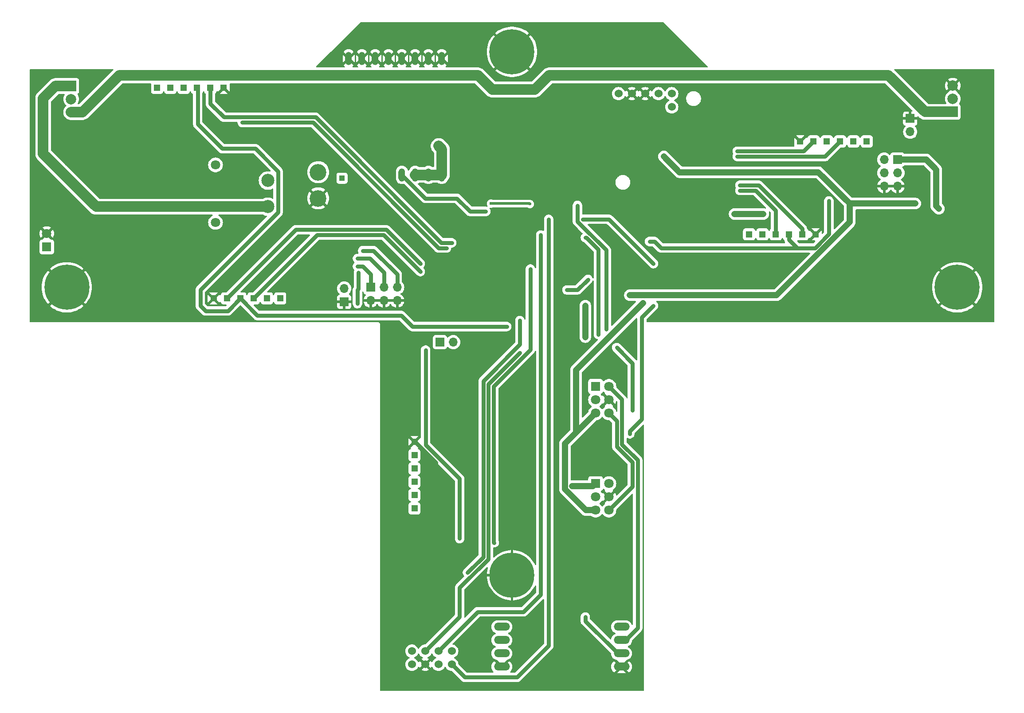
<source format=gbl>
%TF.GenerationSoftware,KiCad,Pcbnew,8.0.3*%
%TF.CreationDate,2024-07-01T16:21:34+02:00*%
%TF.ProjectId,bottomPCB,626f7474-6f6d-4504-9342-2e6b69636164,rev?*%
%TF.SameCoordinates,Original*%
%TF.FileFunction,Copper,L2,Bot*%
%TF.FilePolarity,Positive*%
%FSLAX46Y46*%
G04 Gerber Fmt 4.6, Leading zero omitted, Abs format (unit mm)*
G04 Created by KiCad (PCBNEW 8.0.3) date 2024-07-01 16:21:34*
%MOMM*%
%LPD*%
G01*
G04 APERTURE LIST*
%TA.AperFunction,ComponentPad*%
%ADD10R,1.308000X1.308000*%
%TD*%
%TA.AperFunction,ComponentPad*%
%ADD11C,8.600000*%
%TD*%
%TA.AperFunction,ComponentPad*%
%ADD12O,3.016000X1.508000*%
%TD*%
%TA.AperFunction,ComponentPad*%
%ADD13R,1.700000X1.700000*%
%TD*%
%TA.AperFunction,ComponentPad*%
%ADD14O,1.700000X1.700000*%
%TD*%
%TA.AperFunction,ComponentPad*%
%ADD15R,2.000000X2.000000*%
%TD*%
%TA.AperFunction,ComponentPad*%
%ADD16C,2.000000*%
%TD*%
%TA.AperFunction,ComponentPad*%
%ADD17C,3.200000*%
%TD*%
%TA.AperFunction,ComponentPad*%
%ADD18C,1.530000*%
%TD*%
%TA.AperFunction,ComponentPad*%
%ADD19R,1.800000X1.800000*%
%TD*%
%TA.AperFunction,ComponentPad*%
%ADD20C,1.800000*%
%TD*%
%TA.AperFunction,ComponentPad*%
%ADD21O,1.270000X2.540000*%
%TD*%
%TA.AperFunction,ComponentPad*%
%ADD22R,1.108000X1.108000*%
%TD*%
%TA.AperFunction,ComponentPad*%
%ADD23C,2.500000*%
%TD*%
%TA.AperFunction,ComponentPad*%
%ADD24C,1.524003*%
%TD*%
%TA.AperFunction,ViaPad*%
%ADD25C,0.600000*%
%TD*%
%TA.AperFunction,Conductor*%
%ADD26C,0.800000*%
%TD*%
%TA.AperFunction,Conductor*%
%ADD27C,1.200000*%
%TD*%
%TA.AperFunction,Conductor*%
%ADD28C,0.500000*%
%TD*%
%TA.AperFunction,Conductor*%
%ADD29C,2.000000*%
%TD*%
G04 APERTURE END LIST*
D10*
%TO.P,ESCON-V4,1,D1*%
%TO.N,PWM4*%
X-47574800Y13121400D03*
%TO.P,ESCON-V4,2,D2*%
%TO.N,ENA*%
X-50114800Y13121400D03*
%TO.P,ESCON-V4,3,D3*%
%TO.N,DIR4*%
X-52654800Y13121400D03*
%TO.P,ESCON-V4,4,D4*%
%TO.N,unconnected-(ESCON-V4-D4-Pad4)*%
X-55194800Y13121400D03*
%TO.P,ESCON-V4,5,GND*%
%TO.N,GND*%
X-45034800Y13121400D03*
%TO.P,ESCON-V4,6,VCC*%
%TO.N,+BATT*%
X-57734800Y13121400D03*
%TD*%
D11*
%TO.P,H2,1,1*%
%TO.N,GND*%
X-75000000Y-25000000D03*
%TD*%
D12*
%TO.P,Taster_LED1,1,v+*%
%TO.N,+3.3V*%
X8070000Y-89865000D03*
%TO.P,Taster_LED1,2,Data*%
%TO.N,SDA*%
X8070000Y-92405000D03*
%TO.P,Taster_LED1,3,Clock*%
%TO.N,SCL*%
X8070000Y-94945000D03*
%TO.P,Taster_LED1,4,GND*%
%TO.N,GND*%
X8070000Y-97485000D03*
%TO.P,Taster_LED1,5*%
X30930000Y-97485000D03*
%TO.P,Taster_LED1,6*%
%TO.N,SCL*%
X30930000Y-94945000D03*
%TO.P,Taster_LED1,7*%
%TO.N,SDA*%
X30930000Y-92405000D03*
%TO.P,Taster_LED1,8*%
%TO.N,+3.3V*%
X30930000Y-89865000D03*
%TD*%
D13*
%TO.P,J4,1,Pin_1*%
%TO.N,+5V*%
X83600000Y-600000D03*
D14*
%TO.P,J4,2,Pin_2*%
X81060000Y-600000D03*
%TO.P,J4,3,Pin_3*%
%TO.N,+3.3V*%
X83600000Y-3140000D03*
%TO.P,J4,4,Pin_4*%
X81060000Y-3140000D03*
%TO.P,J4,5,Pin_5*%
%TO.N,GND*%
X83600000Y-5679999D03*
%TO.P,J4,6,Pin_6*%
X81060000Y-5680000D03*
%TD*%
D11*
%TO.P,H1,1,1*%
%TO.N,GND*%
X10000000Y20000000D03*
%TD*%
%TO.P,H3,1,1*%
%TO.N,GND*%
X95000000Y-25000000D03*
%TD*%
D10*
%TO.P,ESCON-V3,1,D1*%
%TO.N,PWM3*%
X-44425200Y-27121400D03*
%TO.P,ESCON-V3,2,D2*%
%TO.N,ENA*%
X-41885200Y-27121400D03*
%TO.P,ESCON-V3,3,D3*%
%TO.N,DIR3*%
X-39345200Y-27121400D03*
%TO.P,ESCON-V3,4,D4*%
%TO.N,unconnected-(ESCON-V3-D4-Pad4)*%
X-36805200Y-27121400D03*
%TO.P,ESCON-V3,5,GND*%
%TO.N,GND*%
X-46965200Y-27121400D03*
%TO.P,ESCON-V3,6,VCC*%
%TO.N,+BATT*%
X-34265200Y-27121400D03*
%TD*%
D15*
%TO.P,A1,1,1*%
%TO.N,Net-(A1-Pad1)*%
X-74156503Y13470003D03*
D16*
%TO.P,A1,2,2*%
%TO.N,unconnected-(A1-Pad2)*%
X-74156503Y10970003D03*
%TO.P,A1,3,3*%
%TO.N,Net-(A1-Pad3)*%
X-74156503Y8470003D03*
%TD*%
D10*
%TO.P,ESCON-V2,1,D1*%
%TO.N,PWM2*%
X65425200Y-14878600D03*
%TO.P,ESCON-V2,2,D2*%
%TO.N,ENA*%
X62885200Y-14878600D03*
%TO.P,ESCON-V2,3,D3*%
%TO.N,DIR2*%
X60345200Y-14878600D03*
%TO.P,ESCON-V2,4,D4*%
%TO.N,unconnected-(ESCON-V2-D4-Pad4)*%
X57805200Y-14878600D03*
%TO.P,ESCON-V2,5,GND*%
%TO.N,GND*%
X67965200Y-14878600D03*
%TO.P,ESCON-V2,6,VCC*%
%TO.N,+BATT*%
X55265200Y-14878600D03*
%TD*%
%TO.P,ESCON-V1,1,D1*%
%TO.N,PWM1*%
X67574800Y2878600D03*
%TO.P,ESCON-V1,2,D2*%
%TO.N,ENA*%
X70114800Y2878600D03*
%TO.P,ESCON-V1,3,D3*%
%TO.N,DIR1*%
X72654800Y2878600D03*
%TO.P,ESCON-V1,4,D4*%
%TO.N,unconnected-(ESCON-V1-D4-Pad4)*%
X75194800Y2878600D03*
%TO.P,ESCON-V1,5,GND*%
%TO.N,GND*%
X65034800Y2878600D03*
%TO.P,ESCON-V1,6,VCC*%
%TO.N,+BATT*%
X77734800Y2878600D03*
%TD*%
%TO.P,ESCON-V5,1,D1*%
%TO.N,PWM5*%
X-8621400Y-57074800D03*
%TO.P,ESCON-V5,2,D2*%
%TO.N,+3.3V*%
X-8621400Y-59614800D03*
%TO.P,ESCON-V5,3,D3*%
X-8621400Y-62154800D03*
%TO.P,ESCON-V5,4,D4*%
%TO.N,unconnected-(ESCON-V5-D4-Pad4)*%
X-8621400Y-64694800D03*
%TO.P,ESCON-V5,5,GND*%
%TO.N,GND*%
X-8621400Y-54534800D03*
%TO.P,ESCON-V5,6,VCC*%
%TO.N,+BATT*%
X-8621400Y-67234800D03*
%TD*%
D17*
%TO.P,CN2,1,+*%
%TO.N,+BATT*%
X-27000000Y-3000000D03*
%TO.P,CN2,2,-*%
%TO.N,GND*%
X-27000000Y-8000000D03*
%TD*%
D13*
%TO.P,LB-S1,1,Pin_1*%
%TO.N,GND*%
X-22025000Y-27750000D03*
D14*
%TO.P,LB-S1,2,Pin_2*%
%TO.N,BARRIER*%
X-22025000Y-25210000D03*
%TD*%
D18*
%TO.P,D36V28FX1,1,PG*%
%TO.N,unconnected-(D36V28FX1-PG-Pad1)*%
X40500000Y9460000D03*
%TO.P,D36V28FX1,2,EN*%
%TO.N,unconnected-(D36V28FX1-EN-Pad2)*%
X40500000Y12000000D03*
%TO.P,D36V28FX1,3,IN*%
%TO.N,+BATT*%
X37960000Y12000000D03*
%TO.P,D36V28FX1,4,GND_1*%
%TO.N,GND*%
X35420000Y12000000D03*
%TO.P,D36V28FX1,5,GND_2*%
X32880000Y12000000D03*
%TO.P,D36V28FX1,6,OUT*%
%TO.N,+5V*%
X30340000Y12000000D03*
%TD*%
D13*
%TO.P,J3,1,Pin_1*%
%TO.N,GPIO12*%
X-3750000Y-35475000D03*
D14*
%TO.P,J3,2,Pin_2*%
%TO.N,GPIO13*%
X-1210000Y-35475000D03*
%TD*%
D15*
%TO.P,A2,1,1*%
%TO.N,Net-(A1-Pad3)*%
X94156504Y8529997D03*
D16*
%TO.P,A2,2,2*%
%TO.N,unconnected-(A2-Pad2)*%
X94156504Y11029997D03*
%TO.P,A2,3,3*%
%TO.N,GND*%
X94156504Y13529997D03*
%TD*%
D13*
%TO.P,J2,1,Pin_1*%
%TO.N,IN_39*%
X-17000000Y-25000000D03*
D14*
%TO.P,J2,2,Pin_2*%
%TO.N,GND*%
X-17000000Y-27540000D03*
%TO.P,J2,3,Pin_3*%
%TO.N,IN_34*%
X-14460000Y-25000000D03*
%TO.P,J2,4,Pin_4*%
%TO.N,GND*%
X-14460000Y-27540000D03*
%TO.P,J2,5,Pin_5*%
%TO.N,IN_35*%
X-11920001Y-25000000D03*
%TO.P,J2,6,Pin_6*%
%TO.N,GND*%
X-11920000Y-27540000D03*
%TD*%
D19*
%TO.P,C-Big1,1,1*%
%TO.N,+BATT*%
X-78813500Y-17270003D03*
D20*
%TO.P,C-Big1,2,2*%
%TO.N,GND*%
X-78813500Y-14729997D03*
%TD*%
D13*
%TO.P,LB-L1,1,Pin_1*%
%TO.N,GND*%
X86025000Y7250000D03*
D14*
%TO.P,LB-L1,2,Pin_2*%
%TO.N,Net-(LB-L1-Pin_2)*%
X86025000Y4710000D03*
%TD*%
D21*
%TO.P,Kicker1,GND1,GND*%
%TO.N,GND*%
X-21177750Y18713750D03*
%TO.P,Kicker1,GND2,GND*%
X-18637750Y18713750D03*
%TO.P,Kicker1,GND3,GND*%
X-16097750Y18713750D03*
%TO.P,Kicker1,GND4,GND*%
X-13557750Y18713750D03*
%TO.P,Kicker1,GND5,GND*%
X-11017750Y18713750D03*
%TO.P,Kicker1,GND6,GND*%
X-8477750Y18713750D03*
%TO.P,Kicker1,GND7,GND*%
X-5937750Y18713750D03*
%TO.P,Kicker1,GND8,GND*%
X-3397750Y18713750D03*
D22*
%TO.P,Kicker1,NC*%
%TO.N,N/C*%
X-22447750Y-4146250D03*
D21*
%TO.P,Kicker1,SIG,SIG*%
%TO.N,KICK*%
X-11017750Y-3511250D03*
%TO.P,Kicker1,V+1,V+*%
%TO.N,+BATT*%
X-8477750Y-3511250D03*
%TO.P,Kicker1,V+2,V+*%
X-5937749Y-3511250D03*
%TO.P,Kicker1,V+3,V+*%
X-3397750Y-3511250D03*
%TD*%
D23*
%TO.P,U3,1,1*%
%TO.N,+BATT*%
X-36600000Y-4600000D03*
%TO.P,U3,2,2*%
%TO.N,Net-(A1-Pad1)*%
X-36600000Y-9600000D03*
D20*
%TO.P,U3,3,3*%
%TO.N,unconnected-(U3-Pad3)*%
X-46600000Y-12600000D03*
%TO.P,U3,4,4*%
%TO.N,unconnected-(U3-Pad4)*%
X-46600000Y-1600000D03*
%TD*%
D24*
%TO.P,Prog.1,1,1*%
%TO.N,+3.3V*%
X-1500000Y-94500000D03*
%TO.P,Prog.1,2,2*%
%TO.N,TX*%
X-1500000Y-97040006D03*
%TO.P,Prog.1,3,3*%
%TO.N,RX*%
X-4040005Y-94499999D03*
%TO.P,Prog.1,4,4*%
%TO.N,EN*%
X-4040004Y-97040006D03*
%TO.P,Prog.1,5,5*%
%TO.N,BOOT*%
X-6580012Y-94500000D03*
%TO.P,Prog.1,6,6*%
%TO.N,GND*%
X-6580011Y-97040007D03*
%TO.P,Prog.1,7,7*%
%TO.N,unconnected-(Prog.1-Pad7)*%
X-9120016Y-94500000D03*
%TO.P,Prog.1,8,8*%
%TO.N,unconnected-(Prog.1-Pad8)*%
X-9120016Y-97040006D03*
%TD*%
D19*
%TO.P,I2C2,1,1*%
%TO.N,+3.3V*%
X25959994Y-62500000D03*
D20*
%TO.P,I2C2,2,2*%
%TO.N,SDA*%
X28500000Y-62500000D03*
%TO.P,I2C2,3,3*%
%TO.N,SCL*%
X25959994Y-65040005D03*
%TO.P,I2C2,4,4*%
%TO.N,GND*%
X28500000Y-65040005D03*
%TO.P,I2C2,5,5*%
%TO.N,+5V*%
X25959994Y-67580010D03*
%TO.P,I2C2,6,6*%
%TO.N,P23*%
X28500000Y-67580010D03*
%TD*%
D19*
%TO.P,I2C1,1,1*%
%TO.N,+3.3V*%
X25959994Y-43919990D03*
D20*
%TO.P,I2C1,2,2*%
%TO.N,SDA*%
X28500000Y-43919990D03*
%TO.P,I2C1,3,3*%
%TO.N,SCL*%
X25959994Y-46459995D03*
%TO.P,I2C1,4,4*%
%TO.N,GND*%
X28500000Y-46459995D03*
%TO.P,I2C1,5,5*%
%TO.N,+5V*%
X25959994Y-49000000D03*
%TO.P,I2C1,6,6*%
%TO.N,P23*%
X28500000Y-49000000D03*
%TD*%
D11*
%TO.P,H4,1,1*%
%TO.N,GND*%
X10000000Y-80000000D03*
%TD*%
D25*
%TO.N,GND*%
X30500000Y-25000000D03*
X30750000Y-41750000D03*
X42750000Y-19750000D03*
X5000000Y-22500000D03*
X26500000Y-59500000D03*
X-10000000Y-85000000D03*
X4400000Y-81400000D03*
X-49000000Y-1000000D03*
X48500000Y-1000000D03*
X18600000Y-27400000D03*
X34000000Y-3000000D03*
X20000000Y-87000000D03*
X-34000000Y-19500000D03*
X18600000Y-32000000D03*
X10000000Y-18500000D03*
X10000000Y-29000000D03*
X-4500000Y-71000000D03*
X46500000Y-10000000D03*
X31370002Y-62170002D03*
%TO.N,+5V*%
X35000000Y-28000000D03*
X52500000Y-11000000D03*
X91000000Y-2500000D03*
X58000000Y-11000000D03*
X91500000Y-10000000D03*
%TO.N,EN*%
X-19292893Y-22207107D03*
X-19500000Y-28125000D03*
%TO.N,+3.3V*%
X21500000Y-63000000D03*
X24000000Y-28500000D03*
X24000000Y-34500000D03*
X6000000Y-9000000D03*
X32500000Y-26500000D03*
X39000000Y0D03*
X87000000Y-9000000D03*
X13406616Y-9093384D03*
%TO.N,DIR1*%
X53000000Y0D03*
%TO.N,PWM1*%
X53000000Y1000000D03*
%TO.N,ENA*%
X70500000Y-8500000D03*
X24500000Y-23500000D03*
X9000000Y-32500000D03*
X20500000Y-25500000D03*
X36250000Y-16250000D03*
%TO.N,PWM2*%
X53500000Y-5500000D03*
%TO.N,DIR2*%
X53500000Y-6500000D03*
%TO.N,DIR3*%
X-7500000Y-22000000D03*
%TO.N,PWM3*%
X-7500000Y-20500000D03*
%TO.N,DIR4*%
X-41500000Y6500000D03*
X-2500000Y-17500000D03*
%TO.N,PWM4*%
X-1500000Y-16500000D03*
%TO.N,KICK*%
X5000000Y-10500000D03*
%TO.N,BOOT*%
X11500000Y-37500000D03*
%TO.N,TX*%
X17000000Y-12000000D03*
%TO.N,RX*%
X15500000Y-15000000D03*
%TO.N,SDA*%
X31000000Y-55000000D03*
X26500000Y-34000000D03*
X24000000Y-15500000D03*
%TO.N,SCL*%
X37000000Y-20500000D03*
X23500000Y-12000000D03*
X37000000Y-28500000D03*
X24000000Y-88000000D03*
X32500000Y-53000000D03*
%TO.N,+BATT*%
X-4000000Y2000000D03*
%TO.N,P23*%
X33000000Y-48500000D03*
X28000000Y-33000000D03*
X30000000Y-36500000D03*
X22500000Y-9363386D03*
%TO.N,LED_G*%
X-6500000Y-37000000D03*
X0Y-73000000D03*
%TO.N,LED_R*%
X6600000Y-73800000D03*
X13500000Y-21500000D03*
%TO.N,LED_B*%
X11500000Y-31348172D03*
X1500000Y-79500000D03*
%TO.N,IN_34*%
X-19500000Y-19500000D03*
%TO.N,IN_35*%
X-18500000Y-18000000D03*
%TO.N,IN_39*%
X-19500000Y-21000000D03*
%TD*%
D26*
%TO.N,GND*%
X26500000Y-59500000D02*
X28700000Y-59500000D01*
X28700000Y-59500000D02*
X31370002Y-62170002D01*
X-8534800Y-54534800D02*
X-8500000Y-54500000D01*
X-8621400Y-54534800D02*
X-8534800Y-54534800D01*
X-4500000Y-58500000D02*
X-4500000Y-71000000D01*
X-8500000Y-54500000D02*
X-4500000Y-58500000D01*
D27*
%TO.N,+5V*%
X22229997Y-52729997D02*
X25959994Y-49000000D01*
X24100111Y-67580010D02*
X20100000Y-63579899D01*
X25959994Y-67580010D02*
X24100111Y-67580010D01*
X20100000Y-63579899D02*
X20100000Y-54859994D01*
X83600000Y-600000D02*
X89100000Y-600000D01*
X89100000Y-600000D02*
X91000000Y-2500000D01*
X22229997Y-52729997D02*
X22229997Y-40770003D01*
X58000000Y-11000000D02*
X52500000Y-11000000D01*
X22229997Y-40770003D02*
X35000000Y-28000000D01*
X20100000Y-54859994D02*
X22229997Y-52729997D01*
X91000000Y-9500000D02*
X91500000Y-10000000D01*
X91000000Y-2500000D02*
X91000000Y-9500000D01*
D26*
%TO.N,EN*%
X-19500000Y-25500000D02*
X-19292893Y-25292893D01*
X-19500000Y-28125000D02*
X-19500000Y-25500000D01*
X-19292893Y-25292893D02*
X-19292893Y-22207107D01*
D27*
%TO.N,+3.3V*%
X74500000Y-12548856D02*
X74500000Y-9000000D01*
X21500000Y-63000000D02*
X25459994Y-63000000D01*
X60548856Y-26500000D02*
X74500000Y-12548856D01*
X39000000Y0D02*
X42000000Y-3000000D01*
D28*
X13313232Y-9000000D02*
X13406616Y-9093384D01*
D27*
X80400000Y-9000000D02*
X82757919Y-9000000D01*
X24000000Y-34500000D02*
X24000000Y-28500000D01*
X42000000Y-3000000D02*
X68500000Y-3000000D01*
X87000000Y-9000000D02*
X82757919Y-9000000D01*
X25459994Y-63000000D02*
X25959994Y-62500000D01*
D28*
X6000000Y-9000000D02*
X13313232Y-9000000D01*
D27*
X68500000Y-3000000D02*
X74500000Y-9000000D01*
X74500000Y-9000000D02*
X80400000Y-9000000D01*
X32500000Y-26500000D02*
X60548856Y-26500000D01*
D26*
%TO.N,DIR1*%
X69776200Y0D02*
X72654800Y2878600D01*
X53000000Y0D02*
X69776200Y0D01*
%TO.N,PWM1*%
X53000000Y1000000D02*
X65696200Y1000000D01*
X65696200Y1000000D02*
X67574800Y2878600D01*
%TO.N,ENA*%
X20500000Y-25500000D02*
X22500000Y-25500000D01*
X-50000000Y6183704D02*
X-45316296Y1500000D01*
X37250000Y-16250000D02*
X38500000Y-17500000D01*
X38500000Y-17500000D02*
X64500000Y-17500000D01*
X-49500000Y-28500000D02*
X-48500000Y-29500000D01*
X-48500000Y-29500000D02*
X-44263801Y-29500000D01*
X-50000000Y13006600D02*
X-50000000Y6183704D01*
X-45316296Y1500000D02*
X-39000000Y1500000D01*
X62885200Y-15885200D02*
X64500000Y-17500000D01*
X-34650000Y-10650000D02*
X-49500000Y-25500000D01*
X-38606599Y-30400000D02*
X-11100000Y-30400000D01*
X-34650000Y-2850000D02*
X-34650000Y-10650000D01*
X-41885200Y-27121399D02*
X-38606599Y-30400000D01*
X-50114800Y13121400D02*
X-50000000Y13006600D01*
X64500000Y-17500000D02*
X67851800Y-17500000D01*
X62885200Y-14878601D02*
X62885200Y-15885200D01*
X70500000Y-14851800D02*
X70500000Y-8500000D01*
X36250000Y-16250000D02*
X37250000Y-16250000D01*
X-39000000Y1500000D02*
X-34650000Y-2850000D01*
X22500000Y-25500000D02*
X24500000Y-23500000D01*
X-49500000Y-25500000D02*
X-49500000Y-28500000D01*
X-11100000Y-30400000D02*
X-9000000Y-32500000D01*
X67851800Y-17500000D02*
X70500000Y-14851800D01*
X-9000000Y-32500000D02*
X9000000Y-32500000D01*
X-44263801Y-29500000D02*
X-41885200Y-27121399D01*
%TO.N,PWM2*%
X65425200Y-13825200D02*
X57100000Y-5500000D01*
X53500000Y-5500000D02*
X57100000Y-5500000D01*
X65425200Y-14878600D02*
X65425200Y-13825200D01*
%TO.N,DIR2*%
X60345200Y-10345200D02*
X60345200Y-14878600D01*
X56500000Y-6500000D02*
X60345200Y-10345200D01*
X53500000Y-6500000D02*
X56500000Y-6500000D01*
%TO.N,DIR3*%
X-27223800Y-15000000D02*
X-39345200Y-27121400D01*
X-7500000Y-22000000D02*
X-14500000Y-15000000D01*
X-14500000Y-15000000D02*
X-27223800Y-15000000D01*
%TO.N,PWM3*%
X-31303800Y-14000000D02*
X-44425200Y-27121400D01*
X-7500000Y-20500000D02*
X-14000000Y-14000000D01*
X-14000000Y-14000000D02*
X-31303800Y-14000000D01*
%TO.N,DIR4*%
X-28000000Y6500000D02*
X-41500000Y6500000D01*
X-2500000Y-17500000D02*
X-4000000Y-17500000D01*
X-4000000Y-17500000D02*
X-28000000Y6500000D01*
%TO.N,PWM4*%
X-1500000Y-16500000D02*
X-3500000Y-16500000D01*
X-27500000Y7500000D02*
X-45000000Y7500000D01*
X-45000000Y7500000D02*
X-47574800Y10074800D01*
X-3500000Y-16500000D02*
X-27500000Y7500000D01*
X-47574800Y10074800D02*
X-47574800Y13121400D01*
%TO.N,KICK*%
X-6529000Y-8000000D02*
X-11017750Y-3511250D01*
X-500000Y-8000000D02*
X-6529000Y-8000000D01*
X5000000Y-10500000D02*
X2000000Y-10500000D01*
X2000000Y-10500000D02*
X-500000Y-8000000D01*
%TO.N,BOOT*%
X5500000Y-43500000D02*
X11500000Y-37500000D01*
X0Y-87919988D02*
X0Y-82414214D01*
X5500000Y-76914214D02*
X5500000Y-43500000D01*
X0Y-82414214D02*
X5500000Y-76914214D01*
X-6580012Y-94500000D02*
X0Y-87919988D01*
%TO.N,TX*%
X17000000Y-93500000D02*
X11000000Y-99500000D01*
X11000000Y-99500000D02*
X959994Y-99500000D01*
X959994Y-99500000D02*
X-1500000Y-97040006D01*
X17000000Y-12000000D02*
X17000000Y-93500000D01*
%TO.N,RX*%
X3459994Y-87000000D02*
X-4040005Y-94499999D01*
X15500000Y-15000000D02*
X15500000Y-83700000D01*
X15500000Y-83700000D02*
X12200000Y-87000000D01*
X12200000Y-87000000D02*
X3459994Y-87000000D01*
%TO.N,SDA*%
X34000000Y-58000000D02*
X31000000Y-55000000D01*
X24197056Y-15500000D02*
X26500000Y-17802944D01*
X31000000Y-46419990D02*
X28500000Y-43919990D01*
X34000000Y-90089000D02*
X34000000Y-58000000D01*
X26500000Y-17802944D02*
X26500000Y-34000000D01*
X24000000Y-15500000D02*
X24197056Y-15500000D01*
X34000000Y-90089000D02*
X31684000Y-92405000D01*
X31684000Y-92405000D02*
X30930000Y-92405000D01*
X31000000Y-55000000D02*
X31000000Y-46419990D01*
%TO.N,SCL*%
X24000000Y-88000000D02*
X24000000Y-88769000D01*
X34800000Y-50200000D02*
X34800000Y-30700000D01*
X32500000Y-53000000D02*
X32500000Y-52500000D01*
X28500000Y-12000000D02*
X23500000Y-12000000D01*
X24000000Y-88769000D02*
X30176000Y-94945000D01*
X37000000Y-20500000D02*
X28500000Y-12000000D01*
X32500000Y-52500000D02*
X34800000Y-50200000D01*
X30176000Y-94945000D02*
X30930000Y-94945000D01*
X34800000Y-30700000D02*
X37000000Y-28500000D01*
D29*
%TO.N,+BATT*%
X-5937749Y-3511250D02*
X-3397750Y-3511250D01*
X-3397750Y-3511250D02*
X-3397750Y1397750D01*
X-8477750Y-3511250D02*
X-5937749Y-3511250D01*
X-3397750Y1397750D02*
X-4000000Y2000000D01*
%TO.N,Net-(A1-Pad3)*%
X14400000Y12800000D02*
X6200000Y12800000D01*
X-72029997Y8470003D02*
X-74156503Y8470003D01*
X17100000Y15500000D02*
X14400000Y12800000D01*
X88845003Y8529997D02*
X81875000Y15500000D01*
X-65000000Y15500000D02*
X-72029997Y8470003D01*
X3500000Y15500000D02*
X-65000000Y15500000D01*
X6200000Y12800000D02*
X3500000Y15500000D01*
X81875000Y15500000D02*
X17100000Y15500000D01*
X94156504Y8529997D02*
X88845003Y8529997D01*
D26*
%TO.N,P23*%
X22500000Y-12414214D02*
X22500000Y-9363386D01*
X33000000Y-48500000D02*
X33000000Y-39500000D01*
X30000000Y-50500000D02*
X29999999Y-54585787D01*
X28000000Y-33000000D02*
X28000000Y-17888730D01*
X29999999Y-54585787D02*
X29999999Y-55414213D01*
X33000000Y-58414214D02*
X33000000Y-63080010D01*
X33000000Y-63080010D02*
X28500000Y-67580010D01*
X28500000Y-49000000D02*
X30000000Y-50500000D01*
X33000000Y-39500000D02*
X30000000Y-36500000D01*
X23111270Y-13000000D02*
X23085786Y-13000000D01*
X23085786Y-13000000D02*
X22500000Y-12414214D01*
X29999999Y-55414213D02*
X33000000Y-58414214D01*
X28000000Y-17888730D02*
X23111270Y-13000000D01*
%TO.N,LED_G*%
X-6500000Y-55085786D02*
X0Y-61585786D01*
X0Y-61585786D02*
X0Y-73000000D01*
X-6500000Y-37000000D02*
X-6500000Y-55085786D01*
%TO.N,LED_R*%
X6500000Y-73700000D02*
X6500000Y-43914214D01*
X6600000Y-73800000D02*
X6500000Y-73700000D01*
X13500000Y-36914214D02*
X13500000Y-21500000D01*
X6500000Y-43914214D02*
X13500000Y-36914214D01*
%TO.N,LED_B*%
X4500000Y-76500000D02*
X1500000Y-79500000D01*
X11500000Y-35900000D02*
X4500000Y-42900000D01*
X4500000Y-42900000D02*
X4500000Y-76500000D01*
X11500000Y-31348172D02*
X11500000Y-35900000D01*
%TO.N,IN_34*%
X-14460000Y-22140000D02*
X-14460000Y-25000000D01*
X-19500000Y-19500000D02*
X-17100000Y-19500000D01*
X-17100000Y-19500000D02*
X-14460000Y-22140000D01*
%TO.N,IN_35*%
X-18500000Y-18000000D02*
X-16420001Y-18000000D01*
X-11920001Y-22500000D02*
X-11920001Y-25000000D01*
X-16420001Y-18000000D02*
X-11920001Y-22500000D01*
%TO.N,IN_39*%
X-17000000Y-22500000D02*
X-17000000Y-25000000D01*
X-19500000Y-21000000D02*
X-18500000Y-21000000D01*
X-18500000Y-21000000D02*
X-17000000Y-22500000D01*
D29*
%TO.N,Net-(A1-Pad1)*%
X-79500000Y500000D02*
X-69400000Y-9600000D01*
X-77156503Y13470003D02*
X-79500000Y11126506D01*
X-79500000Y11126506D02*
X-79500000Y500000D01*
X-74156503Y13470003D02*
X-77156503Y13470003D01*
X-69400000Y-9600000D02*
X-36600000Y-9600000D01*
%TD*%
%TA.AperFunction,Conductor*%
%TO.N,GND*%
G36*
X16018834Y-84557179D02*
G01*
X16074767Y-84599051D01*
X16099184Y-84664515D01*
X16099500Y-84673361D01*
X16099500Y-93075638D01*
X16079815Y-93142677D01*
X16063181Y-93163319D01*
X10663319Y-98563181D01*
X10601996Y-98596666D01*
X10575638Y-98599500D01*
X9782286Y-98599500D01*
X9715247Y-98579815D01*
X9669492Y-98527011D01*
X9659548Y-98457853D01*
X9688573Y-98394297D01*
X9694605Y-98387819D01*
X9780499Y-98301924D01*
X9780503Y-98301919D01*
X9896514Y-98142242D01*
X9986126Y-97966373D01*
X10047123Y-97778646D01*
X10078000Y-97583697D01*
X10078000Y-97386302D01*
X10047123Y-97191353D01*
X9986126Y-97003626D01*
X9896514Y-96827757D01*
X9780503Y-96668080D01*
X9780499Y-96668075D01*
X9640928Y-96528504D01*
X9489828Y-96418722D01*
X9489828Y-96418723D01*
X8552962Y-97355588D01*
X8535925Y-97292007D01*
X8470099Y-97177993D01*
X8377007Y-97084901D01*
X8262993Y-97019075D01*
X8199410Y-97002037D01*
X8988365Y-96213082D01*
X9049688Y-96179597D01*
X9056648Y-96178290D01*
X9117763Y-96168610D01*
X9305561Y-96107591D01*
X9481501Y-96017944D01*
X9584779Y-95942909D01*
X9641246Y-95901884D01*
X9641248Y-95901881D01*
X9641252Y-95901879D01*
X9780879Y-95762252D01*
X9780881Y-95762248D01*
X9780884Y-95762246D01*
X9832723Y-95690894D01*
X9896944Y-95602501D01*
X9986591Y-95426561D01*
X10047610Y-95238763D01*
X10064256Y-95133665D01*
X10078500Y-95043736D01*
X10078500Y-94846263D01*
X10047610Y-94651236D01*
X10000669Y-94506767D01*
X9986591Y-94463439D01*
X9896944Y-94287499D01*
X9889486Y-94277234D01*
X9780884Y-94127753D01*
X9641246Y-93988115D01*
X9481505Y-93872058D01*
X9470269Y-93866333D01*
X9311593Y-93785482D01*
X9260800Y-93737510D01*
X9244005Y-93669689D01*
X9266542Y-93603554D01*
X9311593Y-93564517D01*
X9481501Y-93477944D01*
X9573217Y-93411309D01*
X9641246Y-93361884D01*
X9641248Y-93361881D01*
X9641252Y-93361879D01*
X9780879Y-93222252D01*
X9780881Y-93222248D01*
X9780884Y-93222246D01*
X9850083Y-93127000D01*
X9896944Y-93062501D01*
X9986591Y-92886561D01*
X10047610Y-92698763D01*
X10078500Y-92503736D01*
X10078500Y-92306263D01*
X10047610Y-92111236D01*
X10027270Y-92048637D01*
X9986591Y-91923439D01*
X9896944Y-91747499D01*
X9889486Y-91737234D01*
X9780884Y-91587753D01*
X9641246Y-91448115D01*
X9481505Y-91332058D01*
X9475119Y-91328804D01*
X9311593Y-91245482D01*
X9260800Y-91197510D01*
X9244005Y-91129689D01*
X9266542Y-91063554D01*
X9311593Y-91024517D01*
X9481501Y-90937944D01*
X9501912Y-90923114D01*
X9641246Y-90821884D01*
X9641248Y-90821881D01*
X9641252Y-90821879D01*
X9780879Y-90682252D01*
X9780881Y-90682248D01*
X9780884Y-90682246D01*
X9896940Y-90522506D01*
X9896944Y-90522501D01*
X9986591Y-90346561D01*
X10047610Y-90158763D01*
X10072707Y-90000308D01*
X10078500Y-89963736D01*
X10078500Y-89766263D01*
X10047610Y-89571236D01*
X9997569Y-89417227D01*
X9986591Y-89383439D01*
X9896944Y-89207499D01*
X9885026Y-89191096D01*
X9780882Y-89047751D01*
X9641246Y-88908115D01*
X9481504Y-88792058D01*
X9481503Y-88792057D01*
X9481501Y-88792056D01*
X9305561Y-88702409D01*
X9305558Y-88702408D01*
X9117763Y-88641389D01*
X8922736Y-88610500D01*
X8922731Y-88610500D01*
X7217269Y-88610500D01*
X7217264Y-88610500D01*
X7022236Y-88641389D01*
X6834441Y-88702408D01*
X6658495Y-88792058D01*
X6498753Y-88908115D01*
X6359119Y-89047749D01*
X6359118Y-89047751D01*
X6243058Y-89207495D01*
X6153408Y-89383441D01*
X6092389Y-89571236D01*
X6061500Y-89766263D01*
X6061500Y-89963736D01*
X6092389Y-90158763D01*
X6153408Y-90346558D01*
X6153409Y-90346561D01*
X6243056Y-90522501D01*
X6243058Y-90522504D01*
X6359115Y-90682246D01*
X6498753Y-90821884D01*
X6648234Y-90930486D01*
X6658499Y-90937944D01*
X6828404Y-91024516D01*
X6879199Y-91072490D01*
X6895994Y-91140311D01*
X6873456Y-91206446D01*
X6828404Y-91245483D01*
X6671321Y-91325522D01*
X6658495Y-91332058D01*
X6498753Y-91448115D01*
X6359115Y-91587753D01*
X6243058Y-91747495D01*
X6153408Y-91923441D01*
X6092389Y-92111236D01*
X6061500Y-92306263D01*
X6061500Y-92503736D01*
X6092389Y-92698763D01*
X6153408Y-92886558D01*
X6153409Y-92886561D01*
X6243056Y-93062501D01*
X6243058Y-93062504D01*
X6359115Y-93222246D01*
X6498753Y-93361884D01*
X6648234Y-93470486D01*
X6658499Y-93477944D01*
X6828404Y-93564516D01*
X6879199Y-93612490D01*
X6895994Y-93680311D01*
X6873456Y-93746446D01*
X6828404Y-93785483D01*
X6671321Y-93865522D01*
X6658495Y-93872058D01*
X6498753Y-93988115D01*
X6359115Y-94127753D01*
X6243058Y-94287495D01*
X6153408Y-94463441D01*
X6092389Y-94651236D01*
X6061500Y-94846263D01*
X6061500Y-95043736D01*
X6092389Y-95238763D01*
X6153408Y-95426558D01*
X6153409Y-95426561D01*
X6243056Y-95602501D01*
X6243058Y-95602504D01*
X6359115Y-95762246D01*
X6498753Y-95901884D01*
X6617649Y-95988265D01*
X6658499Y-96017944D01*
X6834439Y-96107591D01*
X6959637Y-96148270D01*
X7022236Y-96168610D01*
X7050907Y-96173150D01*
X7083349Y-96178289D01*
X7146484Y-96208218D01*
X7151633Y-96213081D01*
X7940590Y-97002037D01*
X7877007Y-97019075D01*
X7762993Y-97084901D01*
X7669901Y-97177993D01*
X7604075Y-97292007D01*
X7587037Y-97355590D01*
X6650171Y-96418723D01*
X6650170Y-96418722D01*
X6499072Y-96528503D01*
X6359500Y-96668075D01*
X6359496Y-96668080D01*
X6243485Y-96827757D01*
X6153873Y-97003626D01*
X6092876Y-97191353D01*
X6062000Y-97386302D01*
X6062000Y-97583697D01*
X6092876Y-97778646D01*
X6153873Y-97966373D01*
X6243485Y-98142242D01*
X6359496Y-98301919D01*
X6359500Y-98301924D01*
X6445395Y-98387819D01*
X6478880Y-98449142D01*
X6473896Y-98518834D01*
X6432024Y-98574767D01*
X6366560Y-98599184D01*
X6357714Y-98599500D01*
X1384356Y-98599500D01*
X1317317Y-98579815D01*
X1296675Y-98563181D01*
X-201354Y-97065150D01*
X-234839Y-97003827D01*
X-237201Y-96988277D01*
X-251928Y-96819941D01*
X-251929Y-96819935D01*
X-309106Y-96606552D01*
X-402465Y-96406343D01*
X-402467Y-96406339D01*
X-529169Y-96225390D01*
X-529174Y-96225384D01*
X-685378Y-96069180D01*
X-685384Y-96069175D01*
X-866333Y-95942473D01*
X-866337Y-95942471D01*
X-995193Y-95882385D01*
X-1047632Y-95836213D01*
X-1066784Y-95769019D01*
X-1046568Y-95702138D01*
X-995193Y-95657621D01*
X-963104Y-95642657D01*
X-866338Y-95597535D01*
X-866335Y-95597533D01*
X-866333Y-95597532D01*
X-685384Y-95470830D01*
X-685378Y-95470825D01*
X-529174Y-95314621D01*
X-529169Y-95314615D01*
X-402467Y-95133666D01*
X-402465Y-95133662D01*
X-309106Y-94933453D01*
X-309041Y-94933213D01*
X-251929Y-94720069D01*
X-232676Y-94500000D01*
X-235874Y-94463441D01*
X-251928Y-94279936D01*
X-251929Y-94279929D01*
X-309106Y-94066546D01*
X-402465Y-93866337D01*
X-402467Y-93866333D01*
X-529173Y-93685380D01*
X-529174Y-93685378D01*
X-685378Y-93529174D01*
X-685384Y-93529169D01*
X-866333Y-93402467D01*
X-866337Y-93402465D01*
X-1066550Y-93309105D01*
X-1260579Y-93257113D01*
X-1320239Y-93220748D01*
X-1350767Y-93157901D01*
X-1342472Y-93088525D01*
X-1316165Y-93049658D01*
X3796674Y-87936819D01*
X3857997Y-87903334D01*
X3884355Y-87900500D01*
X12288693Y-87900500D01*
X12288694Y-87900499D01*
X12462666Y-87865895D01*
X12546194Y-87831296D01*
X12626547Y-87798013D01*
X12717359Y-87737334D01*
X12774036Y-87699464D01*
X15887819Y-84585679D01*
X15949142Y-84552195D01*
X16018834Y-84557179D01*
G37*
%TD.AperFunction*%
%TA.AperFunction,Conductor*%
G36*
X-5242143Y-94953429D02*
G01*
X-5197626Y-95004804D01*
X-5137540Y-95133661D01*
X-5010832Y-95314619D01*
X-4854625Y-95470826D01*
X-4673667Y-95597534D01*
X-4544805Y-95657622D01*
X-4492370Y-95703791D01*
X-4473218Y-95770985D01*
X-4493433Y-95837866D01*
X-4544809Y-95882384D01*
X-4673666Y-95942471D01*
X-4673670Y-95942473D01*
X-4854619Y-96069175D01*
X-4854625Y-96069180D01*
X-5010829Y-96225384D01*
X-5010834Y-96225390D01*
X-5137536Y-96406339D01*
X-5137537Y-96406341D01*
X-5137539Y-96406344D01*
X-5143311Y-96418722D01*
X-5197901Y-96535792D01*
X-5244073Y-96588232D01*
X-5311266Y-96607384D01*
X-5378147Y-96587169D01*
X-5422665Y-96535793D01*
X-5482913Y-96406592D01*
X-5528267Y-96341818D01*
X-5528268Y-96341817D01*
X-6056296Y-96869845D01*
X-6067576Y-96827749D01*
X-6139973Y-96702354D01*
X-6242358Y-96599969D01*
X-6367753Y-96527572D01*
X-6409849Y-96516292D01*
X-5881821Y-95988264D01*
X-5881822Y-95988263D01*
X-5946596Y-95942909D01*
X-6075798Y-95882661D01*
X-6128237Y-95836489D01*
X-6147389Y-95769295D01*
X-6127173Y-95702414D01*
X-6075797Y-95657897D01*
X-6045103Y-95643584D01*
X-5946350Y-95597535D01*
X-5946347Y-95597533D01*
X-5946345Y-95597532D01*
X-5765396Y-95470830D01*
X-5765390Y-95470825D01*
X-5609186Y-95314621D01*
X-5609181Y-95314615D01*
X-5482479Y-95133666D01*
X-5482477Y-95133662D01*
X-5422390Y-95004804D01*
X-5376218Y-94952365D01*
X-5309024Y-94933213D01*
X-5242143Y-94953429D01*
G37*
%TD.AperFunction*%
%TA.AperFunction,Conductor*%
G36*
X-7782149Y-94953433D02*
G01*
X-7737631Y-95004809D01*
X-7677547Y-95133662D01*
X-7550839Y-95314620D01*
X-7394632Y-95470827D01*
X-7213674Y-95597535D01*
X-7084220Y-95657899D01*
X-7031786Y-95704068D01*
X-7012633Y-95771262D01*
X-7032848Y-95838143D01*
X-7084224Y-95882661D01*
X-7213420Y-95942906D01*
X-7213422Y-95942907D01*
X-7278198Y-95988264D01*
X-7278199Y-95988265D01*
X-6750172Y-96516292D01*
X-6792269Y-96527572D01*
X-6917664Y-96599969D01*
X-7020049Y-96702354D01*
X-7092446Y-96827749D01*
X-7103725Y-96869844D01*
X-7631752Y-96341817D01*
X-7677110Y-96406596D01*
X-7737355Y-96535790D01*
X-7783527Y-96588229D01*
X-7850721Y-96607381D01*
X-7917602Y-96587165D01*
X-7962119Y-96535790D01*
X-8022481Y-96406343D01*
X-8022483Y-96406339D01*
X-8149185Y-96225390D01*
X-8149190Y-96225384D01*
X-8305394Y-96069180D01*
X-8305400Y-96069175D01*
X-8486349Y-95942473D01*
X-8486353Y-95942471D01*
X-8615209Y-95882385D01*
X-8667648Y-95836213D01*
X-8686800Y-95769019D01*
X-8666584Y-95702138D01*
X-8615209Y-95657621D01*
X-8583120Y-95642657D01*
X-8486354Y-95597535D01*
X-8486351Y-95597533D01*
X-8486349Y-95597532D01*
X-8305400Y-95470830D01*
X-8305394Y-95470825D01*
X-8149190Y-95314621D01*
X-8149185Y-95314615D01*
X-8022483Y-95133666D01*
X-8022479Y-95133658D01*
X-7962396Y-95004809D01*
X-7916224Y-94952369D01*
X-7849031Y-94933217D01*
X-7782149Y-94953433D01*
G37*
%TD.AperFunction*%
%TA.AperFunction,Conductor*%
G36*
X5327759Y-78462466D02*
G01*
X5383692Y-78504338D01*
X5408109Y-78569802D01*
X5402356Y-78616965D01*
X5368314Y-78721737D01*
X5272378Y-79142061D01*
X5214505Y-79569298D01*
X5214504Y-79569307D01*
X5206389Y-79750000D01*
X7864361Y-79750000D01*
X7850000Y-79859082D01*
X7850000Y-80140918D01*
X7864361Y-80250000D01*
X5206390Y-80250000D01*
X5214504Y-80430692D01*
X5214505Y-80430701D01*
X5272378Y-80857938D01*
X5368313Y-81278258D01*
X5501542Y-81688296D01*
X5501545Y-81688304D01*
X5670985Y-82084730D01*
X5670989Y-82084738D01*
X5875294Y-82464399D01*
X6112799Y-82824207D01*
X6112800Y-82824208D01*
X6381612Y-83161287D01*
X6381615Y-83161290D01*
X6679551Y-83472907D01*
X6679556Y-83472911D01*
X7004227Y-83756569D01*
X7004244Y-83756582D01*
X7353024Y-84009986D01*
X7723140Y-84231120D01*
X7723146Y-84231123D01*
X8111569Y-84418178D01*
X8111583Y-84418184D01*
X8515209Y-84569667D01*
X8515234Y-84569675D01*
X8930816Y-84684369D01*
X9355024Y-84761351D01*
X9750000Y-84796900D01*
X9750000Y-82135639D01*
X9859082Y-82150000D01*
X10140918Y-82150000D01*
X10250000Y-82135639D01*
X10250000Y-84796900D01*
X10644975Y-84761351D01*
X11069183Y-84684369D01*
X11484765Y-84569675D01*
X11484790Y-84569667D01*
X11888416Y-84418184D01*
X11888430Y-84418178D01*
X12276853Y-84231123D01*
X12276859Y-84231120D01*
X12646975Y-84009986D01*
X12995755Y-83756582D01*
X12995772Y-83756569D01*
X13320443Y-83472911D01*
X13320448Y-83472907D01*
X13618384Y-83161290D01*
X13618387Y-83161287D01*
X13887199Y-82824208D01*
X13887200Y-82824207D01*
X14124705Y-82464399D01*
X14329007Y-82084743D01*
X14361478Y-82008775D01*
X14405927Y-81954867D01*
X14472465Y-81933547D01*
X14539966Y-81951585D01*
X14587000Y-82003253D01*
X14599500Y-82057510D01*
X14599500Y-83275638D01*
X14579815Y-83342677D01*
X14563181Y-83363319D01*
X11863319Y-86063181D01*
X11801996Y-86096666D01*
X11775638Y-86099500D01*
X3371300Y-86099500D01*
X3197334Y-86134104D01*
X3197326Y-86134106D01*
X3033453Y-86201983D01*
X3033440Y-86201990D01*
X2885960Y-86300534D01*
X2885958Y-86300537D01*
X1112181Y-88074312D01*
X1050858Y-88107797D01*
X981166Y-88102813D01*
X925233Y-88060941D01*
X900816Y-87995477D01*
X900500Y-87986631D01*
X900500Y-82838574D01*
X920185Y-82771535D01*
X936814Y-82750898D01*
X5196748Y-78490964D01*
X5258067Y-78457482D01*
X5327759Y-78462466D01*
G37*
%TD.AperFunction*%
%TA.AperFunction,Conductor*%
G36*
X14538776Y-37129657D02*
G01*
X14586385Y-37180795D01*
X14599500Y-37236297D01*
X14599500Y-77942489D01*
X14579815Y-78009528D01*
X14527011Y-78055283D01*
X14457853Y-78065227D01*
X14394297Y-78036202D01*
X14361479Y-77991224D01*
X14329014Y-77915269D01*
X14329010Y-77915261D01*
X14124705Y-77535600D01*
X13887200Y-77175792D01*
X13887199Y-77175791D01*
X13618387Y-76838712D01*
X13618384Y-76838709D01*
X13320448Y-76527092D01*
X13320443Y-76527088D01*
X12995772Y-76243430D01*
X12995755Y-76243417D01*
X12646975Y-75990013D01*
X12276859Y-75768879D01*
X12276853Y-75768876D01*
X11888430Y-75581821D01*
X11888416Y-75581815D01*
X11484790Y-75430332D01*
X11484765Y-75430324D01*
X11069183Y-75315630D01*
X10644976Y-75238648D01*
X10250000Y-75203098D01*
X10250000Y-77864360D01*
X10140918Y-77850000D01*
X9859082Y-77850000D01*
X9750000Y-77864360D01*
X9750000Y-75203098D01*
X9355023Y-75238648D01*
X8930816Y-75315630D01*
X8515234Y-75430324D01*
X8515209Y-75430332D01*
X8111583Y-75581815D01*
X8111569Y-75581821D01*
X7723146Y-75768876D01*
X7723140Y-75768879D01*
X7353024Y-75990013D01*
X7004244Y-76243417D01*
X7004227Y-76243430D01*
X6679556Y-76527088D01*
X6679551Y-76527092D01*
X6614126Y-76595522D01*
X6553570Y-76630374D01*
X6483784Y-76626955D01*
X6426925Y-76586349D01*
X6401046Y-76521448D01*
X6400500Y-76509830D01*
X6400500Y-74824500D01*
X6420185Y-74757461D01*
X6472989Y-74711706D01*
X6524500Y-74700500D01*
X6688693Y-74700500D01*
X6688694Y-74700499D01*
X6862666Y-74665894D01*
X7026546Y-74598012D01*
X7174035Y-74499463D01*
X7299463Y-74374035D01*
X7398012Y-74226546D01*
X7465894Y-74062666D01*
X7500500Y-73888691D01*
X7500500Y-73711308D01*
X7500500Y-73711305D01*
X7465895Y-73537339D01*
X7465894Y-73537338D01*
X7465894Y-73537334D01*
X7465892Y-73537329D01*
X7409939Y-73402245D01*
X7400500Y-73354793D01*
X7400500Y-44338576D01*
X7420185Y-44271537D01*
X7436819Y-44250895D01*
X14199460Y-37488254D01*
X14199464Y-37488250D01*
X14250874Y-37411309D01*
X14298013Y-37340761D01*
X14331953Y-37258820D01*
X14360940Y-37188839D01*
X14404783Y-37134439D01*
X14471078Y-37112376D01*
X14538776Y-37129657D01*
G37*
%TD.AperFunction*%
%TA.AperFunction,Conductor*%
G36*
X-14925925Y-27347007D02*
G01*
X-14960000Y-27474174D01*
X-14960000Y-27605826D01*
X-14925925Y-27732993D01*
X-14893012Y-27790000D01*
X-16566988Y-27790000D01*
X-16534075Y-27732993D01*
X-16500000Y-27605826D01*
X-16500000Y-27474174D01*
X-16534075Y-27347007D01*
X-16566988Y-27290000D01*
X-14893012Y-27290000D01*
X-14925925Y-27347007D01*
G37*
%TD.AperFunction*%
%TA.AperFunction,Conductor*%
G36*
X-12385925Y-27347007D02*
G01*
X-12420000Y-27474174D01*
X-12420000Y-27605826D01*
X-12385925Y-27732993D01*
X-12353012Y-27790000D01*
X-14026988Y-27790000D01*
X-13994075Y-27732993D01*
X-13960000Y-27605826D01*
X-13960000Y-27474174D01*
X-13994075Y-27347007D01*
X-14026988Y-27290000D01*
X-12353012Y-27290000D01*
X-12385925Y-27347007D01*
G37*
%TD.AperFunction*%
%TA.AperFunction,Conductor*%
G36*
X83134075Y-5487006D02*
G01*
X83100000Y-5614173D01*
X83100000Y-5745825D01*
X83134075Y-5872992D01*
X83166988Y-5929999D01*
X82401646Y-5929999D01*
X82401637Y-5930000D01*
X81493012Y-5930000D01*
X81525925Y-5872993D01*
X81560000Y-5745826D01*
X81560000Y-5614174D01*
X81525925Y-5487007D01*
X81493012Y-5430000D01*
X82258354Y-5430000D01*
X82258363Y-5429999D01*
X83166988Y-5429999D01*
X83134075Y-5487006D01*
G37*
%TD.AperFunction*%
%TA.AperFunction,Conductor*%
G36*
X-66154850Y16679815D02*
G01*
X-66109095Y16627011D01*
X-66099151Y16557853D01*
X-66128176Y16494297D01*
X-66134208Y16487819D01*
X-72615205Y10006822D01*
X-72676528Y9973337D01*
X-72702886Y9970503D01*
X-72788021Y9970503D01*
X-72855060Y9990188D01*
X-72900815Y10042992D01*
X-72910759Y10112150D01*
X-72891830Y10162322D01*
X-72832330Y10253396D01*
X-72832328Y10253399D01*
X-72732439Y10481121D01*
X-72671395Y10722178D01*
X-72671393Y10722190D01*
X-72650860Y10969997D01*
X-72650860Y10970008D01*
X-72671393Y11217815D01*
X-72671395Y11217827D01*
X-72732439Y11458884D01*
X-72832329Y11686609D01*
X-72944586Y11858432D01*
X-72964774Y11925321D01*
X-72945593Y11992507D01*
X-72915089Y12025519D01*
X-72798955Y12112458D01*
X-72712709Y12227667D01*
X-72712705Y12227674D01*
X-72662411Y12362520D01*
X-72656004Y12422119D01*
X-72656003Y12422138D01*
X-72656003Y14517873D01*
X-72656004Y14517879D01*
X-72662411Y14577486D01*
X-72712705Y14712331D01*
X-72712709Y14712338D01*
X-72798955Y14827547D01*
X-72798958Y14827550D01*
X-72914167Y14913796D01*
X-72914174Y14913800D01*
X-73049020Y14964094D01*
X-73049019Y14964094D01*
X-73055428Y14964782D01*
X-73108630Y14970503D01*
X-74028408Y14970502D01*
X-74028422Y14970503D01*
X-74038411Y14970503D01*
X-77274595Y14970503D01*
X-77274600Y14970503D01*
X-77507871Y14933556D01*
X-77732495Y14860571D01*
X-77942937Y14753346D01*
X-78134013Y14614520D01*
X-80644517Y12104016D01*
X-80783343Y11912940D01*
X-80805522Y11869411D01*
X-80868095Y11746603D01*
X-80890568Y11702498D01*
X-80959613Y11490000D01*
X-80963553Y11477874D01*
X-81000500Y11244603D01*
X-81000500Y381902D01*
X-80977931Y239411D01*
X-80963553Y148632D01*
X-80890568Y-75992D01*
X-80783343Y-286434D01*
X-80644517Y-477510D01*
X-70377510Y-10744517D01*
X-70186434Y-10883343D01*
X-70024180Y-10966015D01*
X-69975992Y-10990568D01*
X-69751368Y-11063553D01*
X-69518097Y-11100500D01*
X-69518092Y-11100500D01*
X-47261385Y-11100500D01*
X-47194346Y-11120185D01*
X-47148591Y-11172989D01*
X-47138647Y-11242147D01*
X-47167672Y-11305703D01*
X-47202367Y-11333555D01*
X-47368628Y-11423531D01*
X-47368634Y-11423535D01*
X-47551777Y-11566081D01*
X-47551779Y-11566083D01*
X-47551784Y-11566087D01*
X-47708979Y-11736847D01*
X-47708980Y-11736849D01*
X-47708983Y-11736852D01*
X-47835924Y-11931151D01*
X-47929157Y-12143699D01*
X-47986133Y-12368691D01*
X-47986135Y-12368702D01*
X-48005300Y-12599993D01*
X-48005300Y-12600006D01*
X-47992140Y-12758821D01*
X-47986134Y-12831305D01*
X-47929157Y-13056300D01*
X-47835924Y-13268849D01*
X-47708979Y-13463153D01*
X-47551784Y-13633913D01*
X-47467565Y-13699463D01*
X-47383998Y-13764506D01*
X-47368626Y-13776470D01*
X-47164503Y-13886936D01*
X-46944981Y-13962298D01*
X-46716049Y-14000500D01*
X-46716048Y-14000500D01*
X-46483952Y-14000500D01*
X-46483951Y-14000500D01*
X-46255019Y-13962298D01*
X-46255017Y-13962297D01*
X-46255015Y-13962297D01*
X-46099284Y-13908834D01*
X-46035497Y-13886936D01*
X-45831374Y-13776470D01*
X-45831371Y-13776468D01*
X-45831365Y-13776464D01*
X-45648222Y-13633918D01*
X-45648219Y-13633915D01*
X-45648216Y-13633913D01*
X-45491021Y-13463153D01*
X-45491019Y-13463151D01*
X-45491016Y-13463147D01*
X-45364075Y-13268848D01*
X-45270842Y-13056300D01*
X-45213866Y-12831308D01*
X-45213864Y-12831297D01*
X-45194700Y-12600006D01*
X-45194700Y-12599993D01*
X-45213864Y-12368702D01*
X-45213866Y-12368691D01*
X-45270842Y-12143699D01*
X-45364075Y-11931151D01*
X-45491016Y-11736852D01*
X-45648219Y-11566084D01*
X-45648222Y-11566081D01*
X-45831365Y-11423535D01*
X-45831371Y-11423531D01*
X-45997633Y-11333555D01*
X-46047223Y-11284335D01*
X-46062331Y-11216119D01*
X-46038161Y-11150563D01*
X-45982385Y-11108482D01*
X-45938615Y-11100500D01*
X-37544889Y-11100500D01*
X-37482291Y-11118880D01*
X-37481728Y-11117905D01*
X-37477717Y-11120218D01*
X-37477704Y-11120228D01*
X-37241323Y-11234063D01*
X-36990615Y-11311396D01*
X-36880922Y-11327929D01*
X-36817567Y-11357386D01*
X-36780193Y-11416419D01*
X-36780668Y-11486287D01*
X-36811724Y-11538225D01*
X-50199459Y-24925958D01*
X-50199462Y-24925961D01*
X-50199464Y-24925964D01*
X-50222685Y-24960717D01*
X-50298013Y-25073453D01*
X-50313755Y-25111459D01*
X-50365895Y-25237334D01*
X-50398151Y-25399500D01*
X-50400500Y-25411309D01*
X-50400500Y-28411308D01*
X-50400500Y-28588692D01*
X-50365895Y-28762666D01*
X-50348125Y-28805565D01*
X-50298013Y-28926547D01*
X-50238936Y-29014959D01*
X-50199464Y-29074036D01*
X-49199464Y-30074035D01*
X-49074035Y-30199464D01*
X-48926547Y-30298013D01*
X-48894447Y-30311309D01*
X-48762666Y-30365895D01*
X-48588693Y-30400499D01*
X-48588692Y-30400500D01*
X-48588691Y-30400500D01*
X-44175108Y-30400500D01*
X-44175104Y-30400499D01*
X-44001135Y-30365895D01*
X-43919194Y-30331953D01*
X-43837254Y-30298013D01*
X-43837248Y-30298009D01*
X-43748840Y-30238936D01*
X-43748837Y-30238933D01*
X-43689767Y-30199466D01*
X-41972881Y-28482580D01*
X-41911558Y-28449095D01*
X-41841866Y-28454079D01*
X-41797519Y-28482580D01*
X-39180635Y-31099464D01*
X-39140102Y-31126547D01*
X-39033146Y-31198013D01*
X-38951205Y-31231953D01*
X-38869265Y-31265895D01*
X-38695293Y-31300499D01*
X-38695292Y-31300500D01*
X-38695291Y-31300500D01*
X-38695290Y-31300500D01*
X-11524362Y-31300500D01*
X-11457323Y-31320185D01*
X-11436680Y-31336819D01*
X-9699464Y-33074035D01*
X-9574035Y-33199464D01*
X-9426547Y-33298013D01*
X-9262666Y-33365894D01*
X-9262661Y-33365894D01*
X-9262658Y-33365896D01*
X-9146682Y-33388964D01*
X-9088694Y-33400499D01*
X-9088693Y-33400500D01*
X-9088691Y-33400500D01*
X9088693Y-33400500D01*
X9088694Y-33400499D01*
X9146682Y-33388964D01*
X9262658Y-33365896D01*
X9262661Y-33365894D01*
X9262666Y-33365894D01*
X9426547Y-33298013D01*
X9574035Y-33199464D01*
X9699464Y-33074035D01*
X9798013Y-32926547D01*
X9865894Y-32762666D01*
X9900500Y-32588691D01*
X9900500Y-32411309D01*
X9900500Y-32411306D01*
X9900499Y-32411304D01*
X9865896Y-32237341D01*
X9865893Y-32237332D01*
X9798016Y-32073459D01*
X9798009Y-32073446D01*
X9699464Y-31925965D01*
X9699461Y-31925961D01*
X9574038Y-31800538D01*
X9574034Y-31800535D01*
X9426553Y-31701990D01*
X9426540Y-31701983D01*
X9262667Y-31634106D01*
X9262658Y-31634103D01*
X9088694Y-31599500D01*
X9088691Y-31599500D01*
X-8575639Y-31599500D01*
X-8642678Y-31579815D01*
X-8663320Y-31563181D01*
X-10525960Y-29700538D01*
X-10525961Y-29700537D01*
X-10585039Y-29661064D01*
X-10585040Y-29661063D01*
X-10673455Y-29601985D01*
X-10755393Y-29568046D01*
X-10755392Y-29568045D01*
X-10837329Y-29534106D01*
X-10837341Y-29534103D01*
X-11011303Y-29499500D01*
X-11011308Y-29499500D01*
X-11011309Y-29499500D01*
X-38182237Y-29499500D01*
X-38249276Y-29479815D01*
X-38269918Y-29463181D01*
X-39245518Y-28487580D01*
X-39279003Y-28426257D01*
X-39274019Y-28356565D01*
X-39232147Y-28300632D01*
X-39166683Y-28276215D01*
X-39157837Y-28275899D01*
X-38643329Y-28275899D01*
X-38643328Y-28275899D01*
X-38594957Y-28270699D01*
X-38583716Y-28269491D01*
X-38448871Y-28219197D01*
X-38448864Y-28219193D01*
X-38333655Y-28132947D01*
X-38333652Y-28132944D01*
X-38247406Y-28017735D01*
X-38247402Y-28017728D01*
X-38197109Y-27882884D01*
X-38195877Y-27877669D01*
X-38161304Y-27816953D01*
X-38099393Y-27784567D01*
X-38029801Y-27790793D01*
X-37974623Y-27833656D01*
X-37954523Y-27877669D01*
X-37953291Y-27882877D01*
X-37953291Y-27882883D01*
X-37902996Y-28017731D01*
X-37816746Y-28132946D01*
X-37701531Y-28219196D01*
X-37566683Y-28269491D01*
X-37507073Y-28275900D01*
X-36103328Y-28275899D01*
X-36054957Y-28270699D01*
X-36043716Y-28269491D01*
X-35908871Y-28219197D01*
X-35908864Y-28219193D01*
X-35793655Y-28132947D01*
X-35793652Y-28132944D01*
X-35707406Y-28017735D01*
X-35707402Y-28017728D01*
X-35657109Y-27882884D01*
X-35655877Y-27877669D01*
X-35621304Y-27816953D01*
X-35559393Y-27784567D01*
X-35489801Y-27790793D01*
X-35434623Y-27833656D01*
X-35414523Y-27877669D01*
X-35413291Y-27882877D01*
X-35413291Y-27882883D01*
X-35362996Y-28017731D01*
X-35276746Y-28132946D01*
X-35161531Y-28219196D01*
X-35026683Y-28269491D01*
X-34967073Y-28275900D01*
X-33563328Y-28275899D01*
X-33514957Y-28270699D01*
X-33503716Y-28269491D01*
X-33368871Y-28219197D01*
X-33368864Y-28219193D01*
X-33253655Y-28132947D01*
X-33253652Y-28132944D01*
X-33167406Y-28017735D01*
X-33167402Y-28017728D01*
X-33117108Y-27882882D01*
X-33110701Y-27823283D01*
X-33110700Y-27823264D01*
X-33110700Y-26419529D01*
X-33110701Y-26419523D01*
X-33117108Y-26359916D01*
X-33167402Y-26225071D01*
X-33167406Y-26225064D01*
X-33253652Y-26109855D01*
X-33253655Y-26109852D01*
X-33368864Y-26023606D01*
X-33368871Y-26023602D01*
X-33503717Y-25973308D01*
X-33503716Y-25973308D01*
X-33563316Y-25966901D01*
X-33563319Y-25966900D01*
X-33563327Y-25966900D01*
X-33563334Y-25966900D01*
X-33563335Y-25966900D01*
X-34967070Y-25966900D01*
X-34967076Y-25966901D01*
X-35026683Y-25973308D01*
X-35161528Y-26023602D01*
X-35161535Y-26023606D01*
X-35276744Y-26109852D01*
X-35276747Y-26109855D01*
X-35362993Y-26225064D01*
X-35362997Y-26225071D01*
X-35403896Y-26334728D01*
X-35413291Y-26359917D01*
X-35413291Y-26359925D01*
X-35414520Y-26365123D01*
X-35449090Y-26425841D01*
X-35510999Y-26458231D01*
X-35580591Y-26452008D01*
X-35635771Y-26409149D01*
X-35655873Y-26365141D01*
X-35657106Y-26359923D01*
X-35707402Y-26225071D01*
X-35707406Y-26225064D01*
X-35793652Y-26109855D01*
X-35793655Y-26109852D01*
X-35908864Y-26023606D01*
X-35908871Y-26023602D01*
X-36043717Y-25973308D01*
X-36043716Y-25973308D01*
X-36103316Y-25966901D01*
X-36103319Y-25966900D01*
X-36103327Y-25966900D01*
X-36103335Y-25966900D01*
X-36617838Y-25966900D01*
X-36684877Y-25947215D01*
X-36730632Y-25894411D01*
X-36740576Y-25825253D01*
X-36711551Y-25761697D01*
X-36705519Y-25755219D01*
X-36160300Y-25210000D01*
X-23380659Y-25210000D01*
X-23360063Y-25445408D01*
X-23298903Y-25673663D01*
X-23199035Y-25887830D01*
X-23063495Y-26081401D01*
X-22941178Y-26203717D01*
X-22907696Y-26265036D01*
X-22912680Y-26334728D01*
X-22954551Y-26390662D01*
X-22985528Y-26407577D01*
X-23117088Y-26456646D01*
X-23117093Y-26456649D01*
X-23232187Y-26542809D01*
X-23232190Y-26542812D01*
X-23318350Y-26657906D01*
X-23318354Y-26657913D01*
X-23368596Y-26792620D01*
X-23368598Y-26792627D01*
X-23374999Y-26852155D01*
X-23375000Y-26852172D01*
X-23375000Y-27500000D01*
X-22458012Y-27500000D01*
X-22490925Y-27557007D01*
X-22525000Y-27684174D01*
X-22525000Y-27815826D01*
X-22490925Y-27942993D01*
X-22458012Y-28000000D01*
X-23375000Y-28000000D01*
X-23375000Y-28647827D01*
X-23374999Y-28647844D01*
X-23368598Y-28707372D01*
X-23368596Y-28707379D01*
X-23318354Y-28842086D01*
X-23318350Y-28842093D01*
X-23232190Y-28957187D01*
X-23232187Y-28957190D01*
X-23117093Y-29043350D01*
X-23117086Y-29043354D01*
X-22982379Y-29093596D01*
X-22982372Y-29093598D01*
X-22922844Y-29099999D01*
X-22922828Y-29100000D01*
X-22275000Y-29100000D01*
X-22275000Y-28183012D01*
X-22217993Y-28215925D01*
X-22090826Y-28250000D01*
X-21959174Y-28250000D01*
X-21832007Y-28215925D01*
X-21775000Y-28183012D01*
X-21775000Y-29100000D01*
X-21127172Y-29100000D01*
X-21127155Y-29099999D01*
X-21067627Y-29093598D01*
X-21067620Y-29093596D01*
X-20932913Y-29043354D01*
X-20932906Y-29043350D01*
X-20817812Y-28957190D01*
X-20817809Y-28957187D01*
X-20731649Y-28842093D01*
X-20731645Y-28842086D01*
X-20681403Y-28707379D01*
X-20681401Y-28707372D01*
X-20675000Y-28647844D01*
X-20675000Y-28000000D01*
X-21591988Y-28000000D01*
X-21559075Y-27942993D01*
X-21525000Y-27815826D01*
X-21525000Y-27684174D01*
X-21559075Y-27557007D01*
X-21591988Y-27500000D01*
X-20675000Y-27500000D01*
X-20675000Y-26852155D01*
X-20681401Y-26792627D01*
X-20681403Y-26792620D01*
X-20731645Y-26657913D01*
X-20731649Y-26657906D01*
X-20817809Y-26542812D01*
X-20817812Y-26542809D01*
X-20932906Y-26456649D01*
X-20932912Y-26456646D01*
X-21064471Y-26407577D01*
X-21120404Y-26365705D01*
X-21144821Y-26300241D01*
X-21129969Y-26231968D01*
X-21108818Y-26203714D01*
X-20986506Y-26081402D01*
X-20986501Y-26081396D01*
X-20946034Y-26023602D01*
X-20850967Y-25887834D01*
X-20850965Y-25887830D01*
X-20844049Y-25872999D01*
X-20751097Y-25673663D01*
X-20751096Y-25673659D01*
X-20751094Y-25673655D01*
X-20689938Y-25445413D01*
X-20689936Y-25445403D01*
X-20669341Y-25210000D01*
X-20669341Y-25209999D01*
X-20689936Y-24974596D01*
X-20689938Y-24974586D01*
X-20751094Y-24746344D01*
X-20751098Y-24746335D01*
X-20850964Y-24532171D01*
X-20850965Y-24532169D01*
X-20986505Y-24338597D01*
X-21153597Y-24171506D01*
X-21153604Y-24171501D01*
X-21347165Y-24035967D01*
X-21347169Y-24035965D01*
X-21561335Y-23936098D01*
X-21561344Y-23936094D01*
X-21789586Y-23874938D01*
X-21789596Y-23874936D01*
X-22024999Y-23854341D01*
X-22025001Y-23854341D01*
X-22260403Y-23874936D01*
X-22260413Y-23874938D01*
X-22488655Y-23936094D01*
X-22488659Y-23936096D01*
X-22488663Y-23936097D01*
X-22595746Y-23986031D01*
X-22702828Y-24035964D01*
X-22702830Y-24035965D01*
X-22896402Y-24171505D01*
X-23063494Y-24338597D01*
X-23081964Y-24364976D01*
X-23199035Y-24532171D01*
X-23298903Y-24746337D01*
X-23298904Y-24746343D01*
X-23298905Y-24746344D01*
X-23313425Y-24800535D01*
X-23360063Y-24974592D01*
X-23380659Y-25210000D01*
X-36160300Y-25210000D01*
X-30361607Y-19411306D01*
X-20400500Y-19411306D01*
X-20400500Y-19411309D01*
X-20400500Y-19588691D01*
X-20365894Y-19762666D01*
X-20307958Y-19902535D01*
X-20298255Y-19925964D01*
X-20298013Y-19926547D01*
X-20199464Y-20074035D01*
X-20199461Y-20074038D01*
X-20111181Y-20162319D01*
X-20077696Y-20223642D01*
X-20082680Y-20293334D01*
X-20111181Y-20337681D01*
X-20199461Y-20425961D01*
X-20199464Y-20425965D01*
X-20298009Y-20573446D01*
X-20298016Y-20573459D01*
X-20365893Y-20737332D01*
X-20365896Y-20737341D01*
X-20400499Y-20911304D01*
X-20400500Y-20911306D01*
X-20400500Y-21088693D01*
X-20400499Y-21088695D01*
X-20369417Y-21244958D01*
X-20365894Y-21262666D01*
X-20308802Y-21400499D01*
X-20298253Y-21425969D01*
X-20298013Y-21426547D01*
X-20199464Y-21574035D01*
X-20120797Y-21652701D01*
X-20087313Y-21714021D01*
X-20092297Y-21783713D01*
X-20093899Y-21787788D01*
X-20158787Y-21944441D01*
X-20158787Y-21944443D01*
X-20158789Y-21944448D01*
X-20193392Y-22118411D01*
X-20193393Y-22118413D01*
X-20193393Y-24879263D01*
X-20213078Y-24946302D01*
X-20214290Y-24948152D01*
X-20222684Y-24960715D01*
X-20222685Y-24960717D01*
X-20298013Y-25073453D01*
X-20313755Y-25111459D01*
X-20365895Y-25237334D01*
X-20398151Y-25399500D01*
X-20400500Y-25411309D01*
X-20400500Y-28213691D01*
X-20399405Y-28219196D01*
X-20372081Y-28356565D01*
X-20365894Y-28387666D01*
X-20298013Y-28551547D01*
X-20199464Y-28699035D01*
X-20074035Y-28824464D01*
X-19926547Y-28923013D01*
X-19926540Y-28923015D01*
X-19926540Y-28923016D01*
X-19918015Y-28926547D01*
X-19762666Y-28990894D01*
X-19762661Y-28990894D01*
X-19762658Y-28990896D01*
X-19666685Y-29009986D01*
X-19588694Y-29025499D01*
X-19588693Y-29025500D01*
X-19588691Y-29025500D01*
X-19411307Y-29025500D01*
X-19411304Y-29025499D01*
X-19237341Y-28990896D01*
X-19237336Y-28990894D01*
X-19237334Y-28990894D01*
X-19155957Y-28957187D01*
X-19073459Y-28923016D01*
X-19073446Y-28923009D01*
X-18925965Y-28824464D01*
X-18925961Y-28824461D01*
X-18800538Y-28699038D01*
X-18800535Y-28699034D01*
X-18701990Y-28551553D01*
X-18701983Y-28551540D01*
X-18634106Y-28387667D01*
X-18634103Y-28387658D01*
X-18599500Y-28213695D01*
X-18599500Y-25913629D01*
X-18579815Y-25846590D01*
X-18578630Y-25844780D01*
X-18576892Y-25842180D01*
X-18523280Y-25797378D01*
X-18453954Y-25788673D01*
X-18390928Y-25818831D01*
X-18354211Y-25878275D01*
X-18350504Y-25897823D01*
X-18350499Y-25897869D01*
X-18350499Y-25897872D01*
X-18344091Y-25957483D01*
X-18293796Y-26092331D01*
X-18207546Y-26207546D01*
X-18092331Y-26293796D01*
X-18092326Y-26293797D01*
X-18092326Y-26293798D01*
X-18081025Y-26298013D01*
X-17960401Y-26343002D01*
X-17904468Y-26384872D01*
X-17880050Y-26450337D01*
X-17894901Y-26518610D01*
X-17916053Y-26546865D01*
X-18038108Y-26668920D01*
X-18038113Y-26668926D01*
X-18173599Y-26862420D01*
X-18173600Y-26862422D01*
X-18273429Y-27076507D01*
X-18273432Y-27076513D01*
X-18330635Y-27289999D01*
X-18330636Y-27290000D01*
X-17433012Y-27290000D01*
X-17465925Y-27347007D01*
X-17500000Y-27474174D01*
X-17500000Y-27605826D01*
X-17465925Y-27732993D01*
X-17433012Y-27790000D01*
X-18330636Y-27790000D01*
X-18273432Y-28003486D01*
X-18273429Y-28003492D01*
X-18173600Y-28217578D01*
X-18038105Y-28411082D01*
X-17871082Y-28578105D01*
X-17677578Y-28713600D01*
X-17463492Y-28813429D01*
X-17463483Y-28813433D01*
X-17250000Y-28870633D01*
X-17250000Y-27973012D01*
X-17192993Y-28005925D01*
X-17065826Y-28040000D01*
X-16934174Y-28040000D01*
X-16807007Y-28005925D01*
X-16750000Y-27973012D01*
X-16750000Y-28870634D01*
X-16536516Y-28813433D01*
X-16536507Y-28813429D01*
X-16322421Y-28713600D01*
X-16128917Y-28578105D01*
X-15961894Y-28411082D01*
X-15831575Y-28224968D01*
X-15776998Y-28181344D01*
X-15707499Y-28174151D01*
X-15645145Y-28205673D01*
X-15628425Y-28224968D01*
X-15498105Y-28411082D01*
X-15331082Y-28578105D01*
X-15137578Y-28713600D01*
X-14923492Y-28813429D01*
X-14923483Y-28813433D01*
X-14710000Y-28870633D01*
X-14710000Y-27973012D01*
X-14652993Y-28005925D01*
X-14525826Y-28040000D01*
X-14394174Y-28040000D01*
X-14267007Y-28005925D01*
X-14210000Y-27973012D01*
X-14210000Y-28870634D01*
X-13996516Y-28813433D01*
X-13996507Y-28813429D01*
X-13782421Y-28713600D01*
X-13588917Y-28578105D01*
X-13421894Y-28411082D01*
X-13291575Y-28224968D01*
X-13236998Y-28181344D01*
X-13167499Y-28174151D01*
X-13105145Y-28205673D01*
X-13088425Y-28224968D01*
X-12958105Y-28411082D01*
X-12791082Y-28578105D01*
X-12597578Y-28713600D01*
X-12383492Y-28813429D01*
X-12383483Y-28813433D01*
X-12170000Y-28870634D01*
X-12170000Y-27973012D01*
X-12112993Y-28005925D01*
X-11985826Y-28040000D01*
X-11854174Y-28040000D01*
X-11727007Y-28005925D01*
X-11670000Y-27973012D01*
X-11670000Y-28870634D01*
X-11456516Y-28813433D01*
X-11456507Y-28813429D01*
X-11242421Y-28713600D01*
X-11048917Y-28578105D01*
X-10881894Y-28411082D01*
X-10746399Y-28217578D01*
X-10646570Y-28003492D01*
X-10646567Y-28003486D01*
X-10589364Y-27790000D01*
X-11486988Y-27790000D01*
X-11454075Y-27732993D01*
X-11420000Y-27605826D01*
X-11420000Y-27474174D01*
X-11454075Y-27347007D01*
X-11486988Y-27290000D01*
X-10589364Y-27290000D01*
X-10589364Y-27289999D01*
X-10646567Y-27076513D01*
X-10646570Y-27076507D01*
X-10746399Y-26862422D01*
X-10746400Y-26862420D01*
X-10881886Y-26668926D01*
X-10881891Y-26668920D01*
X-11048921Y-26501890D01*
X-11234595Y-26371879D01*
X-11278220Y-26317302D01*
X-11285412Y-26247804D01*
X-11253890Y-26185449D01*
X-11234595Y-26168730D01*
X-11150513Y-26109855D01*
X-11048600Y-26038495D01*
X-10881506Y-25871401D01*
X-10819655Y-25783069D01*
X-10745968Y-25677834D01*
X-10745966Y-25677830D01*
X-10704400Y-25588691D01*
X-10646098Y-25463663D01*
X-10646097Y-25463659D01*
X-10646095Y-25463655D01*
X-10584939Y-25235413D01*
X-10584937Y-25235403D01*
X-10564342Y-25000000D01*
X-10564342Y-24999999D01*
X-10584937Y-24764596D01*
X-10584939Y-24764586D01*
X-10646095Y-24536344D01*
X-10646099Y-24536335D01*
X-10745965Y-24322171D01*
X-10745966Y-24322169D01*
X-10881506Y-24128597D01*
X-10983182Y-24026922D01*
X-11016667Y-23965599D01*
X-11019501Y-23939241D01*
X-11019501Y-22411307D01*
X-11031791Y-22349523D01*
X-11031791Y-22349522D01*
X-11049667Y-22259648D01*
X-11054106Y-22237333D01*
X-11103364Y-22118416D01*
X-11121989Y-22073449D01*
X-11181064Y-21985040D01*
X-11181065Y-21985039D01*
X-11220538Y-21925961D01*
X-15845962Y-17300537D01*
X-15953162Y-17228910D01*
X-15953163Y-17228909D01*
X-15993456Y-17201985D01*
X-15993458Y-17201984D01*
X-16079040Y-17166536D01*
X-16079041Y-17166536D01*
X-16157334Y-17134105D01*
X-16157342Y-17134103D01*
X-16331304Y-17099500D01*
X-16331309Y-17099500D01*
X-16331310Y-17099500D01*
X-18588691Y-17099500D01*
X-18588694Y-17099500D01*
X-18762658Y-17134103D01*
X-18762667Y-17134106D01*
X-18926540Y-17201983D01*
X-18926553Y-17201990D01*
X-19074034Y-17300535D01*
X-19074038Y-17300538D01*
X-19199461Y-17425961D01*
X-19199464Y-17425965D01*
X-19298009Y-17573446D01*
X-19298016Y-17573459D01*
X-19365893Y-17737332D01*
X-19365896Y-17737341D01*
X-19400499Y-17911304D01*
X-19400500Y-17911306D01*
X-19400500Y-18088693D01*
X-19400499Y-18088695D01*
X-19374802Y-18217886D01*
X-19365894Y-18262666D01*
X-19341933Y-18320514D01*
X-19297392Y-18428048D01*
X-19289923Y-18497518D01*
X-19321199Y-18559997D01*
X-19381288Y-18595648D01*
X-19411953Y-18599500D01*
X-19588694Y-18599500D01*
X-19762658Y-18634103D01*
X-19762667Y-18634106D01*
X-19926540Y-18701983D01*
X-19926553Y-18701990D01*
X-20074034Y-18800535D01*
X-20074038Y-18800538D01*
X-20199461Y-18925961D01*
X-20199464Y-18925965D01*
X-20298009Y-19073446D01*
X-20298016Y-19073459D01*
X-20365893Y-19237332D01*
X-20365896Y-19237341D01*
X-20400499Y-19411304D01*
X-20400500Y-19411306D01*
X-30361607Y-19411306D01*
X-26887120Y-15936819D01*
X-26825797Y-15903334D01*
X-26799439Y-15900500D01*
X-14924362Y-15900500D01*
X-14857323Y-15920185D01*
X-14836681Y-15936819D01*
X-8074036Y-22699464D01*
X-7926547Y-22798012D01*
X-7762666Y-22865895D01*
X-7588694Y-22900499D01*
X-7588693Y-22900500D01*
X-7588692Y-22900500D01*
X-7411307Y-22900500D01*
X-7411303Y-22900499D01*
X-7398755Y-22898003D01*
X-7237334Y-22865895D01*
X-7073453Y-22798012D01*
X-7073452Y-22798011D01*
X-7073451Y-22798011D01*
X-6925965Y-22699465D01*
X-6925958Y-22699459D01*
X-6800540Y-22574041D01*
X-6800534Y-22574034D01*
X-6701988Y-22426548D01*
X-6634105Y-22262666D01*
X-6634103Y-22262658D01*
X-6599500Y-22088696D01*
X-6599500Y-21911303D01*
X-6634103Y-21737341D01*
X-6634105Y-21737333D01*
X-6701988Y-21573451D01*
X-6800532Y-21425969D01*
X-6800534Y-21425966D01*
X-6888819Y-21337681D01*
X-6922303Y-21276357D01*
X-6917319Y-21206666D01*
X-6888818Y-21162319D01*
X-6800539Y-21074040D01*
X-6800535Y-21074035D01*
X-6701988Y-20926546D01*
X-6701987Y-20926545D01*
X-6701986Y-20926543D01*
X-6634105Y-20762666D01*
X-6634103Y-20762658D01*
X-6599500Y-20588696D01*
X-6599500Y-20411303D01*
X-6634103Y-20237341D01*
X-6634105Y-20237333D01*
X-6701988Y-20073451D01*
X-6800534Y-19925965D01*
X-6800540Y-19925958D01*
X-13425961Y-13300537D01*
X-13473389Y-13268848D01*
X-13485040Y-13261063D01*
X-13499853Y-13251165D01*
X-13573455Y-13201985D01*
X-13655393Y-13168046D01*
X-13655392Y-13168045D01*
X-13737329Y-13134106D01*
X-13737341Y-13134103D01*
X-13911303Y-13099500D01*
X-13911308Y-13099500D01*
X-13911309Y-13099500D01*
X-31215108Y-13099500D01*
X-31392492Y-13099500D01*
X-31392496Y-13099500D01*
X-31566457Y-13134103D01*
X-31566461Y-13134104D01*
X-31566466Y-13134105D01*
X-31566467Y-13134105D01*
X-31566469Y-13134106D01*
X-31682345Y-13182102D01*
X-31682345Y-13182103D01*
X-31730347Y-13201987D01*
X-31730349Y-13201988D01*
X-31803948Y-13251165D01*
X-31877831Y-13300532D01*
X-31877839Y-13300538D01*
X-44507881Y-25930581D01*
X-44569204Y-25964066D01*
X-44595562Y-25966900D01*
X-45127070Y-25966900D01*
X-45127076Y-25966901D01*
X-45186683Y-25973308D01*
X-45321528Y-26023602D01*
X-45321535Y-26023606D01*
X-45436744Y-26109852D01*
X-45436747Y-26109855D01*
X-45522993Y-26225064D01*
X-45522997Y-26225071D01*
X-45531476Y-26247804D01*
X-45573291Y-26359917D01*
X-45573291Y-26359925D01*
X-45574781Y-26366225D01*
X-45609353Y-26426942D01*
X-45671262Y-26459330D01*
X-45740854Y-26453106D01*
X-45796033Y-26410245D01*
X-45816137Y-26366225D01*
X-45817603Y-26360017D01*
X-45826474Y-26336229D01*
X-45826477Y-26336229D01*
X-46565200Y-27074952D01*
X-46565200Y-27068739D01*
X-46592459Y-26967006D01*
X-46645120Y-26875794D01*
X-46719594Y-26801320D01*
X-46810806Y-26748659D01*
X-46912539Y-26721400D01*
X-46918753Y-26721400D01*
X-46180029Y-25982677D01*
X-46180029Y-25982674D01*
X-46203815Y-25973804D01*
X-46203825Y-25973801D01*
X-46263357Y-25967400D01*
X-47667044Y-25967400D01*
X-47726573Y-25973801D01*
X-47750370Y-25982676D01*
X-47011648Y-26721400D01*
X-47017861Y-26721400D01*
X-47119594Y-26748659D01*
X-47210806Y-26801320D01*
X-47285280Y-26875794D01*
X-47337941Y-26967006D01*
X-47365200Y-27068739D01*
X-47365200Y-27074951D01*
X-48103922Y-26336229D01*
X-48112797Y-26360023D01*
X-48112798Y-26360027D01*
X-48119199Y-26419555D01*
X-48119200Y-26419572D01*
X-48119200Y-27823227D01*
X-48119199Y-27823244D01*
X-48112798Y-27882775D01*
X-48103922Y-27906570D01*
X-47365200Y-27167848D01*
X-47365200Y-27174061D01*
X-47337941Y-27275794D01*
X-47285280Y-27367006D01*
X-47210806Y-27441480D01*
X-47119594Y-27494141D01*
X-47017861Y-27521400D01*
X-47011647Y-27521400D01*
X-47750370Y-28260122D01*
X-47750370Y-28260123D01*
X-47726575Y-28268998D01*
X-47667044Y-28275399D01*
X-47667028Y-28275400D01*
X-46263372Y-28275400D01*
X-46263355Y-28275399D01*
X-46203827Y-28268998D01*
X-46203823Y-28268997D01*
X-46180029Y-28260122D01*
X-46918753Y-27521400D01*
X-46912539Y-27521400D01*
X-46810806Y-27494141D01*
X-46719594Y-27441480D01*
X-46645120Y-27367006D01*
X-46592459Y-27275794D01*
X-46565200Y-27174061D01*
X-46565200Y-27167846D01*
X-45826476Y-27906570D01*
X-45817600Y-27882770D01*
X-45816135Y-27876569D01*
X-45781561Y-27815853D01*
X-45719650Y-27783468D01*
X-45650058Y-27789696D01*
X-45594881Y-27832560D01*
X-45574781Y-27876575D01*
X-45573292Y-27882872D01*
X-45573291Y-27882883D01*
X-45522996Y-28017731D01*
X-45436746Y-28132946D01*
X-45321531Y-28219196D01*
X-45186683Y-28269491D01*
X-45127073Y-28275900D01*
X-44612560Y-28275899D01*
X-44545523Y-28295583D01*
X-44499768Y-28348387D01*
X-44489824Y-28417546D01*
X-44518849Y-28481102D01*
X-44524881Y-28487580D01*
X-44600482Y-28563181D01*
X-44661805Y-28596666D01*
X-44688163Y-28599500D01*
X-48075639Y-28599500D01*
X-48142678Y-28579815D01*
X-48163320Y-28563181D01*
X-48563181Y-28163319D01*
X-48596666Y-28101996D01*
X-48599500Y-28075638D01*
X-48599500Y-25924361D01*
X-48579815Y-25857322D01*
X-48563181Y-25836680D01*
X-33950541Y-11224041D01*
X-33950538Y-11224037D01*
X-33945247Y-11216119D01*
X-33935804Y-11201987D01*
X-33935803Y-11201986D01*
X-33851990Y-11076552D01*
X-33851983Y-11076540D01*
X-33784106Y-10912667D01*
X-33784103Y-10912658D01*
X-33749500Y-10738695D01*
X-33749500Y-8000000D01*
X-29104906Y-8000000D01*
X-29085302Y-8286618D01*
X-29085301Y-8286619D01*
X-29026854Y-8567885D01*
X-29026849Y-8567902D01*
X-28930644Y-8838595D01*
X-28798472Y-9093676D01*
X-28653131Y-9299576D01*
X-28653130Y-9299576D01*
X-27936290Y-8582737D01*
X-27839033Y-8716602D01*
X-27716602Y-8839033D01*
X-27582737Y-8936290D01*
X-28297800Y-9651353D01*
X-28213854Y-9719648D01*
X-27968392Y-9868917D01*
X-27704891Y-9983371D01*
X-27428262Y-10060879D01*
X-27428255Y-10060880D01*
X-27143645Y-10100000D01*
X-26856355Y-10100000D01*
X-26571744Y-10060880D01*
X-26571737Y-10060879D01*
X-26295108Y-9983371D01*
X-26031607Y-9868917D01*
X-25786146Y-9719648D01*
X-25786144Y-9719647D01*
X-25702198Y-9651353D01*
X-26417262Y-8936290D01*
X-26283398Y-8839033D01*
X-26160967Y-8716602D01*
X-26063708Y-8582736D01*
X-25346868Y-9299577D01*
X-25346867Y-9299576D01*
X-25201531Y-9093683D01*
X-25201527Y-9093677D01*
X-25069355Y-8838595D01*
X-24973150Y-8567902D01*
X-24973145Y-8567885D01*
X-24914698Y-8286619D01*
X-24914697Y-8286618D01*
X-24895093Y-8000000D01*
X-24914697Y-7713381D01*
X-24914698Y-7713380D01*
X-24973145Y-7432114D01*
X-24973150Y-7432097D01*
X-25069355Y-7161404D01*
X-25201527Y-6906322D01*
X-25201531Y-6906316D01*
X-25346868Y-6700421D01*
X-26063709Y-7417262D01*
X-26160967Y-7283398D01*
X-26283398Y-7160967D01*
X-26417263Y-7063709D01*
X-25702199Y-6348645D01*
X-25786137Y-6280357D01*
X-25786140Y-6280355D01*
X-26031610Y-6131081D01*
X-26295108Y-6016628D01*
X-26571737Y-5939120D01*
X-26571744Y-5939119D01*
X-26856355Y-5900000D01*
X-27143645Y-5900000D01*
X-27428255Y-5939119D01*
X-27428262Y-5939120D01*
X-27704891Y-6016628D01*
X-27968392Y-6131082D01*
X-28213853Y-6280351D01*
X-28213862Y-6280357D01*
X-28297800Y-6348645D01*
X-27582736Y-7063709D01*
X-27716602Y-7160967D01*
X-27839033Y-7283398D01*
X-27936290Y-7417262D01*
X-28653130Y-6700422D01*
X-28798472Y-6906323D01*
X-28930644Y-7161404D01*
X-29026849Y-7432097D01*
X-29026854Y-7432114D01*
X-29085301Y-7713380D01*
X-29085302Y-7713381D01*
X-29104906Y-8000000D01*
X-33749500Y-8000000D01*
X-33749500Y-3000000D01*
X-29105408Y-3000000D01*
X-29085798Y-3286686D01*
X-29027334Y-3568032D01*
X-28931261Y-3838356D01*
X-28931105Y-3838793D01*
X-28931106Y-3838793D01*
X-28931104Y-3838796D01*
X-28931104Y-3838797D01*
X-28798901Y-4093936D01*
X-28633189Y-4328698D01*
X-28437053Y-4538708D01*
X-28214147Y-4720055D01*
X-27968625Y-4869361D01*
X-27968620Y-4869363D01*
X-27968617Y-4869365D01*
X-27866351Y-4913784D01*
X-27705058Y-4983844D01*
X-27428358Y-5061371D01*
X-27174370Y-5096281D01*
X-27143679Y-5100500D01*
X-27143678Y-5100500D01*
X-26856321Y-5100500D01*
X-26821920Y-5095771D01*
X-26571642Y-5061371D01*
X-26294942Y-4983844D01*
X-26294935Y-4983841D01*
X-26031382Y-4869365D01*
X-25947251Y-4818204D01*
X-25785853Y-4720055D01*
X-25562947Y-4538708D01*
X-25419128Y-4384716D01*
X-25366812Y-4328700D01*
X-25201098Y-4093935D01*
X-25072891Y-3846506D01*
X-25068896Y-3838797D01*
X-25068895Y-3838796D01*
X-25068894Y-3838793D01*
X-24972667Y-3568037D01*
X-24972666Y-3568034D01*
X-24967750Y-3544377D01*
X-23502250Y-3544377D01*
X-23502249Y-4748122D01*
X-23495841Y-4807733D01*
X-23445546Y-4942581D01*
X-23359296Y-5057796D01*
X-23244081Y-5144046D01*
X-23109233Y-5194341D01*
X-23049623Y-5200750D01*
X-21845878Y-5200749D01*
X-21797507Y-5195549D01*
X-21786266Y-5194341D01*
X-21651421Y-5144047D01*
X-21651414Y-5144043D01*
X-21536205Y-5057797D01*
X-21536202Y-5057794D01*
X-21449956Y-4942585D01*
X-21449952Y-4942578D01*
X-21399658Y-4807732D01*
X-21393251Y-4748133D01*
X-21393250Y-4748131D01*
X-21393250Y-4748123D01*
X-21393250Y-4178493D01*
X-21393250Y-3544379D01*
X-21393251Y-3544373D01*
X-21399658Y-3484766D01*
X-21449952Y-3349921D01*
X-21449956Y-3349914D01*
X-21536202Y-3234705D01*
X-21536205Y-3234702D01*
X-21651414Y-3148456D01*
X-21651421Y-3148452D01*
X-21786267Y-3098158D01*
X-21786266Y-3098158D01*
X-21845866Y-3091751D01*
X-21845869Y-3091750D01*
X-21845877Y-3091750D01*
X-21845884Y-3091750D01*
X-21845885Y-3091750D01*
X-23049620Y-3091750D01*
X-23049626Y-3091751D01*
X-23109233Y-3098158D01*
X-23244078Y-3148452D01*
X-23244085Y-3148456D01*
X-23359294Y-3234702D01*
X-23359297Y-3234705D01*
X-23445543Y-3349914D01*
X-23445545Y-3349918D01*
X-23445546Y-3349919D01*
X-23495841Y-3484767D01*
X-23502250Y-3544377D01*
X-24967750Y-3544377D01*
X-24932639Y-3375408D01*
X-24914202Y-3286686D01*
X-24914201Y-3286684D01*
X-24914201Y-3286680D01*
X-24894592Y-3000000D01*
X-24914201Y-2713319D01*
X-24972666Y-2431965D01*
X-24972667Y-2431962D01*
X-25068894Y-2161206D01*
X-25068893Y-2161206D01*
X-25201098Y-1906064D01*
X-25366812Y-1671299D01*
X-25553506Y-1471401D01*
X-25562947Y-1461292D01*
X-25562947Y-1461291D01*
X-25562950Y-1461289D01*
X-25785853Y-1279944D01*
X-26031382Y-1130634D01*
X-26294936Y-1016158D01*
X-26294939Y-1016156D01*
X-26294942Y-1016156D01*
X-26363861Y-996845D01*
X-26571635Y-938630D01*
X-26571642Y-938629D01*
X-26856321Y-899500D01*
X-26856322Y-899500D01*
X-27143678Y-899500D01*
X-27143679Y-899500D01*
X-27286018Y-919064D01*
X-27428358Y-938629D01*
X-27428359Y-938629D01*
X-27428364Y-938630D01*
X-27575578Y-979877D01*
X-27705058Y-1016156D01*
X-27705063Y-1016158D01*
X-27705064Y-1016158D01*
X-27968617Y-1130634D01*
X-28214146Y-1279944D01*
X-28214147Y-1279945D01*
X-28437053Y-1461292D01*
X-28526889Y-1557483D01*
X-28633187Y-1671299D01*
X-28729360Y-1807546D01*
X-28798901Y-1906064D01*
X-28931104Y-2161203D01*
X-28931105Y-2161206D01*
X-28973721Y-2281117D01*
X-29027334Y-2431968D01*
X-29085798Y-2713314D01*
X-29105408Y-3000000D01*
X-33749500Y-3000000D01*
X-33749500Y-2761303D01*
X-33784103Y-2587341D01*
X-33784105Y-2587333D01*
X-33835950Y-2462171D01*
X-33835950Y-2462170D01*
X-33851983Y-2423460D01*
X-33851990Y-2423447D01*
X-33945787Y-2283072D01*
X-33945790Y-2283067D01*
X-33950536Y-2275963D01*
X-33950537Y-2275961D01*
X-38425964Y2199464D01*
X-38425966Y2199466D01*
X-38485036Y2238933D01*
X-38485039Y2238936D01*
X-38573450Y2298011D01*
X-38573453Y2298013D01*
X-38655393Y2331953D01*
X-38737334Y2365895D01*
X-38911303Y2400499D01*
X-38911307Y2400500D01*
X-38911308Y2400500D01*
X-38911309Y2400500D01*
X-44891935Y2400500D01*
X-44958974Y2420185D01*
X-44979616Y2436819D01*
X-49063181Y6520384D01*
X-49096666Y6581707D01*
X-49099500Y6608065D01*
X-49099500Y12073596D01*
X-49079815Y12140635D01*
X-49074767Y12147907D01*
X-49017004Y12225068D01*
X-49017002Y12225071D01*
X-48966707Y12359920D01*
X-48965476Y12365132D01*
X-48930902Y12425847D01*
X-48868991Y12458232D01*
X-48799399Y12452005D01*
X-48744222Y12409142D01*
X-48724124Y12365132D01*
X-48722892Y12359920D01*
X-48672597Y12225071D01*
X-48672593Y12225064D01*
X-48609389Y12140635D01*
X-48586346Y12109854D01*
X-48586344Y12109852D01*
X-48586342Y12109850D01*
X-48524988Y12063920D01*
X-48483118Y12007986D01*
X-48475300Y11964654D01*
X-48475300Y10163492D01*
X-48475300Y9986108D01*
X-48440695Y9812134D01*
X-48416436Y9753569D01*
X-48409133Y9735938D01*
X-48409133Y9735937D01*
X-48381544Y9669331D01*
X-48372813Y9648253D01*
X-48325698Y9577741D01*
X-48291408Y9526423D01*
X-48274265Y9500765D01*
X-48274261Y9500760D01*
X-45574038Y6800537D01*
X-45517358Y6762665D01*
X-45426552Y6701990D01*
X-45426540Y6701983D01*
X-45344607Y6668046D01*
X-45344606Y6668046D01*
X-45262666Y6634105D01*
X-45262658Y6634103D01*
X-45088696Y6599500D01*
X-45088692Y6599500D01*
X-45088691Y6599500D01*
X-42524500Y6599500D01*
X-42457461Y6579815D01*
X-42411706Y6527011D01*
X-42400500Y6475500D01*
X-42400500Y6411306D01*
X-42400499Y6411304D01*
X-42365896Y6237341D01*
X-42365893Y6237332D01*
X-42298016Y6073459D01*
X-42298009Y6073446D01*
X-42199464Y5925965D01*
X-42199461Y5925961D01*
X-42074038Y5800538D01*
X-42074034Y5800535D01*
X-41926553Y5701990D01*
X-41926540Y5701983D01*
X-41762667Y5634106D01*
X-41762658Y5634103D01*
X-41588695Y5599500D01*
X-41588691Y5599500D01*
X-28424362Y5599500D01*
X-28357323Y5579815D01*
X-28336681Y5563181D01*
X-16493148Y-6280351D01*
X-4699464Y-18074035D01*
X-4574035Y-18199464D01*
X-4426547Y-18298013D01*
X-4262666Y-18365894D01*
X-4262661Y-18365894D01*
X-4262658Y-18365896D01*
X-4146682Y-18388964D01*
X-4088694Y-18400499D01*
X-4088693Y-18400500D01*
X-4088691Y-18400500D01*
X-2411307Y-18400500D01*
X-2411304Y-18400499D01*
X-2237341Y-18365896D01*
X-2237336Y-18365894D01*
X-2237334Y-18365894D01*
X-2196363Y-18348923D01*
X-2073459Y-18298016D01*
X-2073446Y-18298009D01*
X-1925965Y-18199464D01*
X-1925961Y-18199461D01*
X-1800538Y-18074038D01*
X-1800535Y-18074034D01*
X-1701990Y-17926553D01*
X-1701983Y-17926540D01*
X-1634106Y-17762667D01*
X-1634103Y-17762658D01*
X-1599500Y-17588695D01*
X-1599500Y-17524500D01*
X-1579815Y-17457461D01*
X-1527011Y-17411706D01*
X-1475500Y-17400500D01*
X-1411307Y-17400500D01*
X-1411304Y-17400499D01*
X-1237341Y-17365896D01*
X-1237336Y-17365894D01*
X-1237334Y-17365894D01*
X-1196363Y-17348923D01*
X-1073459Y-17298016D01*
X-1073446Y-17298009D01*
X-925965Y-17199464D01*
X-925961Y-17199461D01*
X-800538Y-17074038D01*
X-800535Y-17074034D01*
X-701990Y-16926553D01*
X-701983Y-16926540D01*
X-634106Y-16762667D01*
X-634103Y-16762658D01*
X-599500Y-16588695D01*
X-599500Y-16411304D01*
X-634103Y-16237341D01*
X-634106Y-16237332D01*
X-701983Y-16073459D01*
X-701990Y-16073446D01*
X-800535Y-15925965D01*
X-800538Y-15925961D01*
X-925961Y-15800538D01*
X-925965Y-15800535D01*
X-1073446Y-15701990D01*
X-1073459Y-15701983D01*
X-1237332Y-15634106D01*
X-1237341Y-15634103D01*
X-1411306Y-15599500D01*
X-1411309Y-15599500D01*
X-3075639Y-15599500D01*
X-3142678Y-15579815D01*
X-3163320Y-15563181D01*
X-15939616Y-2786884D01*
X-12153250Y-2786884D01*
X-12153250Y-4235616D01*
X-12125290Y-4412147D01*
X-12125289Y-4412150D01*
X-12125289Y-4412151D01*
X-12092886Y-4511878D01*
X-12070059Y-4582131D01*
X-11988917Y-4741382D01*
X-11883861Y-4885978D01*
X-11757478Y-5012361D01*
X-11612882Y-5117417D01*
X-11453631Y-5198559D01*
X-11283647Y-5253790D01*
X-11107116Y-5281750D01*
X-11107115Y-5281750D01*
X-10928385Y-5281750D01*
X-10928384Y-5281750D01*
X-10751853Y-5253790D01*
X-10670794Y-5227451D01*
X-10600954Y-5225457D01*
X-10544798Y-5257700D01*
X-7103036Y-8699464D01*
X-7082951Y-8712883D01*
X-7082948Y-8712887D01*
X-7082948Y-8712886D01*
X-6955547Y-8798013D01*
X-6892559Y-8824103D01*
X-6791666Y-8865895D01*
X-6617694Y-8900499D01*
X-6617693Y-8900500D01*
X-6617692Y-8900500D01*
X-6617691Y-8900500D01*
X-924362Y-8900500D01*
X-857323Y-8920185D01*
X-836681Y-8936819D01*
X1425958Y-11199459D01*
X1425961Y-11199462D01*
X1462740Y-11224037D01*
X1573447Y-11298009D01*
X1573453Y-11298013D01*
X1655393Y-11331953D01*
X1737334Y-11365895D01*
X1911303Y-11400499D01*
X1911307Y-11400500D01*
X1911308Y-11400500D01*
X5088693Y-11400500D01*
X5088694Y-11400499D01*
X5146682Y-11388964D01*
X5262658Y-11365896D01*
X5262661Y-11365894D01*
X5262666Y-11365894D01*
X5402535Y-11307958D01*
X5426540Y-11298016D01*
X5426540Y-11298015D01*
X5426547Y-11298013D01*
X5574035Y-11199464D01*
X5699464Y-11074035D01*
X5798013Y-10926547D01*
X5865894Y-10762666D01*
X5869505Y-10744515D01*
X5900499Y-10588695D01*
X5900500Y-10588693D01*
X5900500Y-10411306D01*
X5900499Y-10411304D01*
X5865896Y-10237341D01*
X5865893Y-10237332D01*
X5798016Y-10073459D01*
X5798014Y-10073455D01*
X5798013Y-10073453D01*
X5762212Y-10019873D01*
X5736338Y-9981150D01*
X5715460Y-9914473D01*
X5733944Y-9847093D01*
X5785923Y-9800402D01*
X5853324Y-9789039D01*
X5999997Y-9805565D01*
X6000000Y-9805565D01*
X6000004Y-9805565D01*
X6179249Y-9785369D01*
X6179252Y-9785368D01*
X6179255Y-9785368D01*
X6259017Y-9757457D01*
X6299972Y-9750500D01*
X12912078Y-9750500D01*
X12978051Y-9769507D01*
X13057091Y-9819172D01*
X13227361Y-9878752D01*
X13227366Y-9878753D01*
X13406612Y-9898949D01*
X13406616Y-9898949D01*
X13406620Y-9898949D01*
X13585865Y-9878753D01*
X13585868Y-9878752D01*
X13585871Y-9878752D01*
X13756138Y-9819173D01*
X13908878Y-9723200D01*
X14036432Y-9595646D01*
X14132405Y-9442906D01*
X14191984Y-9272639D01*
X14202506Y-9179254D01*
X14212181Y-9093387D01*
X14212181Y-9093380D01*
X14191985Y-8914134D01*
X14191984Y-8914129D01*
X14187215Y-8900499D01*
X14132405Y-8743862D01*
X14115276Y-8716602D01*
X14036431Y-8591121D01*
X13908878Y-8463568D01*
X13756138Y-8367594D01*
X13756134Y-8367593D01*
X13689108Y-8344139D01*
X13671619Y-8336461D01*
X13668734Y-8334919D01*
X13532145Y-8278342D01*
X13532139Y-8278340D01*
X13387152Y-8249500D01*
X13387150Y-8249500D01*
X6299972Y-8249500D01*
X6259017Y-8242542D01*
X6179254Y-8214631D01*
X6179249Y-8214630D01*
X6000004Y-8194435D01*
X5999996Y-8194435D01*
X5820750Y-8214630D01*
X5820745Y-8214631D01*
X5650476Y-8274211D01*
X5497737Y-8370184D01*
X5370184Y-8497737D01*
X5274211Y-8650476D01*
X5214631Y-8820745D01*
X5214630Y-8820750D01*
X5194435Y-8999996D01*
X5194435Y-9000003D01*
X5214630Y-9179249D01*
X5214631Y-9179254D01*
X5274211Y-9349523D01*
X5327058Y-9433628D01*
X5346058Y-9500865D01*
X5325690Y-9567700D01*
X5272422Y-9612914D01*
X5203166Y-9622151D01*
X5197873Y-9621217D01*
X5088694Y-9599500D01*
X5088691Y-9599500D01*
X2424362Y-9599500D01*
X2357323Y-9579815D01*
X2336681Y-9563181D01*
X74035Y-7300535D01*
X74030Y-7300531D01*
X14961Y-7261064D01*
X14960Y-7261063D01*
X-73455Y-7201985D01*
X-155393Y-7168046D01*
X-155392Y-7168045D01*
X-237329Y-7134106D01*
X-237341Y-7134103D01*
X-411303Y-7099500D01*
X-411308Y-7099500D01*
X-411309Y-7099500D01*
X-6104638Y-7099500D01*
X-6171677Y-7079815D01*
X-6192319Y-7063181D01*
X-7931169Y-5324329D01*
X-7964654Y-5263006D01*
X-7959670Y-5193314D01*
X-7917798Y-5137381D01*
X-7899783Y-5126163D01*
X-7898405Y-5125460D01*
X-7882618Y-5117417D01*
X-7769775Y-5035431D01*
X-7703971Y-5011952D01*
X-7696891Y-5011750D01*
X-6718608Y-5011750D01*
X-6651569Y-5031435D01*
X-6645734Y-5035423D01*
X-6532881Y-5117417D01*
X-6373630Y-5198559D01*
X-6203646Y-5253790D01*
X-6027115Y-5281750D01*
X-6027114Y-5281750D01*
X-5848384Y-5281750D01*
X-5848383Y-5281750D01*
X-5671852Y-5253790D01*
X-5671849Y-5253789D01*
X-5671847Y-5253789D01*
X-5501870Y-5198560D01*
X-5501868Y-5198559D01*
X-5342617Y-5117417D01*
X-5229774Y-5035431D01*
X-5163970Y-5011952D01*
X-5156890Y-5011750D01*
X-4178609Y-5011750D01*
X-4111570Y-5031435D01*
X-4105735Y-5035423D01*
X-3992882Y-5117417D01*
X-3833631Y-5198559D01*
X-3663647Y-5253790D01*
X-3487116Y-5281750D01*
X-3487115Y-5281750D01*
X-3308385Y-5281750D01*
X-3308384Y-5281750D01*
X-3131853Y-5253790D01*
X-3131850Y-5253789D01*
X-3131848Y-5253789D01*
X-2961871Y-5198560D01*
X-2961869Y-5198559D01*
X-2802618Y-5117417D01*
X-2658022Y-5012361D01*
X-2531639Y-4885978D01*
X-2482398Y-4818204D01*
X29749500Y-4818204D01*
X29749500Y-5041796D01*
X29754513Y-5073446D01*
X29784478Y-5262635D01*
X29853569Y-5475280D01*
X29853570Y-5475283D01*
X29924340Y-5614174D01*
X29955080Y-5674504D01*
X30086504Y-5855393D01*
X30244607Y-6013496D01*
X30425496Y-6144920D01*
X30494342Y-6179999D01*
X30624716Y-6246429D01*
X30624719Y-6246430D01*
X30729119Y-6280351D01*
X30837366Y-6315522D01*
X31058204Y-6350500D01*
X31058205Y-6350500D01*
X31281795Y-6350500D01*
X31281796Y-6350500D01*
X31502634Y-6315522D01*
X31715283Y-6246429D01*
X31914504Y-6144920D01*
X32095393Y-6013496D01*
X32253496Y-5855393D01*
X32384920Y-5674504D01*
X32486429Y-5475283D01*
X32555522Y-5262634D01*
X32590500Y-5041796D01*
X32590500Y-4818204D01*
X32555522Y-4597366D01*
X32495342Y-4412148D01*
X32486430Y-4384719D01*
X32486429Y-4384716D01*
X32434706Y-4283207D01*
X32384920Y-4185496D01*
X32253496Y-4004607D01*
X32095393Y-3846504D01*
X31914504Y-3715080D01*
X31715283Y-3613570D01*
X31715280Y-3613569D01*
X31502635Y-3544478D01*
X31392215Y-3526989D01*
X31281796Y-3509500D01*
X31058204Y-3509500D01*
X30984591Y-3521159D01*
X30837364Y-3544478D01*
X30624719Y-3613569D01*
X30624716Y-3613570D01*
X30425495Y-3715080D01*
X30342992Y-3775023D01*
X30244607Y-3846504D01*
X30244605Y-3846506D01*
X30244604Y-3846506D01*
X30086506Y-4004604D01*
X30086506Y-4004605D01*
X30086504Y-4004607D01*
X30075414Y-4019871D01*
X29955080Y-4185495D01*
X29853570Y-4384716D01*
X29853569Y-4384719D01*
X29784478Y-4597364D01*
X29761668Y-4741381D01*
X29749500Y-4818204D01*
X-2482398Y-4818204D01*
X-2426583Y-4741382D01*
X-2406508Y-4701983D01*
X-2353147Y-4597256D01*
X-2330343Y-4565870D01*
X-2253235Y-4488762D01*
X-2253233Y-4488760D01*
X-2114407Y-4297683D01*
X-2082782Y-4235616D01*
X-2007183Y-4087246D01*
X-1934196Y-3862618D01*
X-1897250Y-3629347D01*
X-1897250Y1515846D01*
X-1912590Y1612695D01*
X-1912590Y1612696D01*
X-1934196Y1749116D01*
X-1944493Y1780806D01*
X-2007182Y1973742D01*
X-2114407Y2184184D01*
X-2253233Y2375260D01*
X-3022490Y3144517D01*
X-3213566Y3283343D01*
X-3393328Y3374936D01*
X-3424003Y3390566D01*
X-3424005Y3390566D01*
X-3424008Y3390568D01*
X-3564134Y3436098D01*
X-3648631Y3463553D01*
X-3881903Y3500500D01*
X-3881908Y3500500D01*
X-4118092Y3500500D01*
X-4118097Y3500500D01*
X-4351368Y3463553D01*
X-4575992Y3390568D01*
X-4786434Y3283343D01*
X-4977510Y3144517D01*
X-5144517Y2977510D01*
X-5283343Y2786434D01*
X-5390568Y2575992D01*
X-5435788Y2436819D01*
X-5463553Y2351368D01*
X-5500500Y2118097D01*
X-5500500Y1881902D01*
X-5463553Y1648631D01*
X-5442050Y1582453D01*
X-5391391Y1426540D01*
X-5390566Y1424003D01*
X-5334003Y1312992D01*
X-5283343Y1213566D01*
X-5144517Y1022490D01*
X-5144515Y1022488D01*
X-4934569Y812542D01*
X-4901084Y751219D01*
X-4898250Y724861D01*
X-4898250Y-1886750D01*
X-4917935Y-1953789D01*
X-4970739Y-1999544D01*
X-5022250Y-2010750D01*
X-5156890Y-2010750D01*
X-5223929Y-1991065D01*
X-5229763Y-1987076D01*
X-5280108Y-1950499D01*
X-5342616Y-1905083D01*
X-5501867Y-1823941D01*
X-5501870Y-1823939D01*
X-5671849Y-1768710D01*
X-5804250Y-1747740D01*
X-5848383Y-1740750D01*
X-6027115Y-1740750D01*
X-6115380Y-1754730D01*
X-6203647Y-1768710D01*
X-6203650Y-1768710D01*
X-6373627Y-1823939D01*
X-6373630Y-1823941D01*
X-6532881Y-1905083D01*
X-6645723Y-1987068D01*
X-6711528Y-2010548D01*
X-6718608Y-2010750D01*
X-7696891Y-2010750D01*
X-7763930Y-1991065D01*
X-7769764Y-1987076D01*
X-7820109Y-1950499D01*
X-7882617Y-1905083D01*
X-8041868Y-1823941D01*
X-8041871Y-1823939D01*
X-8211850Y-1768710D01*
X-8344251Y-1747740D01*
X-8388384Y-1740750D01*
X-8567116Y-1740750D01*
X-8655381Y-1754730D01*
X-8743648Y-1768710D01*
X-8743651Y-1768710D01*
X-8913628Y-1823939D01*
X-8913631Y-1823941D01*
X-9072882Y-1905083D01*
X-9217478Y-2010139D01*
X-9343861Y-2136522D01*
X-9448917Y-2281118D01*
X-9516312Y-2413389D01*
X-9522352Y-2425243D01*
X-9545156Y-2456629D01*
X-9622267Y-2533740D01*
X-9670271Y-2599812D01*
X-9695385Y-2634378D01*
X-9750715Y-2677044D01*
X-9820328Y-2683023D01*
X-9882123Y-2650417D01*
X-9913634Y-2599812D01*
X-9965441Y-2440368D01*
X-10046583Y-2281117D01*
X-10151640Y-2136520D01*
X-10278020Y-2010140D01*
X-10422617Y-1905083D01*
X-10581868Y-1823941D01*
X-10581871Y-1823939D01*
X-10751850Y-1768710D01*
X-10884251Y-1747740D01*
X-10928384Y-1740750D01*
X-11107116Y-1740750D01*
X-11195381Y-1754730D01*
X-11283648Y-1768710D01*
X-11283651Y-1768710D01*
X-11453628Y-1823939D01*
X-11453631Y-1823941D01*
X-11612882Y-1905083D01*
X-11757478Y-2010139D01*
X-11883861Y-2136522D01*
X-11988917Y-2281118D01*
X-12065776Y-2431965D01*
X-12070058Y-2440368D01*
X-12070060Y-2440371D01*
X-12125289Y-2610348D01*
X-12125289Y-2610349D01*
X-12125290Y-2610353D01*
X-12153250Y-2786884D01*
X-15939616Y-2786884D01*
X-26925964Y8199464D01*
X-26925966Y8199466D01*
X-26985036Y8238933D01*
X-26985039Y8238936D01*
X-27073450Y8298011D01*
X-27073453Y8298013D01*
X-27155393Y8331953D01*
X-27237334Y8365895D01*
X-27411303Y8400499D01*
X-27411307Y8400500D01*
X-27411308Y8400500D01*
X-27411309Y8400500D01*
X-44575638Y8400500D01*
X-44642677Y8420185D01*
X-44663319Y8436819D01*
X-46637981Y10411481D01*
X-46671466Y10472804D01*
X-46674300Y10499162D01*
X-46674300Y11964654D01*
X-46654615Y12031693D01*
X-46624612Y12063920D01*
X-46563257Y12109850D01*
X-46563251Y12109857D01*
X-46477006Y12225064D01*
X-46477002Y12225071D01*
X-46426708Y12359917D01*
X-46425216Y12366233D01*
X-46390640Y12426948D01*
X-46328729Y12459332D01*
X-46259137Y12453103D01*
X-46203961Y12410239D01*
X-46183861Y12366219D01*
X-46182397Y12360023D01*
X-46173522Y12336229D01*
X-45434800Y13074951D01*
X-45434800Y13068739D01*
X-45407541Y12967006D01*
X-45354880Y12875794D01*
X-45280406Y12801320D01*
X-45189194Y12748659D01*
X-45087461Y12721400D01*
X-45081248Y12721400D01*
X-45819970Y11982676D01*
X-45796173Y11973801D01*
X-45736644Y11967400D01*
X-44332957Y11967400D01*
X-44273425Y11973801D01*
X-44273415Y11973804D01*
X-44249629Y11982674D01*
X-44249629Y11982677D01*
X-44988353Y12721400D01*
X-44982139Y12721400D01*
X-44880406Y12748659D01*
X-44789194Y12801320D01*
X-44714720Y12875794D01*
X-44662059Y12967006D01*
X-44634800Y13068739D01*
X-44634800Y13074952D01*
X-43896077Y12336229D01*
X-43896074Y12336229D01*
X-43887204Y12360015D01*
X-43887201Y12360025D01*
X-43880800Y12419557D01*
X-43880800Y13823244D01*
X-43884994Y13862244D01*
X-43872589Y13931004D01*
X-43824979Y13982141D01*
X-43761705Y13999500D01*
X2827111Y13999500D01*
X2894150Y13979815D01*
X2914792Y13963181D01*
X5222491Y11655480D01*
X5222496Y11655476D01*
X5413563Y11516659D01*
X5624003Y11409433D01*
X5848631Y11336446D01*
X6081903Y11299500D01*
X6081908Y11299500D01*
X14518097Y11299500D01*
X14751368Y11336446D01*
X14975996Y11409433D01*
X15186434Y11516657D01*
X15253678Y11565513D01*
X15377510Y11655483D01*
X15722028Y12000001D01*
X29069666Y12000001D01*
X29069666Y11999998D01*
X29088964Y11779414D01*
X29088965Y11779407D01*
X29146275Y11565524D01*
X29146279Y11565513D01*
X29239856Y11364836D01*
X29239857Y11364834D01*
X29366868Y11183444D01*
X29523444Y11026868D01*
X29704834Y10899857D01*
X29704836Y10899856D01*
X29905513Y10806279D01*
X29905524Y10806275D01*
X30119407Y10748965D01*
X30119414Y10748964D01*
X30339998Y10729666D01*
X30340000Y10729666D01*
X30340002Y10729666D01*
X30560585Y10748964D01*
X30560592Y10748965D01*
X30774475Y10806275D01*
X30774486Y10806279D01*
X30975163Y10899856D01*
X30975165Y10899857D01*
X30975167Y10899858D01*
X31156555Y11026868D01*
X31313132Y11183445D01*
X31440142Y11364833D01*
X31497894Y11488683D01*
X31544065Y11541122D01*
X31611258Y11560274D01*
X31678139Y11540059D01*
X31722657Y11488683D01*
X31780293Y11365084D01*
X31826104Y11299657D01*
X32388871Y11862424D01*
X32404755Y11803147D01*
X32471898Y11686853D01*
X32566853Y11591898D01*
X32683147Y11524755D01*
X32742424Y11508871D01*
X32179657Y10946104D01*
X32245084Y10900293D01*
X32445690Y10806749D01*
X32445699Y10806745D01*
X32659490Y10749461D01*
X32659500Y10749459D01*
X32879999Y10730168D01*
X32880001Y10730168D01*
X33100499Y10749459D01*
X33100509Y10749461D01*
X33314300Y10806745D01*
X33314309Y10806749D01*
X33514919Y10900295D01*
X33580341Y10946103D01*
X33580342Y10946105D01*
X33017575Y11508872D01*
X33076853Y11524755D01*
X33193147Y11591898D01*
X33288102Y11686853D01*
X33355245Y11803147D01*
X33371127Y11862423D01*
X33933894Y11299656D01*
X33933894Y11299657D01*
X33979706Y11365083D01*
X33979707Y11365085D01*
X34037618Y11489275D01*
X34083790Y11541714D01*
X34150984Y11560866D01*
X34217865Y11540650D01*
X34262382Y11489275D01*
X34320293Y11365084D01*
X34366104Y11299657D01*
X34928871Y11862424D01*
X34944755Y11803147D01*
X35011898Y11686853D01*
X35106853Y11591898D01*
X35223147Y11524755D01*
X35282424Y11508871D01*
X34719657Y10946104D01*
X34785084Y10900293D01*
X34985690Y10806749D01*
X34985699Y10806745D01*
X35199490Y10749461D01*
X35199500Y10749459D01*
X35419999Y10730168D01*
X35420001Y10730168D01*
X35640499Y10749459D01*
X35640509Y10749461D01*
X35854300Y10806745D01*
X35854309Y10806749D01*
X36054919Y10900295D01*
X36120341Y10946103D01*
X36120342Y10946105D01*
X35557575Y11508872D01*
X35616853Y11524755D01*
X35733147Y11591898D01*
X35828102Y11686853D01*
X35895245Y11803147D01*
X35911127Y11862423D01*
X36473894Y11299656D01*
X36473894Y11299657D01*
X36519706Y11365083D01*
X36519707Y11365085D01*
X36577342Y11488683D01*
X36623514Y11541122D01*
X36690708Y11560274D01*
X36757589Y11540058D01*
X36802106Y11488683D01*
X36859857Y11364833D01*
X36986868Y11183444D01*
X37143444Y11026868D01*
X37324834Y10899857D01*
X37324836Y10899856D01*
X37525513Y10806279D01*
X37525524Y10806275D01*
X37739407Y10748965D01*
X37739414Y10748964D01*
X37959998Y10729666D01*
X37960000Y10729666D01*
X37960002Y10729666D01*
X38180585Y10748964D01*
X38180592Y10748965D01*
X38394475Y10806275D01*
X38394486Y10806279D01*
X38595163Y10899856D01*
X38595165Y10899857D01*
X38595167Y10899858D01*
X38776555Y11026868D01*
X38933132Y11183445D01*
X39060142Y11364833D01*
X39103998Y11458884D01*
X39117618Y11488091D01*
X39163790Y11540531D01*
X39230983Y11559683D01*
X39297865Y11539467D01*
X39342382Y11488091D01*
X39399856Y11364836D01*
X39399857Y11364834D01*
X39526868Y11183444D01*
X39683444Y11026868D01*
X39864834Y10899857D01*
X39864836Y10899856D01*
X39988091Y10842382D01*
X40040531Y10796210D01*
X40059683Y10729017D01*
X40039467Y10662135D01*
X39988091Y10617618D01*
X39926828Y10589050D01*
X39864833Y10560142D01*
X39683445Y10433132D01*
X39526868Y10276555D01*
X39434475Y10144604D01*
X39399857Y10095165D01*
X39399856Y10095163D01*
X39306279Y9894486D01*
X39306275Y9894475D01*
X39248965Y9680592D01*
X39248964Y9680585D01*
X39229666Y9460001D01*
X39229666Y9459998D01*
X39248964Y9239414D01*
X39248965Y9239407D01*
X39306275Y9025524D01*
X39306279Y9025513D01*
X39399856Y8824836D01*
X39399857Y8824834D01*
X39526868Y8643444D01*
X39683444Y8486868D01*
X39864834Y8359857D01*
X39864836Y8359856D01*
X40065513Y8266279D01*
X40065524Y8266275D01*
X40279407Y8208965D01*
X40279414Y8208964D01*
X40499998Y8189666D01*
X40500000Y8189666D01*
X40500002Y8189666D01*
X40720585Y8208964D01*
X40720592Y8208965D01*
X40934475Y8266275D01*
X40934486Y8266279D01*
X41135163Y8359856D01*
X41135165Y8359857D01*
X41135167Y8359858D01*
X41316555Y8486868D01*
X41473132Y8643445D01*
X41600142Y8824833D01*
X41683935Y9004529D01*
X41693720Y9025513D01*
X41693724Y9025524D01*
X41699209Y9045995D01*
X41751035Y9239409D01*
X41769241Y9447507D01*
X41770334Y9459998D01*
X41770334Y9460001D01*
X41766768Y9500765D01*
X41751035Y9680591D01*
X41693723Y9894480D01*
X41600142Y10095167D01*
X41473132Y10276555D01*
X41316555Y10433132D01*
X41135167Y10560142D01*
X41011907Y10617618D01*
X40959468Y10663790D01*
X40940316Y10730983D01*
X40960531Y10797864D01*
X41011908Y10842382D01*
X41135163Y10899856D01*
X41135165Y10899857D01*
X41135167Y10899858D01*
X41316555Y11026868D01*
X41471482Y11181795D01*
X43249500Y11181795D01*
X43249500Y10958204D01*
X43284478Y10737364D01*
X43353569Y10524719D01*
X43353570Y10524716D01*
X43455080Y10325495D01*
X43507464Y10253396D01*
X43586504Y10144607D01*
X43586506Y10144605D01*
X43586506Y10144604D01*
X43744604Y9986506D01*
X43925495Y9855080D01*
X44124716Y9753570D01*
X44124719Y9753569D01*
X44337364Y9684478D01*
X44432998Y9669331D01*
X44558204Y9649500D01*
X44558205Y9649500D01*
X44781795Y9649500D01*
X44781796Y9649500D01*
X44907002Y9669331D01*
X45002635Y9684478D01*
X45215280Y9753569D01*
X45215283Y9753570D01*
X45414504Y9855080D01*
X45468733Y9894480D01*
X45595393Y9986504D01*
X45753496Y10144607D01*
X45884920Y10325496D01*
X45947238Y10447800D01*
X45986429Y10524716D01*
X45986430Y10524719D01*
X46031616Y10663790D01*
X46055522Y10737366D01*
X46090500Y10958204D01*
X46090500Y11181796D01*
X46055522Y11402634D01*
X45986429Y11615283D01*
X45884920Y11814504D01*
X45753496Y11995393D01*
X45595393Y12153496D01*
X45414504Y12284920D01*
X45215283Y12386429D01*
X45002634Y12455522D01*
X44781796Y12490500D01*
X44558204Y12490500D01*
X44337366Y12455522D01*
X44249423Y12426948D01*
X44124719Y12386430D01*
X44124716Y12386429D01*
X44026195Y12336229D01*
X43925496Y12284920D01*
X43744607Y12153496D01*
X43586504Y11995393D01*
X43486996Y11858432D01*
X43455080Y11814504D01*
X43353570Y11615283D01*
X43353569Y11615280D01*
X43284478Y11402635D01*
X43249500Y11181795D01*
X41471482Y11181795D01*
X41473132Y11183445D01*
X41600142Y11364833D01*
X41674714Y11524755D01*
X41693720Y11565513D01*
X41693724Y11565524D01*
X41707057Y11615283D01*
X41751035Y11779409D01*
X41768818Y11982676D01*
X41770334Y11999998D01*
X41770334Y12000001D01*
X41758284Y12137735D01*
X41751035Y12220591D01*
X41693723Y12434480D01*
X41600142Y12635167D01*
X41473132Y12816555D01*
X41316555Y12973132D01*
X41135167Y13100142D01*
X40934480Y13193723D01*
X40720591Y13251035D01*
X40555147Y13265509D01*
X40500002Y13270334D01*
X40499998Y13270334D01*
X40436974Y13264820D01*
X40279409Y13251035D01*
X40065520Y13193723D01*
X40065515Y13193720D01*
X40065513Y13193720D01*
X40023354Y13174061D01*
X39864833Y13100142D01*
X39683445Y12973132D01*
X39526868Y12816555D01*
X39417326Y12660113D01*
X39399857Y12635165D01*
X39399856Y12635163D01*
X39342382Y12511908D01*
X39296210Y12459468D01*
X39229017Y12440316D01*
X39162136Y12460531D01*
X39117618Y12511908D01*
X39108950Y12530497D01*
X39060142Y12635167D01*
X38933132Y12816555D01*
X38776555Y12973132D01*
X38595167Y13100142D01*
X38394480Y13193723D01*
X38180591Y13251035D01*
X38015147Y13265509D01*
X37960002Y13270334D01*
X37959998Y13270334D01*
X37896974Y13264820D01*
X37739409Y13251035D01*
X37525520Y13193723D01*
X37525515Y13193720D01*
X37525513Y13193720D01*
X37483354Y13174061D01*
X37324833Y13100142D01*
X37143445Y12973132D01*
X36986868Y12816555D01*
X36877326Y12660113D01*
X36859857Y12635165D01*
X36859856Y12635163D01*
X36802106Y12511317D01*
X36755934Y12458877D01*
X36688741Y12439725D01*
X36621859Y12459941D01*
X36577342Y12511317D01*
X36519708Y12634912D01*
X36519707Y12634914D01*
X36473894Y12700342D01*
X35911127Y12137575D01*
X35895245Y12196853D01*
X35828102Y12313147D01*
X35733147Y12408102D01*
X35616853Y12475245D01*
X35557575Y12491127D01*
X36120342Y13053894D01*
X36054915Y13099706D01*
X35854309Y13193250D01*
X35854300Y13193254D01*
X35640509Y13250538D01*
X35640499Y13250540D01*
X35420001Y13269832D01*
X35419999Y13269832D01*
X35199500Y13250540D01*
X35199490Y13250538D01*
X34985699Y13193254D01*
X34985690Y13193250D01*
X34785085Y13099707D01*
X34785083Y13099706D01*
X34719657Y13053894D01*
X34719656Y13053894D01*
X35282424Y12491128D01*
X35223147Y12475245D01*
X35106853Y12408102D01*
X35011898Y12313147D01*
X34944755Y12196853D01*
X34928871Y12137575D01*
X34366105Y12700342D01*
X34366103Y12700341D01*
X34320294Y12634918D01*
X34320293Y12634916D01*
X34262382Y12510725D01*
X34216210Y12458285D01*
X34149017Y12439133D01*
X34082135Y12459349D01*
X34037618Y12510725D01*
X33979708Y12634912D01*
X33979707Y12634914D01*
X33933894Y12700342D01*
X33371127Y12137575D01*
X33355245Y12196853D01*
X33288102Y12313147D01*
X33193147Y12408102D01*
X33076853Y12475245D01*
X33017575Y12491127D01*
X33580342Y13053894D01*
X33514915Y13099706D01*
X33314309Y13193250D01*
X33314300Y13193254D01*
X33100509Y13250538D01*
X33100499Y13250540D01*
X32880001Y13269832D01*
X32879999Y13269832D01*
X32659500Y13250540D01*
X32659490Y13250538D01*
X32445699Y13193254D01*
X32445690Y13193250D01*
X32245085Y13099707D01*
X32245083Y13099706D01*
X32179657Y13053894D01*
X32179656Y13053894D01*
X32742424Y12491128D01*
X32683147Y12475245D01*
X32566853Y12408102D01*
X32471898Y12313147D01*
X32404755Y12196853D01*
X32388871Y12137575D01*
X31826105Y12700342D01*
X31826103Y12700341D01*
X31780295Y12634919D01*
X31722657Y12511316D01*
X31676484Y12458877D01*
X31609291Y12439725D01*
X31542410Y12459941D01*
X31497895Y12511312D01*
X31440142Y12635167D01*
X31313132Y12816555D01*
X31156555Y12973132D01*
X30975167Y13100142D01*
X30774480Y13193723D01*
X30560591Y13251035D01*
X30395147Y13265509D01*
X30340002Y13270334D01*
X30339998Y13270334D01*
X30276974Y13264820D01*
X30119409Y13251035D01*
X29905520Y13193723D01*
X29905515Y13193720D01*
X29905513Y13193720D01*
X29863354Y13174061D01*
X29704833Y13100142D01*
X29523445Y12973132D01*
X29366868Y12816555D01*
X29257326Y12660113D01*
X29239857Y12635165D01*
X29239856Y12635163D01*
X29146279Y12434486D01*
X29146275Y12434475D01*
X29088965Y12220592D01*
X29088964Y12220585D01*
X29069666Y12000001D01*
X15722028Y12000001D01*
X16523347Y12801320D01*
X17685209Y13963181D01*
X17746532Y13996666D01*
X17772890Y13999500D01*
X81202111Y13999500D01*
X81269150Y13979815D01*
X81289792Y13963181D01*
X86441291Y8811681D01*
X86474776Y8750358D01*
X86469792Y8680666D01*
X86427920Y8624733D01*
X86362456Y8600316D01*
X86353610Y8600000D01*
X86275000Y8600000D01*
X86275000Y7683012D01*
X86217993Y7715925D01*
X86090826Y7750000D01*
X85959174Y7750000D01*
X85832007Y7715925D01*
X85775000Y7683012D01*
X85775000Y8600000D01*
X85127172Y8600000D01*
X85127155Y8599999D01*
X85067627Y8593598D01*
X85067620Y8593596D01*
X84932913Y8543354D01*
X84932906Y8543350D01*
X84817812Y8457190D01*
X84817809Y8457187D01*
X84731649Y8342093D01*
X84731645Y8342086D01*
X84681403Y8207379D01*
X84681401Y8207372D01*
X84675000Y8147844D01*
X84675000Y7500000D01*
X85591988Y7500000D01*
X85559075Y7442993D01*
X85525000Y7315826D01*
X85525000Y7184174D01*
X85559075Y7057007D01*
X85591988Y7000000D01*
X84675000Y7000000D01*
X84675000Y6352155D01*
X84681401Y6292627D01*
X84681403Y6292620D01*
X84731645Y6157913D01*
X84731649Y6157906D01*
X84817809Y6042812D01*
X84817812Y6042809D01*
X84932906Y5956649D01*
X84932913Y5956645D01*
X85064470Y5907578D01*
X85120404Y5865707D01*
X85144821Y5800242D01*
X85129969Y5731969D01*
X85108818Y5703715D01*
X84986505Y5581402D01*
X84850965Y5387830D01*
X84850964Y5387828D01*
X84801031Y5280746D01*
X84751097Y5173663D01*
X84751096Y5173659D01*
X84751094Y5173655D01*
X84689938Y4945413D01*
X84689936Y4945403D01*
X84669341Y4710000D01*
X84669341Y4709999D01*
X84689936Y4474596D01*
X84689938Y4474586D01*
X84751094Y4246344D01*
X84751098Y4246335D01*
X84850965Y4032169D01*
X84850967Y4032165D01*
X84986501Y3838604D01*
X84986506Y3838597D01*
X85153597Y3671506D01*
X85153604Y3671501D01*
X85347165Y3535967D01*
X85347169Y3535965D01*
X85561335Y3436098D01*
X85561344Y3436094D01*
X85789586Y3374938D01*
X85789596Y3374936D01*
X86024999Y3354341D01*
X86025000Y3354341D01*
X86025001Y3354341D01*
X86260403Y3374936D01*
X86260413Y3374938D01*
X86488655Y3436094D01*
X86488659Y3436096D01*
X86488663Y3436097D01*
X86702830Y3535965D01*
X86702834Y3535967D01*
X86896395Y3671501D01*
X86896402Y3671506D01*
X87063493Y3838597D01*
X87063495Y3838599D01*
X87131265Y3935384D01*
X87199032Y4032165D01*
X87199034Y4032169D01*
X87199035Y4032170D01*
X87298903Y4246337D01*
X87360063Y4474592D01*
X87380659Y4710000D01*
X87360063Y4945408D01*
X87298903Y5173663D01*
X87199035Y5387829D01*
X87063495Y5581401D01*
X86941178Y5703717D01*
X86907696Y5765036D01*
X86912680Y5834728D01*
X86954551Y5890662D01*
X86985528Y5907577D01*
X87117088Y5956646D01*
X87117093Y5956649D01*
X87232187Y6042809D01*
X87232190Y6042812D01*
X87318350Y6157906D01*
X87318354Y6157913D01*
X87368596Y6292620D01*
X87368598Y6292627D01*
X87374999Y6352155D01*
X87375000Y6352172D01*
X87375000Y7000000D01*
X86458012Y7000000D01*
X86490925Y7057007D01*
X86525000Y7184174D01*
X86525000Y7315826D01*
X86490925Y7442993D01*
X86458012Y7500000D01*
X87375000Y7500000D01*
X87375000Y7578610D01*
X87394685Y7645649D01*
X87447489Y7691404D01*
X87516647Y7701348D01*
X87580203Y7672323D01*
X87586681Y7666291D01*
X87867494Y7385477D01*
X87867498Y7385473D01*
X88002121Y7287666D01*
X88058566Y7246656D01*
X88269006Y7139430D01*
X88493634Y7066443D01*
X88726906Y7029497D01*
X88726911Y7029497D01*
X95204374Y7029497D01*
X95204380Y7029498D01*
X95263987Y7035905D01*
X95398832Y7086199D01*
X95398839Y7086203D01*
X95514048Y7172449D01*
X95514051Y7172452D01*
X95600297Y7287661D01*
X95600301Y7287668D01*
X95650595Y7422514D01*
X95652797Y7442993D01*
X95657004Y7482124D01*
X95657004Y8488333D01*
X95657004Y8648089D01*
X95657004Y8658078D01*
X95657003Y8658091D01*
X95657003Y9577867D01*
X95657003Y9577869D01*
X95650595Y9637480D01*
X95600300Y9772328D01*
X95514050Y9887543D01*
X95398835Y9973793D01*
X95398833Y9973793D01*
X95397918Y9974479D01*
X95356047Y10030413D01*
X95351063Y10100105D01*
X95368420Y10141567D01*
X95480677Y10313390D01*
X95580567Y10541115D01*
X95641611Y10782172D01*
X95641613Y10782184D01*
X95662147Y11029991D01*
X95662147Y11030002D01*
X95641613Y11277809D01*
X95641612Y11277812D01*
X95641612Y11277818D01*
X95580567Y11518878D01*
X95480677Y11746604D01*
X95344668Y11954782D01*
X95176248Y12137735D01*
X95075127Y12216440D01*
X95034315Y12273148D01*
X95030201Y12302746D01*
X94367563Y12965384D01*
X94388095Y12970886D01*
X94524912Y13049878D01*
X94636623Y13161589D01*
X94715615Y13298406D01*
X94721116Y13318936D01*
X95379938Y12660113D01*
X95480235Y12813627D01*
X95580091Y13041279D01*
X95641116Y13282258D01*
X95641118Y13282267D01*
X95661645Y13529991D01*
X95661645Y13530002D01*
X95641118Y13777726D01*
X95641116Y13777735D01*
X95580091Y14018714D01*
X95480235Y14246366D01*
X95379938Y14399879D01*
X94721116Y13741057D01*
X94715615Y13761588D01*
X94636623Y13898405D01*
X94524912Y14010116D01*
X94388095Y14089108D01*
X94367563Y14094609D01*
X95026560Y14753606D01*
X94979735Y14790052D01*
X94979732Y14790054D01*
X94761118Y14908361D01*
X94761107Y14908366D01*
X94525997Y14989080D01*
X94280797Y15029997D01*
X94032211Y15029997D01*
X93787010Y14989080D01*
X93551900Y14908366D01*
X93551889Y14908361D01*
X93333274Y14790053D01*
X93333272Y14790052D01*
X93286446Y14753606D01*
X93945444Y14094609D01*
X93924913Y14089108D01*
X93788096Y14010116D01*
X93676385Y13898405D01*
X93597393Y13761588D01*
X93591891Y13741056D01*
X92933068Y14399879D01*
X92832770Y14246361D01*
X92732916Y14018714D01*
X92671891Y13777735D01*
X92671889Y13777726D01*
X92651363Y13530002D01*
X92651363Y13529991D01*
X92671889Y13282267D01*
X92671891Y13282258D01*
X92732916Y13041279D01*
X92832771Y12813629D01*
X92933068Y12660113D01*
X93591891Y13318936D01*
X93597393Y13298406D01*
X93676385Y13161589D01*
X93788096Y13049878D01*
X93924913Y12970886D01*
X93945444Y12965384D01*
X93280604Y12300545D01*
X93269986Y12253846D01*
X93237878Y12216439D01*
X93136766Y12137740D01*
X93136760Y12137735D01*
X93021406Y12012427D01*
X92968337Y11954779D01*
X92832330Y11746603D01*
X92732440Y11518878D01*
X92671396Y11277821D01*
X92671394Y11277809D01*
X92650861Y11030002D01*
X92650861Y11029991D01*
X92671394Y10782184D01*
X92671396Y10782172D01*
X92732440Y10541115D01*
X92832329Y10313393D01*
X92832331Y10313390D01*
X92891831Y10222317D01*
X92912018Y10155429D01*
X92892838Y10088243D01*
X92840380Y10042093D01*
X92788022Y10030497D01*
X89517893Y10030497D01*
X89450854Y10050182D01*
X89430212Y10066816D01*
X86221234Y13275794D01*
X83009207Y16487819D01*
X82975723Y16549142D01*
X82980707Y16618834D01*
X83022579Y16674767D01*
X83088043Y16699184D01*
X83096889Y16699500D01*
X101965500Y16699500D01*
X102032539Y16679815D01*
X102078294Y16627011D01*
X102089500Y16575500D01*
X102089500Y-31575500D01*
X102069815Y-31642539D01*
X102017011Y-31688294D01*
X101965500Y-31699500D01*
X35824500Y-31699500D01*
X35757461Y-31679815D01*
X35711706Y-31627011D01*
X35700500Y-31575500D01*
X35700500Y-31124362D01*
X35720185Y-31057323D01*
X35736819Y-31036681D01*
X37699462Y-29074038D01*
X37699464Y-29074036D01*
X37798013Y-28926546D01*
X37799477Y-28923013D01*
X37821173Y-28870633D01*
X37865895Y-28762666D01*
X37900500Y-28588692D01*
X37900500Y-28411308D01*
X37865895Y-28237334D01*
X37798013Y-28073453D01*
X37798012Y-28073452D01*
X37798009Y-28073446D01*
X37699464Y-27925964D01*
X37699461Y-27925960D01*
X37585682Y-27812181D01*
X37552197Y-27750858D01*
X37557181Y-27681166D01*
X37599053Y-27625233D01*
X37664517Y-27600816D01*
X37673363Y-27600500D01*
X60635466Y-27600500D01*
X60635467Y-27600500D01*
X60806557Y-27573402D01*
X60971301Y-27519873D01*
X61125644Y-27441232D01*
X61265784Y-27339414D01*
X63605202Y-24999996D01*
X90195162Y-24999996D01*
X90195162Y-25000003D01*
X90214504Y-25430692D01*
X90214505Y-25430701D01*
X90272378Y-25857938D01*
X90368313Y-26278258D01*
X90501542Y-26688296D01*
X90501545Y-26688304D01*
X90670985Y-27084730D01*
X90670989Y-27084738D01*
X90875294Y-27464399D01*
X91112799Y-27824207D01*
X91112800Y-27824208D01*
X91381608Y-28161282D01*
X91432223Y-28214221D01*
X93313097Y-26333347D01*
X93380076Y-26420635D01*
X93579365Y-26619924D01*
X93666651Y-26686901D01*
X91786877Y-28566675D01*
X92004227Y-28756569D01*
X92004244Y-28756582D01*
X92353024Y-29009986D01*
X92723140Y-29231120D01*
X92723146Y-29231123D01*
X93111569Y-29418178D01*
X93111583Y-29418184D01*
X93515209Y-29569667D01*
X93515234Y-29569675D01*
X93930816Y-29684369D01*
X94355023Y-29761351D01*
X94784435Y-29799999D01*
X94784438Y-29800000D01*
X95215562Y-29800000D01*
X95215564Y-29799999D01*
X95644976Y-29761351D01*
X96069183Y-29684369D01*
X96484765Y-29569675D01*
X96484790Y-29569667D01*
X96888416Y-29418184D01*
X96888430Y-29418178D01*
X97276853Y-29231123D01*
X97276859Y-29231120D01*
X97646975Y-29009986D01*
X97995755Y-28756582D01*
X97995772Y-28756569D01*
X98213121Y-28566675D01*
X96333348Y-26686901D01*
X96420635Y-26619924D01*
X96619924Y-26420635D01*
X96686901Y-26333348D01*
X98567776Y-28214222D01*
X98618386Y-28161289D01*
X98618386Y-28161288D01*
X98887199Y-27824208D01*
X98887200Y-27824207D01*
X99124705Y-27464399D01*
X99329010Y-27084738D01*
X99329014Y-27084730D01*
X99498454Y-26688304D01*
X99498457Y-26688296D01*
X99631686Y-26278258D01*
X99727621Y-25857938D01*
X99785494Y-25430701D01*
X99785495Y-25430692D01*
X99804838Y-25000003D01*
X99804838Y-24999996D01*
X99785495Y-24569307D01*
X99785494Y-24569298D01*
X99727621Y-24142061D01*
X99631686Y-23721741D01*
X99498457Y-23311703D01*
X99498454Y-23311695D01*
X99329014Y-22915269D01*
X99329010Y-22915261D01*
X99124705Y-22535600D01*
X98887200Y-22175792D01*
X98887199Y-22175791D01*
X98618391Y-21838717D01*
X98567774Y-21785776D01*
X96686900Y-23666650D01*
X96619924Y-23579365D01*
X96420635Y-23380076D01*
X96333346Y-23313097D01*
X98213121Y-21433323D01*
X97995772Y-21243430D01*
X97995755Y-21243417D01*
X97646975Y-20990013D01*
X97276859Y-20768879D01*
X97276853Y-20768876D01*
X96888430Y-20581821D01*
X96888416Y-20581815D01*
X96484790Y-20430332D01*
X96484765Y-20430324D01*
X96069183Y-20315630D01*
X95644976Y-20238648D01*
X95215564Y-20200000D01*
X94784435Y-20200000D01*
X94355023Y-20238648D01*
X93930816Y-20315630D01*
X93515234Y-20430324D01*
X93515209Y-20430332D01*
X93111583Y-20581815D01*
X93111569Y-20581821D01*
X92723146Y-20768876D01*
X92723140Y-20768879D01*
X92353024Y-20990013D01*
X92004235Y-21243423D01*
X91786877Y-21433322D01*
X91786877Y-21433323D01*
X93666652Y-23313098D01*
X93579365Y-23380076D01*
X93380076Y-23579365D01*
X93313098Y-23666651D01*
X91432223Y-21785777D01*
X91381624Y-21838699D01*
X91381612Y-21838712D01*
X91112800Y-22175791D01*
X91112799Y-22175792D01*
X90875294Y-22535600D01*
X90670989Y-22915261D01*
X90670985Y-22915269D01*
X90501545Y-23311695D01*
X90501542Y-23311703D01*
X90368313Y-23721741D01*
X90272378Y-24142061D01*
X90214505Y-24569298D01*
X90214504Y-24569307D01*
X90195162Y-24999996D01*
X63605202Y-24999996D01*
X75339414Y-13265784D01*
X75441232Y-13125644D01*
X75519873Y-12971301D01*
X75573402Y-12806557D01*
X75600500Y-12635467D01*
X75600500Y-12462245D01*
X75600500Y-10224500D01*
X75620185Y-10157461D01*
X75672989Y-10111706D01*
X75724500Y-10100500D01*
X87086610Y-10100500D01*
X87086611Y-10100500D01*
X87257701Y-10073402D01*
X87422445Y-10019873D01*
X87576788Y-9941232D01*
X87716928Y-9839414D01*
X87839414Y-9716928D01*
X87941232Y-9576788D01*
X88019873Y-9422445D01*
X88073402Y-9257701D01*
X88100500Y-9086611D01*
X88100500Y-8913389D01*
X88073402Y-8742299D01*
X88019873Y-8577555D01*
X87941232Y-8423212D01*
X87839414Y-8283072D01*
X87716928Y-8160586D01*
X87576788Y-8058768D01*
X87422445Y-7980127D01*
X87257701Y-7926598D01*
X87257699Y-7926597D01*
X87257698Y-7926597D01*
X87126271Y-7905781D01*
X87086611Y-7899500D01*
X87086610Y-7899500D01*
X75007204Y-7899500D01*
X74940165Y-7879815D01*
X74919523Y-7863181D01*
X69216930Y-2160588D01*
X69216928Y-2160586D01*
X69076788Y-2058768D01*
X68922445Y-1980127D01*
X68757701Y-1926598D01*
X68757699Y-1926597D01*
X68757698Y-1926597D01*
X68621861Y-1905083D01*
X68586611Y-1899500D01*
X68586610Y-1899500D01*
X42507204Y-1899500D01*
X42440165Y-1879815D01*
X42419523Y-1863181D01*
X41122423Y-566081D01*
X39716928Y839414D01*
X39576788Y941232D01*
X39422445Y1019873D01*
X39257701Y1073402D01*
X39161145Y1088695D01*
X52099500Y1088695D01*
X52099500Y911304D01*
X52134103Y737341D01*
X52134106Y737332D01*
X52201983Y573459D01*
X52201990Y573446D01*
X52205037Y568887D01*
X52225912Y502208D01*
X52207425Y434829D01*
X52205037Y431113D01*
X52201990Y426553D01*
X52201983Y426540D01*
X52134106Y262667D01*
X52134103Y262658D01*
X52099500Y88695D01*
X52099500Y-88695D01*
X52134103Y-262658D01*
X52134106Y-262667D01*
X52201983Y-426540D01*
X52201990Y-426553D01*
X52300535Y-574034D01*
X52300538Y-574038D01*
X52425961Y-699461D01*
X52425965Y-699464D01*
X52573446Y-798009D01*
X52573459Y-798016D01*
X52696363Y-848923D01*
X52737334Y-865894D01*
X52737336Y-865894D01*
X52737341Y-865896D01*
X52911304Y-900499D01*
X52911307Y-900500D01*
X52911309Y-900500D01*
X69864893Y-900500D01*
X69864894Y-900499D01*
X70038866Y-865895D01*
X70120806Y-831953D01*
X70202747Y-798013D01*
X70310837Y-725789D01*
X70350236Y-699464D01*
X70449701Y-599999D01*
X79704341Y-599999D01*
X79704341Y-600000D01*
X79724936Y-835403D01*
X79724938Y-835413D01*
X79786094Y-1063655D01*
X79786096Y-1063659D01*
X79786097Y-1063663D01*
X79817329Y-1130639D01*
X79885965Y-1277830D01*
X79885967Y-1277834D01*
X79949589Y-1368695D01*
X80014424Y-1461289D01*
X80021501Y-1471395D01*
X80021506Y-1471402D01*
X80188597Y-1638493D01*
X80188603Y-1638498D01*
X80374158Y-1768425D01*
X80417783Y-1823002D01*
X80424977Y-1892500D01*
X80393454Y-1954855D01*
X80374158Y-1971575D01*
X80188597Y-2101505D01*
X80021505Y-2268597D01*
X79885965Y-2462169D01*
X79885965Y-2462170D01*
X79786098Y-2676335D01*
X79786094Y-2676344D01*
X79724938Y-2904586D01*
X79724936Y-2904596D01*
X79704341Y-3139999D01*
X79704341Y-3140000D01*
X79724936Y-3375403D01*
X79724938Y-3375413D01*
X79786094Y-3603655D01*
X79786096Y-3603659D01*
X79786097Y-3603663D01*
X79866004Y-3775023D01*
X79885965Y-3817830D01*
X79885967Y-3817834D01*
X79972371Y-3941231D01*
X80021505Y-4011401D01*
X80188599Y-4178495D01*
X80374592Y-4308729D01*
X80374594Y-4308730D01*
X80418219Y-4363307D01*
X80425413Y-4432805D01*
X80393890Y-4495160D01*
X80374595Y-4511880D01*
X80188922Y-4641890D01*
X80188920Y-4641891D01*
X80021891Y-4808920D01*
X80021886Y-4808926D01*
X79886400Y-5002420D01*
X79886399Y-5002422D01*
X79786570Y-5216507D01*
X79786567Y-5216513D01*
X79729364Y-5429999D01*
X79729364Y-5430000D01*
X80626988Y-5430000D01*
X80594075Y-5487007D01*
X80560000Y-5614174D01*
X80560000Y-5745826D01*
X80594075Y-5872993D01*
X80626988Y-5930000D01*
X79729364Y-5930000D01*
X79786567Y-6143486D01*
X79786570Y-6143492D01*
X79886399Y-6357578D01*
X80021894Y-6551082D01*
X80188917Y-6718105D01*
X80382421Y-6853600D01*
X80596507Y-6953429D01*
X80596516Y-6953433D01*
X80810000Y-7010634D01*
X80810000Y-6113012D01*
X80867007Y-6145925D01*
X80994174Y-6180000D01*
X81125826Y-6180000D01*
X81252993Y-6145925D01*
X81310000Y-6113012D01*
X81310000Y-7010633D01*
X81523483Y-6953433D01*
X81523492Y-6953429D01*
X81737578Y-6853600D01*
X81931082Y-6718105D01*
X82098105Y-6551082D01*
X82228425Y-6364968D01*
X82283002Y-6321344D01*
X82352501Y-6314151D01*
X82414855Y-6345673D01*
X82431575Y-6364968D01*
X82561894Y-6551081D01*
X82728917Y-6718104D01*
X82922421Y-6853599D01*
X83136507Y-6953428D01*
X83136516Y-6953432D01*
X83350000Y-7010633D01*
X83350000Y-6113011D01*
X83407007Y-6145924D01*
X83534174Y-6179999D01*
X83665826Y-6179999D01*
X83792993Y-6145924D01*
X83850000Y-6113011D01*
X83850000Y-7010632D01*
X84063483Y-6953432D01*
X84063492Y-6953428D01*
X84277578Y-6853599D01*
X84471082Y-6718104D01*
X84638105Y-6551081D01*
X84773600Y-6357577D01*
X84873429Y-6143491D01*
X84873432Y-6143485D01*
X84930636Y-5929999D01*
X84033012Y-5929999D01*
X84065925Y-5872992D01*
X84100000Y-5745825D01*
X84100000Y-5614173D01*
X84065925Y-5487006D01*
X84033012Y-5429999D01*
X84930636Y-5429999D01*
X84930635Y-5429998D01*
X84873432Y-5216512D01*
X84873429Y-5216506D01*
X84773600Y-5002421D01*
X84773599Y-5002419D01*
X84638113Y-4808925D01*
X84638108Y-4808919D01*
X84471078Y-4641889D01*
X84285405Y-4511878D01*
X84241780Y-4457301D01*
X84234588Y-4387803D01*
X84266110Y-4325448D01*
X84285398Y-4308735D01*
X84471401Y-4178495D01*
X84638495Y-4011401D01*
X84774035Y-3817830D01*
X84873903Y-3603663D01*
X84935063Y-3375408D01*
X84955659Y-3140000D01*
X84935063Y-2904592D01*
X84883811Y-2713314D01*
X84873905Y-2676344D01*
X84873904Y-2676343D01*
X84873903Y-2676337D01*
X84790641Y-2497783D01*
X84774035Y-2462170D01*
X84774034Y-2462169D01*
X84638496Y-2268600D01*
X84612195Y-2242299D01*
X84516567Y-2146671D01*
X84483084Y-2085351D01*
X84488068Y-2015659D01*
X84529939Y-1959725D01*
X84560915Y-1942810D01*
X84692331Y-1893796D01*
X84807546Y-1807546D01*
X84836832Y-1768425D01*
X84850485Y-1750188D01*
X84906419Y-1708318D01*
X84949751Y-1700500D01*
X88592796Y-1700500D01*
X88659835Y-1720185D01*
X88680477Y-1736819D01*
X89863181Y-2919523D01*
X89896666Y-2980846D01*
X89899500Y-3007204D01*
X89899500Y-9413389D01*
X89899500Y-9586611D01*
X89903666Y-9612914D01*
X89926559Y-9757458D01*
X89926598Y-9757701D01*
X89965930Y-9878753D01*
X89980128Y-9922447D01*
X89982243Y-9926597D01*
X90058768Y-10076788D01*
X90160586Y-10216928D01*
X90783072Y-10839414D01*
X90923212Y-10941232D01*
X91077555Y-11019873D01*
X91242299Y-11073402D01*
X91413389Y-11100500D01*
X91413390Y-11100500D01*
X91586610Y-11100500D01*
X91586611Y-11100500D01*
X91757701Y-11073402D01*
X91922446Y-11019873D01*
X92076788Y-10941232D01*
X92216928Y-10839414D01*
X92339414Y-10716928D01*
X92441232Y-10576788D01*
X92519873Y-10422446D01*
X92573402Y-10257701D01*
X92600500Y-10086611D01*
X92600500Y-9913389D01*
X92573402Y-9742299D01*
X92519873Y-9577555D01*
X92441232Y-9423212D01*
X92339414Y-9283072D01*
X92136819Y-9080477D01*
X92103334Y-9019154D01*
X92100500Y-8992796D01*
X92100500Y-2413389D01*
X92073402Y-2242299D01*
X92019873Y-2077555D01*
X91941232Y-1923212D01*
X91839414Y-1783072D01*
X91716928Y-1660586D01*
X89816928Y239414D01*
X89676788Y341232D01*
X89522445Y419873D01*
X89357701Y473402D01*
X89186611Y500500D01*
X89186610Y500500D01*
X84949751Y500500D01*
X84882712Y520185D01*
X84850485Y550188D01*
X84832632Y574035D01*
X84807546Y607546D01*
X84692331Y693796D01*
X84557483Y744091D01*
X84497873Y750500D01*
X82702128Y750499D01*
X82653757Y745299D01*
X82642516Y744091D01*
X82507671Y693797D01*
X82507664Y693793D01*
X82392455Y607547D01*
X82392452Y607544D01*
X82306206Y492335D01*
X82306202Y492328D01*
X82257189Y360917D01*
X82215318Y304983D01*
X82149853Y280566D01*
X82081580Y295418D01*
X82053332Y316563D01*
X81931401Y438495D01*
X81737830Y574035D01*
X81523663Y673903D01*
X81295408Y735063D01*
X81099234Y752226D01*
X81060001Y755659D01*
X81059999Y755659D01*
X81012918Y751539D01*
X80824592Y735063D01*
X80596337Y673903D01*
X80394566Y579815D01*
X80382171Y574035D01*
X80382169Y574034D01*
X80188597Y438494D01*
X80021505Y271402D01*
X79885965Y77830D01*
X79885964Y77828D01*
X79786098Y-136335D01*
X79786094Y-136344D01*
X79724938Y-364586D01*
X79724936Y-364596D01*
X79704341Y-599999D01*
X70449701Y-599999D01*
X72737481Y1687781D01*
X72798804Y1721266D01*
X72825162Y1724100D01*
X73356670Y1724100D01*
X73356676Y1724101D01*
X73416283Y1730508D01*
X73551128Y1780802D01*
X73551135Y1780806D01*
X73666344Y1867052D01*
X73666347Y1867055D01*
X73752593Y1982264D01*
X73752597Y1982271D01*
X73802888Y2117109D01*
X73802891Y2117117D01*
X73802891Y2117125D01*
X73804120Y2122323D01*
X73838690Y2183041D01*
X73900599Y2215431D01*
X73970191Y2209208D01*
X74025371Y2166349D01*
X74045473Y2122341D01*
X74046706Y2117123D01*
X74097002Y1982271D01*
X74097006Y1982264D01*
X74183252Y1867055D01*
X74183255Y1867052D01*
X74298464Y1780806D01*
X74298471Y1780802D01*
X74433317Y1730508D01*
X74433316Y1730508D01*
X74492916Y1724101D01*
X74492919Y1724100D01*
X74492927Y1724100D01*
X74492934Y1724100D01*
X74492935Y1724100D01*
X75896670Y1724100D01*
X75896676Y1724101D01*
X75956283Y1730508D01*
X76091128Y1780802D01*
X76091135Y1780806D01*
X76206344Y1867052D01*
X76206347Y1867055D01*
X76292593Y1982264D01*
X76292597Y1982271D01*
X76342888Y2117109D01*
X76342891Y2117117D01*
X76342891Y2117125D01*
X76344120Y2122323D01*
X76378690Y2183041D01*
X76440599Y2215431D01*
X76510191Y2209208D01*
X76565371Y2166349D01*
X76585473Y2122341D01*
X76586706Y2117123D01*
X76637002Y1982271D01*
X76637006Y1982264D01*
X76723252Y1867055D01*
X76723255Y1867052D01*
X76838464Y1780806D01*
X76838471Y1780802D01*
X76973317Y1730508D01*
X76973316Y1730508D01*
X77032916Y1724101D01*
X77032919Y1724100D01*
X77032927Y1724100D01*
X77032934Y1724100D01*
X77032935Y1724100D01*
X78436670Y1724100D01*
X78436676Y1724101D01*
X78496283Y1730508D01*
X78631128Y1780802D01*
X78631135Y1780806D01*
X78746344Y1867052D01*
X78746347Y1867055D01*
X78832593Y1982264D01*
X78832597Y1982271D01*
X78882891Y2117117D01*
X78888184Y2166349D01*
X78889300Y2176727D01*
X78889299Y3580472D01*
X78882891Y3640083D01*
X78832596Y3774931D01*
X78746346Y3890146D01*
X78631131Y3976396D01*
X78496283Y4026691D01*
X78436673Y4033100D01*
X77032928Y4033099D01*
X76984557Y4027899D01*
X76973316Y4026691D01*
X76838471Y3976397D01*
X76838464Y3976393D01*
X76723255Y3890147D01*
X76723252Y3890144D01*
X76637006Y3774935D01*
X76637002Y3774928D01*
X76586709Y3640084D01*
X76585477Y3634869D01*
X76550904Y3574153D01*
X76488993Y3541767D01*
X76419401Y3547993D01*
X76364223Y3590856D01*
X76344123Y3634869D01*
X76342891Y3640077D01*
X76342891Y3640083D01*
X76292596Y3774931D01*
X76206346Y3890146D01*
X76091131Y3976396D01*
X75956283Y4026691D01*
X75896673Y4033100D01*
X74492928Y4033099D01*
X74444557Y4027899D01*
X74433316Y4026691D01*
X74298471Y3976397D01*
X74298464Y3976393D01*
X74183255Y3890147D01*
X74183252Y3890144D01*
X74097006Y3774935D01*
X74097002Y3774928D01*
X74046709Y3640084D01*
X74045477Y3634869D01*
X74010904Y3574153D01*
X73948993Y3541767D01*
X73879401Y3547993D01*
X73824223Y3590856D01*
X73804123Y3634869D01*
X73802891Y3640077D01*
X73802891Y3640083D01*
X73752596Y3774931D01*
X73666346Y3890146D01*
X73551131Y3976396D01*
X73416283Y4026691D01*
X73356673Y4033100D01*
X71952928Y4033099D01*
X71904557Y4027899D01*
X71893316Y4026691D01*
X71758471Y3976397D01*
X71758464Y3976393D01*
X71643255Y3890147D01*
X71643252Y3890144D01*
X71557006Y3774935D01*
X71557002Y3774928D01*
X71506709Y3640084D01*
X71505477Y3634869D01*
X71470904Y3574153D01*
X71408993Y3541767D01*
X71339401Y3547993D01*
X71284223Y3590856D01*
X71264123Y3634869D01*
X71262891Y3640077D01*
X71262891Y3640083D01*
X71212596Y3774931D01*
X71126346Y3890146D01*
X71011131Y3976396D01*
X70876283Y4026691D01*
X70816673Y4033100D01*
X69412928Y4033099D01*
X69364557Y4027899D01*
X69353316Y4026691D01*
X69218471Y3976397D01*
X69218464Y3976393D01*
X69103255Y3890147D01*
X69103252Y3890144D01*
X69017006Y3774935D01*
X69017002Y3774928D01*
X68966709Y3640084D01*
X68965477Y3634869D01*
X68930904Y3574153D01*
X68868993Y3541767D01*
X68799401Y3547993D01*
X68744223Y3590856D01*
X68724123Y3634869D01*
X68722891Y3640077D01*
X68722891Y3640083D01*
X68672596Y3774931D01*
X68586346Y3890146D01*
X68471131Y3976396D01*
X68336283Y4026691D01*
X68276673Y4033100D01*
X66872928Y4033099D01*
X66824557Y4027899D01*
X66813316Y4026691D01*
X66678471Y3976397D01*
X66678464Y3976393D01*
X66563255Y3890147D01*
X66563252Y3890144D01*
X66477006Y3774935D01*
X66477002Y3774928D01*
X66426708Y3640082D01*
X66425216Y3633767D01*
X66390640Y3573052D01*
X66328729Y3540668D01*
X66259137Y3546897D01*
X66203961Y3589761D01*
X66183862Y3633777D01*
X66182396Y3639980D01*
X66173522Y3663770D01*
X65434800Y2925048D01*
X65434800Y2931261D01*
X65407541Y3032994D01*
X65354880Y3124206D01*
X65280406Y3198680D01*
X65189194Y3251341D01*
X65087461Y3278600D01*
X65081247Y3278600D01*
X65819970Y4017322D01*
X65819970Y4017323D01*
X65796175Y4026198D01*
X65736644Y4032599D01*
X65736628Y4032600D01*
X64332972Y4032600D01*
X64332955Y4032599D01*
X64273427Y4026198D01*
X64273423Y4026197D01*
X64249629Y4017322D01*
X64988353Y3278600D01*
X64982139Y3278600D01*
X64880406Y3251341D01*
X64789194Y3198680D01*
X64714720Y3124206D01*
X64662059Y3032994D01*
X64634800Y2931261D01*
X64634800Y2925046D01*
X63896076Y3663770D01*
X63887201Y3639973D01*
X63880800Y3580444D01*
X63880800Y2176755D01*
X63887201Y2117227D01*
X63887202Y2117223D01*
X63905624Y2067834D01*
X63910608Y1998142D01*
X63877124Y1936819D01*
X63815801Y1903334D01*
X63789442Y1900500D01*
X52911306Y1900500D01*
X52737341Y1865896D01*
X52737336Y1865894D01*
X52737334Y1865894D01*
X52737332Y1865893D01*
X52573459Y1798016D01*
X52573446Y1798009D01*
X52425965Y1699464D01*
X52425961Y1699461D01*
X52300538Y1574038D01*
X52300535Y1574034D01*
X52201990Y1426553D01*
X52201983Y1426540D01*
X52134106Y1262667D01*
X52134103Y1262658D01*
X52099500Y1088695D01*
X39161145Y1088695D01*
X39086611Y1100500D01*
X38913389Y1100500D01*
X38742299Y1073402D01*
X38577555Y1019873D01*
X38423212Y941232D01*
X38283072Y839414D01*
X38160586Y716928D01*
X38058768Y576788D01*
X37980127Y422445D01*
X37928209Y262658D01*
X37926597Y257697D01*
X37923701Y239411D01*
X37899500Y86611D01*
X37899500Y-86611D01*
X37926598Y-257701D01*
X37980127Y-422445D01*
X38058768Y-576788D01*
X38160586Y-716928D01*
X41160586Y-3716928D01*
X41283072Y-3839414D01*
X41423212Y-3941232D01*
X41577555Y-4019873D01*
X41742299Y-4073402D01*
X41913389Y-4100500D01*
X41913390Y-4100500D01*
X42086611Y-4100500D01*
X67992796Y-4100500D01*
X68059835Y-4120185D01*
X68080477Y-4136819D01*
X73363181Y-9419523D01*
X73396666Y-9480846D01*
X73399500Y-9507204D01*
X73399500Y-12041652D01*
X73379815Y-12108691D01*
X73363181Y-12129333D01*
X71612181Y-13880333D01*
X71550858Y-13913818D01*
X71481166Y-13908834D01*
X71425233Y-13866962D01*
X71400816Y-13801498D01*
X71400500Y-13792652D01*
X71400500Y-8411306D01*
X71400499Y-8411304D01*
X71365896Y-8237341D01*
X71365893Y-8237332D01*
X71298016Y-8073459D01*
X71298009Y-8073446D01*
X71199464Y-7925965D01*
X71199461Y-7925961D01*
X71074038Y-7800538D01*
X71074034Y-7800535D01*
X70926553Y-7701990D01*
X70926540Y-7701983D01*
X70762667Y-7634106D01*
X70762658Y-7634103D01*
X70588694Y-7599500D01*
X70588691Y-7599500D01*
X70411309Y-7599500D01*
X70411306Y-7599500D01*
X70237341Y-7634103D01*
X70237332Y-7634106D01*
X70073459Y-7701983D01*
X70073446Y-7701990D01*
X69925965Y-7800535D01*
X69925961Y-7800538D01*
X69800538Y-7925961D01*
X69800535Y-7925965D01*
X69701990Y-8073446D01*
X69701983Y-8073459D01*
X69634106Y-8237332D01*
X69634103Y-8237341D01*
X69599500Y-8411304D01*
X69599500Y-14427438D01*
X69579815Y-14494477D01*
X69563181Y-14515119D01*
X69330881Y-14747419D01*
X69269558Y-14780904D01*
X69199866Y-14775920D01*
X69143933Y-14734048D01*
X69119516Y-14668584D01*
X69119200Y-14659738D01*
X69119200Y-14176772D01*
X69119199Y-14176755D01*
X69112798Y-14117227D01*
X69112797Y-14117223D01*
X69103922Y-14093429D01*
X68365200Y-14832152D01*
X68365200Y-14825939D01*
X68337941Y-14724206D01*
X68285280Y-14632994D01*
X68210806Y-14558520D01*
X68119594Y-14505859D01*
X68017861Y-14478600D01*
X68011648Y-14478600D01*
X68750370Y-13739876D01*
X68726573Y-13731001D01*
X68667044Y-13724600D01*
X67263357Y-13724600D01*
X67203825Y-13731001D01*
X67203815Y-13731004D01*
X67180029Y-13739874D01*
X67180029Y-13739877D01*
X67918753Y-14478600D01*
X67912539Y-14478600D01*
X67810806Y-14505859D01*
X67719594Y-14558520D01*
X67645120Y-14632994D01*
X67592459Y-14724206D01*
X67565200Y-14825939D01*
X67565200Y-14832152D01*
X66826477Y-14093429D01*
X66826474Y-14093429D01*
X66817601Y-14117222D01*
X66816136Y-14123426D01*
X66781564Y-14184143D01*
X66719654Y-14216530D01*
X66650062Y-14210304D01*
X66594884Y-14167443D01*
X66574782Y-14123426D01*
X66573291Y-14117117D01*
X66522997Y-13982271D01*
X66522993Y-13982264D01*
X66436748Y-13867057D01*
X66436746Y-13867054D01*
X66374477Y-13820439D01*
X66332607Y-13764506D01*
X66327480Y-13742362D01*
X66326887Y-13742480D01*
X66324604Y-13731001D01*
X66323232Y-13724100D01*
X66318331Y-13699463D01*
X66305081Y-13632848D01*
X66291095Y-13562534D01*
X66225539Y-13404271D01*
X66223895Y-13399674D01*
X66157653Y-13300537D01*
X66124664Y-13251165D01*
X65999235Y-13125736D01*
X63937052Y-11063553D01*
X57674041Y-4800540D01*
X57674038Y-4800537D01*
X57585504Y-4741381D01*
X57526544Y-4701985D01*
X57526542Y-4701984D01*
X57416826Y-4656539D01*
X57362666Y-4634105D01*
X57362658Y-4634103D01*
X57188696Y-4599500D01*
X57188692Y-4599500D01*
X57188691Y-4599500D01*
X53411309Y-4599500D01*
X53411306Y-4599500D01*
X53237341Y-4634103D01*
X53237332Y-4634106D01*
X53073459Y-4701983D01*
X53073446Y-4701990D01*
X52925965Y-4800535D01*
X52925961Y-4800538D01*
X52800538Y-4925961D01*
X52800535Y-4925965D01*
X52701990Y-5073446D01*
X52701983Y-5073459D01*
X52634106Y-5237332D01*
X52634103Y-5237341D01*
X52599500Y-5411304D01*
X52599500Y-5588695D01*
X52634103Y-5762658D01*
X52634106Y-5762667D01*
X52701983Y-5926540D01*
X52701990Y-5926553D01*
X52705037Y-5931113D01*
X52725912Y-5997792D01*
X52707425Y-6065171D01*
X52705037Y-6068887D01*
X52701990Y-6073446D01*
X52701983Y-6073459D01*
X52634106Y-6237332D01*
X52634103Y-6237341D01*
X52599500Y-6411304D01*
X52599500Y-6588695D01*
X52634103Y-6762658D01*
X52634106Y-6762667D01*
X52701983Y-6926540D01*
X52701990Y-6926553D01*
X52800535Y-7074034D01*
X52800538Y-7074038D01*
X52925961Y-7199461D01*
X52925965Y-7199464D01*
X53073446Y-7298009D01*
X53073459Y-7298016D01*
X53196363Y-7348923D01*
X53237334Y-7365894D01*
X53237336Y-7365894D01*
X53237341Y-7365896D01*
X53411304Y-7400499D01*
X53411307Y-7400500D01*
X53411309Y-7400500D01*
X56075638Y-7400500D01*
X56142677Y-7420185D01*
X56163319Y-7436819D01*
X58478187Y-9751687D01*
X58511672Y-9813010D01*
X58506688Y-9882702D01*
X58464816Y-9938635D01*
X58399352Y-9963052D01*
X58352188Y-9957299D01*
X58257698Y-9926597D01*
X58126271Y-9905781D01*
X58086611Y-9899500D01*
X52413389Y-9899500D01*
X52373728Y-9905781D01*
X52242302Y-9926597D01*
X52077552Y-9980128D01*
X51923211Y-10058768D01*
X51866461Y-10100000D01*
X51783072Y-10160586D01*
X51783070Y-10160588D01*
X51783069Y-10160588D01*
X51660588Y-10283069D01*
X51660588Y-10283070D01*
X51660586Y-10283072D01*
X51616859Y-10343256D01*
X51558768Y-10423211D01*
X51480128Y-10577552D01*
X51426597Y-10742302D01*
X51423373Y-10762658D01*
X51399500Y-10913389D01*
X51399500Y-11086611D01*
X51404611Y-11118880D01*
X51422853Y-11234061D01*
X51426598Y-11257701D01*
X51472996Y-11400499D01*
X51480128Y-11422447D01*
X51512656Y-11486287D01*
X51558768Y-11576788D01*
X51660586Y-11716928D01*
X51783072Y-11839414D01*
X51923212Y-11941232D01*
X52077555Y-12019873D01*
X52242299Y-12073402D01*
X52413389Y-12100500D01*
X52413390Y-12100500D01*
X58086610Y-12100500D01*
X58086611Y-12100500D01*
X58257701Y-12073402D01*
X58422445Y-12019873D01*
X58576788Y-11941232D01*
X58716928Y-11839414D01*
X58839414Y-11716928D01*
X58941232Y-11576788D01*
X59019873Y-11422445D01*
X59073402Y-11257701D01*
X59100500Y-11086611D01*
X59100500Y-10913389D01*
X59073402Y-10742299D01*
X59042699Y-10647808D01*
X59040705Y-10577971D01*
X59076785Y-10518138D01*
X59139486Y-10487309D01*
X59208900Y-10495273D01*
X59248312Y-10521812D01*
X59408381Y-10681881D01*
X59441866Y-10743204D01*
X59444700Y-10769562D01*
X59444700Y-13721854D01*
X59425015Y-13788893D01*
X59395012Y-13821120D01*
X59333657Y-13867050D01*
X59333651Y-13867057D01*
X59247406Y-13982264D01*
X59247402Y-13982271D01*
X59197107Y-14117120D01*
X59195876Y-14122332D01*
X59161302Y-14183047D01*
X59099391Y-14215432D01*
X59029799Y-14209205D01*
X58974622Y-14166342D01*
X58954524Y-14122332D01*
X58953292Y-14117120D01*
X58902997Y-13982271D01*
X58902993Y-13982264D01*
X58816747Y-13867055D01*
X58816744Y-13867052D01*
X58701535Y-13780806D01*
X58701528Y-13780802D01*
X58566682Y-13730508D01*
X58566683Y-13730508D01*
X58507083Y-13724101D01*
X58507081Y-13724100D01*
X58507073Y-13724100D01*
X58507064Y-13724100D01*
X57103329Y-13724100D01*
X57103323Y-13724101D01*
X57043716Y-13730508D01*
X56908871Y-13780802D01*
X56908864Y-13780806D01*
X56793655Y-13867052D01*
X56793652Y-13867055D01*
X56707406Y-13982264D01*
X56707402Y-13982271D01*
X56657107Y-14117120D01*
X56655876Y-14122332D01*
X56621302Y-14183047D01*
X56559391Y-14215432D01*
X56489799Y-14209205D01*
X56434622Y-14166342D01*
X56414524Y-14122332D01*
X56413292Y-14117120D01*
X56362997Y-13982271D01*
X56362993Y-13982264D01*
X56276747Y-13867055D01*
X56276744Y-13867052D01*
X56161535Y-13780806D01*
X56161528Y-13780802D01*
X56026682Y-13730508D01*
X56026683Y-13730508D01*
X55967083Y-13724101D01*
X55967081Y-13724100D01*
X55967073Y-13724100D01*
X55967064Y-13724100D01*
X54563329Y-13724100D01*
X54563323Y-13724101D01*
X54503716Y-13730508D01*
X54368871Y-13780802D01*
X54368864Y-13780806D01*
X54253655Y-13867052D01*
X54253652Y-13867055D01*
X54167406Y-13982264D01*
X54167402Y-13982271D01*
X54117108Y-14117117D01*
X54110701Y-14176716D01*
X54110700Y-14176735D01*
X54110700Y-15580470D01*
X54110701Y-15580476D01*
X54117108Y-15640083D01*
X54167402Y-15774928D01*
X54167406Y-15774935D01*
X54253652Y-15890144D01*
X54253655Y-15890147D01*
X54368864Y-15976393D01*
X54368871Y-15976397D01*
X54503717Y-16026691D01*
X54503716Y-16026691D01*
X54510644Y-16027435D01*
X54563327Y-16033100D01*
X55967072Y-16033099D01*
X56026683Y-16026691D01*
X56161531Y-15976396D01*
X56276746Y-15890146D01*
X56362996Y-15774931D01*
X56413291Y-15640083D01*
X56413291Y-15640076D01*
X56414520Y-15634878D01*
X56449089Y-15574159D01*
X56510997Y-15541769D01*
X56580589Y-15547990D01*
X56635770Y-15590848D01*
X56655874Y-15634860D01*
X56657108Y-15640081D01*
X56707402Y-15774928D01*
X56707406Y-15774935D01*
X56793652Y-15890144D01*
X56793655Y-15890147D01*
X56908864Y-15976393D01*
X56908871Y-15976397D01*
X57043717Y-16026691D01*
X57043716Y-16026691D01*
X57050644Y-16027435D01*
X57103327Y-16033100D01*
X58507072Y-16033099D01*
X58566683Y-16026691D01*
X58701531Y-15976396D01*
X58816746Y-15890146D01*
X58902996Y-15774931D01*
X58953291Y-15640083D01*
X58953291Y-15640076D01*
X58954520Y-15634878D01*
X58989089Y-15574159D01*
X59050997Y-15541769D01*
X59120589Y-15547990D01*
X59175770Y-15590848D01*
X59195874Y-15634860D01*
X59197108Y-15640081D01*
X59247402Y-15774928D01*
X59247406Y-15774935D01*
X59333652Y-15890144D01*
X59333655Y-15890147D01*
X59448864Y-15976393D01*
X59448871Y-15976397D01*
X59583717Y-16026691D01*
X59583716Y-16026691D01*
X59590644Y-16027435D01*
X59643327Y-16033100D01*
X61047072Y-16033099D01*
X61106683Y-16026691D01*
X61241531Y-15976396D01*
X61356746Y-15890146D01*
X61442996Y-15774931D01*
X61493291Y-15640083D01*
X61493291Y-15640076D01*
X61494520Y-15634878D01*
X61529089Y-15574159D01*
X61590997Y-15541769D01*
X61660589Y-15547990D01*
X61715770Y-15590848D01*
X61735874Y-15634860D01*
X61737108Y-15640081D01*
X61787402Y-15774928D01*
X61787406Y-15774935D01*
X61873652Y-15890144D01*
X61873653Y-15890144D01*
X61873654Y-15890146D01*
X61891271Y-15903334D01*
X61946519Y-15944693D01*
X61988389Y-16000627D01*
X61993824Y-16019768D01*
X62019303Y-16147858D01*
X62019306Y-16147870D01*
X62040678Y-16199465D01*
X62087185Y-16311744D01*
X62146263Y-16400160D01*
X62146264Y-16400161D01*
X62150573Y-16406610D01*
X62171450Y-16473288D01*
X62152965Y-16540668D01*
X62100986Y-16587357D01*
X62047470Y-16599500D01*
X38924362Y-16599500D01*
X38857323Y-16579815D01*
X38836681Y-16563181D01*
X37824039Y-15550538D01*
X37824038Y-15550537D01*
X37805001Y-15537817D01*
X37748403Y-15500000D01*
X37748401Y-15499999D01*
X37748401Y-15499998D01*
X37676544Y-15451985D01*
X37676542Y-15451984D01*
X37578342Y-15411309D01*
X37512666Y-15384105D01*
X37512658Y-15384103D01*
X37338696Y-15349500D01*
X37338692Y-15349500D01*
X37338691Y-15349500D01*
X36161309Y-15349500D01*
X36161306Y-15349500D01*
X35987341Y-15384103D01*
X35987332Y-15384106D01*
X35823459Y-15451983D01*
X35823446Y-15451990D01*
X35675965Y-15550535D01*
X35675961Y-15550538D01*
X35550538Y-15675961D01*
X35550535Y-15675965D01*
X35451990Y-15823446D01*
X35451983Y-15823459D01*
X35384106Y-15987332D01*
X35384103Y-15987341D01*
X35349500Y-16161304D01*
X35349500Y-16338695D01*
X35384103Y-16512658D01*
X35384106Y-16512667D01*
X35451983Y-16676540D01*
X35451990Y-16676553D01*
X35550535Y-16824034D01*
X35550538Y-16824038D01*
X35675961Y-16949461D01*
X35675965Y-16949464D01*
X35823446Y-17048009D01*
X35823459Y-17048016D01*
X35946363Y-17098923D01*
X35987334Y-17115894D01*
X35987336Y-17115894D01*
X35987341Y-17115896D01*
X36161304Y-17150499D01*
X36161307Y-17150500D01*
X36161309Y-17150500D01*
X36825638Y-17150500D01*
X36892677Y-17170185D01*
X36913319Y-17186819D01*
X37925958Y-18199459D01*
X37925961Y-18199461D01*
X37925964Y-18199464D01*
X37928184Y-18200947D01*
X37953521Y-18217877D01*
X38073448Y-18298010D01*
X38073449Y-18298010D01*
X38073453Y-18298013D01*
X38127781Y-18320516D01*
X38237334Y-18365895D01*
X38411303Y-18400499D01*
X38411307Y-18400500D01*
X38411308Y-18400500D01*
X38411309Y-18400500D01*
X64411308Y-18400500D01*
X64411309Y-18400500D01*
X66792652Y-18400500D01*
X66859691Y-18420185D01*
X66905446Y-18472989D01*
X66915390Y-18542147D01*
X66886365Y-18605703D01*
X66880333Y-18612181D01*
X60129333Y-25363181D01*
X60068010Y-25396666D01*
X60041652Y-25399500D01*
X32413389Y-25399500D01*
X32373728Y-25405781D01*
X32242302Y-25426597D01*
X32242299Y-25426598D01*
X32102463Y-25472034D01*
X32077552Y-25480128D01*
X31923211Y-25558768D01*
X31882021Y-25588695D01*
X31783072Y-25660586D01*
X31783070Y-25660588D01*
X31783069Y-25660588D01*
X31660588Y-25783069D01*
X31660588Y-25783070D01*
X31660586Y-25783072D01*
X31629940Y-25825253D01*
X31558768Y-25923211D01*
X31480128Y-26077552D01*
X31426597Y-26242302D01*
X31399500Y-26413389D01*
X31399500Y-26586610D01*
X31415606Y-26688304D01*
X31426598Y-26757701D01*
X31480127Y-26922445D01*
X31558768Y-27076788D01*
X31660586Y-27216928D01*
X31783072Y-27339414D01*
X31923212Y-27441232D01*
X32077555Y-27519873D01*
X32242299Y-27573402D01*
X32413389Y-27600500D01*
X33543796Y-27600500D01*
X33610835Y-27620185D01*
X33656590Y-27672989D01*
X33666534Y-27742147D01*
X33637509Y-27805703D01*
X33631477Y-27812181D01*
X29112181Y-32331477D01*
X29050858Y-32364962D01*
X28981166Y-32359978D01*
X28925233Y-32318106D01*
X28900816Y-32252642D01*
X28900500Y-32243796D01*
X28900500Y-17800036D01*
X28900499Y-17800034D01*
X28865896Y-17626071D01*
X28865893Y-17626062D01*
X28798016Y-17462189D01*
X28798009Y-17462176D01*
X28699465Y-17314696D01*
X28682778Y-17298009D01*
X28574035Y-17189266D01*
X26554886Y-15170117D01*
X24496951Y-13112181D01*
X24463466Y-13050858D01*
X24468450Y-12981166D01*
X24510322Y-12925233D01*
X24575786Y-12900816D01*
X24584632Y-12900500D01*
X28075638Y-12900500D01*
X28142677Y-12920185D01*
X28163319Y-12936819D01*
X36425960Y-21199460D01*
X36425964Y-21199463D01*
X36573446Y-21298008D01*
X36573455Y-21298013D01*
X36610579Y-21313390D01*
X36737334Y-21365894D01*
X36737338Y-21365894D01*
X36737339Y-21365895D01*
X36911305Y-21400500D01*
X36911308Y-21400500D01*
X37088693Y-21400500D01*
X37088694Y-21400499D01*
X37262666Y-21365894D01*
X37426546Y-21298012D01*
X37574035Y-21199463D01*
X37699463Y-21074035D01*
X37798012Y-20926546D01*
X37865894Y-20762666D01*
X37900500Y-20588691D01*
X37900500Y-20411308D01*
X37900500Y-20411305D01*
X37865895Y-20237339D01*
X37865894Y-20237338D01*
X37865894Y-20237334D01*
X37798012Y-20073453D01*
X37798011Y-20073451D01*
X37798008Y-20073446D01*
X37699463Y-19925964D01*
X37699460Y-19925960D01*
X29074041Y-11300540D01*
X29074038Y-11300537D01*
X29009927Y-11257700D01*
X28926544Y-11201985D01*
X28926542Y-11201984D01*
X28844607Y-11168046D01*
X28844606Y-11168046D01*
X28762666Y-11134105D01*
X28762658Y-11134103D01*
X28588696Y-11099500D01*
X28588692Y-11099500D01*
X28588691Y-11099500D01*
X23524500Y-11099500D01*
X23457461Y-11079815D01*
X23411706Y-11027011D01*
X23400500Y-10975500D01*
X23400500Y-9274692D01*
X23400499Y-9274690D01*
X23365896Y-9100727D01*
X23365893Y-9100718D01*
X23362856Y-9093387D01*
X23321191Y-8992796D01*
X23298016Y-8936845D01*
X23298009Y-8936832D01*
X23199464Y-8789351D01*
X23199461Y-8789347D01*
X23074038Y-8663924D01*
X23074034Y-8663921D01*
X22926553Y-8565376D01*
X22926540Y-8565369D01*
X22762667Y-8497492D01*
X22762658Y-8497489D01*
X22588694Y-8462886D01*
X22588691Y-8462886D01*
X22411309Y-8462886D01*
X22411306Y-8462886D01*
X22237341Y-8497489D01*
X22237332Y-8497492D01*
X22073459Y-8565369D01*
X22073446Y-8565376D01*
X21925965Y-8663921D01*
X21925961Y-8663924D01*
X21800538Y-8789347D01*
X21800535Y-8789351D01*
X21701990Y-8936832D01*
X21701983Y-8936845D01*
X21634106Y-9100718D01*
X21634103Y-9100727D01*
X21599500Y-9274690D01*
X21599500Y-12502910D01*
X21634103Y-12676872D01*
X21634105Y-12676880D01*
X21668046Y-12758820D01*
X21668046Y-12758821D01*
X21701984Y-12840756D01*
X21701985Y-12840758D01*
X21749122Y-12911304D01*
X21749123Y-12911305D01*
X21749126Y-12911309D01*
X21787597Y-12968886D01*
X21800537Y-12988252D01*
X21800538Y-12988253D01*
X22386322Y-13574035D01*
X22511751Y-13699464D01*
X22578398Y-13743996D01*
X22597185Y-13759415D01*
X23446414Y-14608644D01*
X23479899Y-14669967D01*
X23474915Y-14739659D01*
X23433043Y-14795592D01*
X23427629Y-14799424D01*
X23425964Y-14800536D01*
X23425959Y-14800540D01*
X23300538Y-14925961D01*
X23300535Y-14925965D01*
X23201990Y-15073446D01*
X23201983Y-15073459D01*
X23134106Y-15237332D01*
X23134103Y-15237341D01*
X23099500Y-15411304D01*
X23099500Y-15588695D01*
X23134103Y-15762658D01*
X23134106Y-15762667D01*
X23201983Y-15926540D01*
X23201990Y-15926553D01*
X23300535Y-16074034D01*
X23300538Y-16074038D01*
X23425961Y-16199461D01*
X23425965Y-16199464D01*
X23573446Y-16298009D01*
X23573459Y-16298016D01*
X23671659Y-16338691D01*
X23737334Y-16365894D01*
X23765499Y-16371496D01*
X23827408Y-16403880D01*
X23828988Y-16405432D01*
X25563181Y-18139624D01*
X25596666Y-18200947D01*
X25599500Y-18227305D01*
X25599500Y-23177916D01*
X25579815Y-23244955D01*
X25527011Y-23290710D01*
X25457853Y-23300654D01*
X25394297Y-23271629D01*
X25360939Y-23225369D01*
X25298011Y-23073451D01*
X25199465Y-22925965D01*
X25199459Y-22925958D01*
X25074041Y-22800540D01*
X25074034Y-22800534D01*
X24926548Y-22701988D01*
X24762666Y-22634105D01*
X24762658Y-22634103D01*
X24588696Y-22599500D01*
X24588692Y-22599500D01*
X24411308Y-22599500D01*
X24411303Y-22599500D01*
X24237341Y-22634103D01*
X24237333Y-22634105D01*
X24073451Y-22701988D01*
X23925965Y-22800534D01*
X23925958Y-22800540D01*
X22163319Y-24563181D01*
X22101996Y-24596666D01*
X22075638Y-24599500D01*
X20411306Y-24599500D01*
X20237341Y-24634103D01*
X20237332Y-24634106D01*
X20073459Y-24701983D01*
X20073446Y-24701990D01*
X19925965Y-24800535D01*
X19925961Y-24800538D01*
X19800538Y-24925961D01*
X19800535Y-24925965D01*
X19701990Y-25073446D01*
X19701983Y-25073459D01*
X19634106Y-25237332D01*
X19634103Y-25237341D01*
X19599500Y-25411304D01*
X19599500Y-25588695D01*
X19634103Y-25762658D01*
X19634106Y-25762667D01*
X19701983Y-25926540D01*
X19701990Y-25926553D01*
X19800535Y-26074034D01*
X19800538Y-26074038D01*
X19925961Y-26199461D01*
X19925965Y-26199464D01*
X20073446Y-26298009D01*
X20073459Y-26298016D01*
X20182067Y-26343002D01*
X20237334Y-26365894D01*
X20237336Y-26365894D01*
X20237341Y-26365896D01*
X20411304Y-26400499D01*
X20411307Y-26400500D01*
X20411309Y-26400500D01*
X22588693Y-26400500D01*
X22588694Y-26400499D01*
X22762666Y-26365895D01*
X22844606Y-26331953D01*
X22926547Y-26298013D01*
X23035715Y-26225069D01*
X23041953Y-26220901D01*
X23048334Y-26216636D01*
X23074036Y-26199464D01*
X25199464Y-24074036D01*
X25298012Y-23926547D01*
X25360939Y-23774629D01*
X25404780Y-23720227D01*
X25471075Y-23698162D01*
X25538774Y-23715441D01*
X25586384Y-23766579D01*
X25599500Y-23822083D01*
X25599500Y-34088695D01*
X25634103Y-34262658D01*
X25634106Y-34262667D01*
X25701983Y-34426540D01*
X25701990Y-34426553D01*
X25800535Y-34574034D01*
X25800538Y-34574038D01*
X25925961Y-34699461D01*
X25925965Y-34699464D01*
X26073446Y-34798009D01*
X26073459Y-34798016D01*
X26196363Y-34848923D01*
X26237334Y-34865894D01*
X26253274Y-34869064D01*
X26293753Y-34877117D01*
X26355664Y-34909502D01*
X26390238Y-34970218D01*
X26386498Y-35039987D01*
X26357242Y-35086415D01*
X21513069Y-39930589D01*
X21390585Y-40053072D01*
X21390585Y-40053073D01*
X21390583Y-40053075D01*
X21346856Y-40113259D01*
X21288765Y-40193214D01*
X21210125Y-40347555D01*
X21156594Y-40512305D01*
X21129497Y-40683392D01*
X21129497Y-52222793D01*
X21109812Y-52289832D01*
X21093178Y-52310474D01*
X19260588Y-54143063D01*
X19260588Y-54143064D01*
X19260586Y-54143066D01*
X19246787Y-54162059D01*
X19158768Y-54283205D01*
X19080128Y-54437546D01*
X19026597Y-54602296D01*
X18999500Y-54773383D01*
X18999500Y-63666509D01*
X19020400Y-63798471D01*
X19026598Y-63837600D01*
X19080127Y-64002344D01*
X19158768Y-64156687D01*
X19260586Y-64296827D01*
X23383183Y-68419424D01*
X23523323Y-68521242D01*
X23599023Y-68559812D01*
X23677664Y-68599883D01*
X23677670Y-68599885D01*
X23720875Y-68613923D01*
X23720876Y-68613923D01*
X23842410Y-68653412D01*
X24013500Y-68680510D01*
X25051192Y-68680510D01*
X25118231Y-68700195D01*
X25127354Y-68706657D01*
X25191359Y-68756474D01*
X25191365Y-68756478D01*
X25191368Y-68756480D01*
X25395491Y-68866946D01*
X25509481Y-68906078D01*
X25615009Y-68942307D01*
X25615011Y-68942307D01*
X25615013Y-68942308D01*
X25843945Y-68980510D01*
X25843946Y-68980510D01*
X26076042Y-68980510D01*
X26076043Y-68980510D01*
X26304975Y-68942308D01*
X26524497Y-68866946D01*
X26728620Y-68756480D01*
X26911778Y-68613923D01*
X27068973Y-68443163D01*
X27068977Y-68443157D01*
X27126188Y-68355589D01*
X27179334Y-68310232D01*
X27248566Y-68300808D01*
X27311902Y-68330310D01*
X27333806Y-68355589D01*
X27391016Y-68443157D01*
X27391019Y-68443161D01*
X27391021Y-68443163D01*
X27548216Y-68613923D01*
X27548219Y-68613925D01*
X27548222Y-68613928D01*
X27731365Y-68756474D01*
X27731371Y-68756478D01*
X27731374Y-68756480D01*
X27935497Y-68866946D01*
X28049487Y-68906078D01*
X28155015Y-68942307D01*
X28155017Y-68942307D01*
X28155019Y-68942308D01*
X28383951Y-68980510D01*
X28383952Y-68980510D01*
X28616048Y-68980510D01*
X28616049Y-68980510D01*
X28844981Y-68942308D01*
X29064503Y-68866946D01*
X29268626Y-68756480D01*
X29451784Y-68613923D01*
X29608979Y-68443163D01*
X29735924Y-68248859D01*
X29829157Y-68036310D01*
X29886134Y-67811315D01*
X29905300Y-67580010D01*
X29899960Y-67515573D01*
X29914040Y-67447140D01*
X29935852Y-67417656D01*
X32887821Y-64465688D01*
X32949142Y-64432205D01*
X33018834Y-64437189D01*
X33074767Y-64479061D01*
X33099184Y-64544525D01*
X33099500Y-64553371D01*
X33099500Y-89378908D01*
X33079815Y-89445947D01*
X33027011Y-89491702D01*
X32957853Y-89501646D01*
X32894297Y-89472621D01*
X32857569Y-89417227D01*
X32846591Y-89383439D01*
X32756944Y-89207499D01*
X32745026Y-89191096D01*
X32640882Y-89047751D01*
X32501246Y-88908115D01*
X32341504Y-88792058D01*
X32341503Y-88792057D01*
X32341501Y-88792056D01*
X32165561Y-88702409D01*
X32165558Y-88702408D01*
X31977763Y-88641389D01*
X31782736Y-88610500D01*
X31782731Y-88610500D01*
X30077269Y-88610500D01*
X30077264Y-88610500D01*
X29882236Y-88641389D01*
X29694441Y-88702408D01*
X29518495Y-88792058D01*
X29358753Y-88908115D01*
X29219119Y-89047749D01*
X29219118Y-89047751D01*
X29103058Y-89207495D01*
X29013408Y-89383441D01*
X28952389Y-89571236D01*
X28921500Y-89766263D01*
X28921500Y-89963736D01*
X28952389Y-90158763D01*
X29013408Y-90346558D01*
X29013409Y-90346561D01*
X29103056Y-90522501D01*
X29103058Y-90522504D01*
X29219115Y-90682246D01*
X29358753Y-90821884D01*
X29508234Y-90930486D01*
X29518499Y-90937944D01*
X29688404Y-91024516D01*
X29739199Y-91072490D01*
X29755994Y-91140311D01*
X29733456Y-91206446D01*
X29688404Y-91245483D01*
X29531321Y-91325522D01*
X29518495Y-91332058D01*
X29358753Y-91448115D01*
X29219115Y-91587753D01*
X29103058Y-91747495D01*
X29013408Y-91923441D01*
X28952390Y-92111233D01*
X28944429Y-92161495D01*
X28914498Y-92224629D01*
X28855186Y-92261559D01*
X28785323Y-92260559D01*
X28734275Y-92229775D01*
X24936819Y-88432319D01*
X24903334Y-88370996D01*
X24900500Y-88344638D01*
X24900500Y-87911306D01*
X24900499Y-87911304D01*
X24865896Y-87737341D01*
X24865893Y-87737332D01*
X24798016Y-87573459D01*
X24798009Y-87573446D01*
X24699464Y-87425965D01*
X24699461Y-87425961D01*
X24574038Y-87300538D01*
X24574034Y-87300535D01*
X24426553Y-87201990D01*
X24426540Y-87201983D01*
X24262667Y-87134106D01*
X24262658Y-87134103D01*
X24088694Y-87099500D01*
X24088691Y-87099500D01*
X23911309Y-87099500D01*
X23911306Y-87099500D01*
X23737341Y-87134103D01*
X23737332Y-87134106D01*
X23573459Y-87201983D01*
X23573446Y-87201990D01*
X23425965Y-87300535D01*
X23425961Y-87300538D01*
X23300538Y-87425961D01*
X23300535Y-87425965D01*
X23201990Y-87573446D01*
X23201983Y-87573459D01*
X23134106Y-87737332D01*
X23134103Y-87737341D01*
X23099500Y-87911304D01*
X23099500Y-88857696D01*
X23134102Y-89031656D01*
X23134106Y-89031669D01*
X23140767Y-89047749D01*
X23140768Y-89047751D01*
X23201985Y-89195545D01*
X23261063Y-89283960D01*
X23261064Y-89283961D01*
X23300534Y-89343034D01*
X28885181Y-94927681D01*
X28918666Y-94989004D01*
X28921500Y-95015362D01*
X28921500Y-95043736D01*
X28952389Y-95238763D01*
X29013408Y-95426558D01*
X29013409Y-95426561D01*
X29103056Y-95602501D01*
X29103058Y-95602504D01*
X29219115Y-95762246D01*
X29358753Y-95901884D01*
X29477649Y-95988265D01*
X29518499Y-96017944D01*
X29694439Y-96107591D01*
X29819637Y-96148270D01*
X29882236Y-96168610D01*
X29910907Y-96173150D01*
X29943349Y-96178289D01*
X30006484Y-96208218D01*
X30011633Y-96213081D01*
X30800590Y-97002037D01*
X30737007Y-97019075D01*
X30622993Y-97084901D01*
X30529901Y-97177993D01*
X30464075Y-97292007D01*
X30447037Y-97355589D01*
X29510170Y-96418722D01*
X29359072Y-96528503D01*
X29219500Y-96668075D01*
X29219496Y-96668080D01*
X29103485Y-96827757D01*
X29013873Y-97003626D01*
X28952876Y-97191353D01*
X28922000Y-97386302D01*
X28922000Y-97583697D01*
X28952876Y-97778646D01*
X29013873Y-97966373D01*
X29103485Y-98142242D01*
X29219496Y-98301919D01*
X29219500Y-98301924D01*
X29359071Y-98441495D01*
X29510170Y-98551276D01*
X29510171Y-98551275D01*
X30447037Y-97614409D01*
X30464075Y-97677993D01*
X30529901Y-97792007D01*
X30622993Y-97885099D01*
X30737007Y-97950925D01*
X30800590Y-97967962D01*
X30036082Y-98732469D01*
X30077309Y-98739000D01*
X31782691Y-98739000D01*
X31823917Y-98732469D01*
X31059409Y-97967962D01*
X31122993Y-97950925D01*
X31237007Y-97885099D01*
X31330099Y-97792007D01*
X31395925Y-97677993D01*
X31412962Y-97614409D01*
X32349828Y-98551276D01*
X32349829Y-98551276D01*
X32500919Y-98441503D01*
X32500924Y-98441499D01*
X32640499Y-98301924D01*
X32640503Y-98301919D01*
X32756514Y-98142242D01*
X32846126Y-97966373D01*
X32907123Y-97778646D01*
X32938000Y-97583697D01*
X32938000Y-97386302D01*
X32907123Y-97191353D01*
X32846126Y-97003626D01*
X32756514Y-96827757D01*
X32640503Y-96668080D01*
X32640499Y-96668075D01*
X32500928Y-96528504D01*
X32349828Y-96418722D01*
X31412962Y-97355589D01*
X31395925Y-97292007D01*
X31330099Y-97177993D01*
X31237007Y-97084901D01*
X31122993Y-97019075D01*
X31059410Y-97002037D01*
X31848365Y-96213082D01*
X31909688Y-96179597D01*
X31916648Y-96178290D01*
X31977763Y-96168610D01*
X32165561Y-96107591D01*
X32341501Y-96017944D01*
X32444779Y-95942909D01*
X32501246Y-95901884D01*
X32501248Y-95901881D01*
X32501252Y-95901879D01*
X32640879Y-95762252D01*
X32640881Y-95762248D01*
X32640884Y-95762246D01*
X32692723Y-95690894D01*
X32756944Y-95602501D01*
X32846591Y-95426561D01*
X32907610Y-95238763D01*
X32924256Y-95133665D01*
X32938500Y-95043736D01*
X32938500Y-94846263D01*
X32907610Y-94651236D01*
X32860669Y-94506767D01*
X32846591Y-94463439D01*
X32756944Y-94287499D01*
X32749486Y-94277234D01*
X32640884Y-94127753D01*
X32501246Y-93988115D01*
X32341505Y-93872058D01*
X32330269Y-93866333D01*
X32171593Y-93785482D01*
X32120800Y-93737510D01*
X32104005Y-93669689D01*
X32126542Y-93603554D01*
X32171593Y-93564517D01*
X32341501Y-93477944D01*
X32433217Y-93411309D01*
X32501246Y-93361884D01*
X32501248Y-93361881D01*
X32501252Y-93361879D01*
X32640879Y-93222252D01*
X32640881Y-93222248D01*
X32640884Y-93222246D01*
X32710083Y-93127000D01*
X32756944Y-93062501D01*
X32846591Y-92886561D01*
X32907610Y-92698763D01*
X32938500Y-92503736D01*
X32938500Y-92475361D01*
X32958185Y-92408322D01*
X32974819Y-92387680D01*
X34699461Y-90663038D01*
X34699464Y-90663035D01*
X34793366Y-90522501D01*
X34798013Y-90515547D01*
X34817895Y-90467547D01*
X34865895Y-90351666D01*
X34900500Y-90177691D01*
X34900500Y-90000308D01*
X34900500Y-57911309D01*
X34892843Y-57872813D01*
X34892843Y-57872811D01*
X34892843Y-57872810D01*
X34865896Y-57737341D01*
X34865895Y-57737334D01*
X34800339Y-57579071D01*
X34798695Y-57574474D01*
X34699465Y-57425966D01*
X34699464Y-57425965D01*
X34574035Y-57300536D01*
X33261743Y-55988244D01*
X31936819Y-54663319D01*
X31903334Y-54601996D01*
X31900500Y-54575638D01*
X31900500Y-53911952D01*
X31920185Y-53844913D01*
X31972989Y-53799158D01*
X32042147Y-53789214D01*
X32071952Y-53797391D01*
X32073451Y-53798012D01*
X32073453Y-53798013D01*
X32237334Y-53865894D01*
X32237336Y-53865894D01*
X32237341Y-53865896D01*
X32411304Y-53900499D01*
X32411307Y-53900500D01*
X32411309Y-53900500D01*
X32588693Y-53900500D01*
X32588694Y-53900499D01*
X32646682Y-53888964D01*
X32762658Y-53865896D01*
X32762661Y-53865894D01*
X32762666Y-53865894D01*
X32926547Y-53798013D01*
X33074035Y-53699464D01*
X33199464Y-53574035D01*
X33298013Y-53426547D01*
X33365894Y-53262666D01*
X33400500Y-53088691D01*
X33400500Y-52924362D01*
X33420185Y-52857323D01*
X33436819Y-52836681D01*
X34987819Y-51285681D01*
X35049142Y-51252196D01*
X35118834Y-51257180D01*
X35174767Y-51299052D01*
X35199184Y-51364516D01*
X35199500Y-51373362D01*
X35199500Y-101965500D01*
X35179815Y-102032539D01*
X35127011Y-102078294D01*
X35075500Y-102089500D01*
X-15075500Y-102089500D01*
X-15142539Y-102069815D01*
X-15188294Y-102017011D01*
X-15199500Y-101965500D01*
X-15199500Y-94500000D01*
X-10387340Y-94500000D01*
X-10368087Y-94720069D01*
X-10310911Y-94933450D01*
X-10217551Y-95133662D01*
X-10090843Y-95314620D01*
X-9934636Y-95470827D01*
X-9753678Y-95597535D01*
X-9646702Y-95647418D01*
X-9624823Y-95657621D01*
X-9572383Y-95703793D01*
X-9553231Y-95770987D01*
X-9573447Y-95837868D01*
X-9624823Y-95882385D01*
X-9753674Y-95942469D01*
X-9753682Y-95942473D01*
X-9934631Y-96069175D01*
X-9934637Y-96069180D01*
X-10090841Y-96225384D01*
X-10090846Y-96225390D01*
X-10217548Y-96406339D01*
X-10217549Y-96406341D01*
X-10217551Y-96406344D01*
X-10310911Y-96606556D01*
X-10368087Y-96819937D01*
X-10368087Y-96819941D01*
X-10368087Y-96819942D01*
X-10382814Y-96988277D01*
X-10387340Y-97040006D01*
X-10368087Y-97260075D01*
X-10310911Y-97473456D01*
X-10217551Y-97673668D01*
X-10090843Y-97854626D01*
X-9934636Y-98010833D01*
X-9753678Y-98137541D01*
X-9553466Y-98230901D01*
X-9340085Y-98288077D01*
X-9175033Y-98302516D01*
X-9120018Y-98307330D01*
X-9120016Y-98307330D01*
X-9120014Y-98307330D01*
X-9057139Y-98301829D01*
X-8899947Y-98288077D01*
X-8686566Y-98230901D01*
X-8486354Y-98137541D01*
X-8486351Y-98137539D01*
X-8486349Y-98137538D01*
X-8305400Y-98010836D01*
X-8305394Y-98010831D01*
X-8149190Y-97854627D01*
X-8149185Y-97854621D01*
X-8022483Y-97673672D01*
X-8022481Y-97673668D01*
X-7962119Y-97544222D01*
X-7915946Y-97491783D01*
X-7848753Y-97472631D01*
X-7781872Y-97492847D01*
X-7737354Y-97544223D01*
X-7677108Y-97673422D01*
X-7631753Y-97738195D01*
X-7631752Y-97738195D01*
X-7103725Y-97210168D01*
X-7092446Y-97252265D01*
X-7020049Y-97377660D01*
X-6917664Y-97480045D01*
X-6792269Y-97552442D01*
X-6750173Y-97563721D01*
X-7278199Y-98091748D01*
X-7278199Y-98091749D01*
X-7213425Y-98137105D01*
X-7213417Y-98137109D01*
X-7013296Y-98230427D01*
X-7013282Y-98230432D01*
X-6799997Y-98287581D01*
X-6799987Y-98287583D01*
X-6580012Y-98306829D01*
X-6580010Y-98306829D01*
X-6360034Y-98287583D01*
X-6360024Y-98287581D01*
X-6146739Y-98230432D01*
X-6146730Y-98230428D01*
X-5946600Y-98137106D01*
X-5881821Y-98091748D01*
X-6409848Y-97563721D01*
X-6367753Y-97552442D01*
X-6242358Y-97480045D01*
X-6139973Y-97377660D01*
X-6067576Y-97252265D01*
X-6056296Y-97210167D01*
X-5528269Y-97738195D01*
X-5528268Y-97738194D01*
X-5482911Y-97673418D01*
X-5482910Y-97673416D01*
X-5422665Y-97544219D01*
X-5376493Y-97491780D01*
X-5309299Y-97472628D01*
X-5242418Y-97492844D01*
X-5197901Y-97544219D01*
X-5137539Y-97673668D01*
X-5010831Y-97854626D01*
X-4854624Y-98010833D01*
X-4673666Y-98137541D01*
X-4473454Y-98230901D01*
X-4260073Y-98288077D01*
X-4095021Y-98302516D01*
X-4040006Y-98307330D01*
X-4040004Y-98307330D01*
X-4040002Y-98307330D01*
X-3977127Y-98301829D01*
X-3819935Y-98288077D01*
X-3606554Y-98230901D01*
X-3406342Y-98137541D01*
X-3406339Y-98137539D01*
X-3406337Y-98137538D01*
X-3225388Y-98010836D01*
X-3225382Y-98010831D01*
X-3069178Y-97854627D01*
X-3069173Y-97854621D01*
X-2942471Y-97673672D01*
X-2942467Y-97673664D01*
X-2882384Y-97544815D01*
X-2836212Y-97492375D01*
X-2769019Y-97473223D01*
X-2702137Y-97493439D01*
X-2657619Y-97544815D01*
X-2597535Y-97673668D01*
X-2470827Y-97854626D01*
X-2314620Y-98010833D01*
X-2133662Y-98137541D01*
X-1933450Y-98230901D01*
X-1720069Y-98288077D01*
X-1551726Y-98302803D01*
X-1486660Y-98328255D01*
X-1474862Y-98338642D01*
X-1081036Y-98732469D01*
X385954Y-100199461D01*
X385958Y-100199464D01*
X533440Y-100298009D01*
X533446Y-100298012D01*
X533447Y-100298013D01*
X697328Y-100365895D01*
X871297Y-100400499D01*
X871301Y-100400500D01*
X871302Y-100400500D01*
X11088693Y-100400500D01*
X11088694Y-100400499D01*
X11262666Y-100365895D01*
X11344606Y-100331953D01*
X11426547Y-100298013D01*
X11426549Y-100298011D01*
X11426552Y-100298010D01*
X11514955Y-100238939D01*
X11514955Y-100238938D01*
X11514959Y-100238936D01*
X11574036Y-100199464D01*
X17699463Y-94074036D01*
X17699853Y-94073453D01*
X17704311Y-94066782D01*
X17756874Y-93988115D01*
X17798013Y-93926547D01*
X17865894Y-93762666D01*
X17881267Y-93685380D01*
X17900500Y-93588692D01*
X17900500Y-93411309D01*
X17900500Y-28413389D01*
X22899500Y-28413389D01*
X22899500Y-34586611D01*
X22926598Y-34757701D01*
X22980127Y-34922445D01*
X23058768Y-35076788D01*
X23160586Y-35216928D01*
X23283072Y-35339414D01*
X23423212Y-35441232D01*
X23577555Y-35519873D01*
X23742299Y-35573402D01*
X23913389Y-35600500D01*
X23913390Y-35600500D01*
X24086610Y-35600500D01*
X24086611Y-35600500D01*
X24257701Y-35573402D01*
X24422445Y-35519873D01*
X24576788Y-35441232D01*
X24716928Y-35339414D01*
X24839414Y-35216928D01*
X24941232Y-35076788D01*
X25019873Y-34922445D01*
X25073402Y-34757701D01*
X25100500Y-34586611D01*
X25100500Y-28413389D01*
X25073402Y-28242299D01*
X25019873Y-28077555D01*
X24941232Y-27923212D01*
X24839414Y-27783072D01*
X24716928Y-27660586D01*
X24576788Y-27558768D01*
X24422445Y-27480127D01*
X24257701Y-27426598D01*
X24257699Y-27426597D01*
X24257698Y-27426597D01*
X24126271Y-27405781D01*
X24086611Y-27399500D01*
X23913389Y-27399500D01*
X23873728Y-27405781D01*
X23742302Y-27426597D01*
X23577552Y-27480128D01*
X23423211Y-27558768D01*
X23365773Y-27600500D01*
X23283072Y-27660586D01*
X23283070Y-27660588D01*
X23283069Y-27660588D01*
X23160588Y-27783069D01*
X23160588Y-27783070D01*
X23160586Y-27783072D01*
X23116859Y-27843256D01*
X23058768Y-27923211D01*
X22980128Y-28077552D01*
X22926597Y-28242302D01*
X22899865Y-28411082D01*
X22899500Y-28413389D01*
X17900500Y-28413389D01*
X17900500Y-11911309D01*
X17900500Y-11911306D01*
X17900499Y-11911304D01*
X17865896Y-11737341D01*
X17865893Y-11737332D01*
X17798016Y-11573459D01*
X17798009Y-11573446D01*
X17699464Y-11425965D01*
X17699461Y-11425961D01*
X17574038Y-11300538D01*
X17574034Y-11300535D01*
X17426553Y-11201990D01*
X17426540Y-11201983D01*
X17262667Y-11134106D01*
X17262658Y-11134103D01*
X17088694Y-11099500D01*
X17088691Y-11099500D01*
X16911309Y-11099500D01*
X16911306Y-11099500D01*
X16737341Y-11134103D01*
X16737332Y-11134106D01*
X16573459Y-11201983D01*
X16573446Y-11201990D01*
X16425965Y-11300535D01*
X16425961Y-11300538D01*
X16300538Y-11425961D01*
X16300535Y-11425965D01*
X16201990Y-11573446D01*
X16201983Y-11573459D01*
X16134106Y-11737332D01*
X16134103Y-11737341D01*
X16099500Y-11911304D01*
X16099500Y-14088047D01*
X16079815Y-14155086D01*
X16027011Y-14200841D01*
X15957853Y-14210785D01*
X15928048Y-14202608D01*
X15762667Y-14134106D01*
X15762658Y-14134103D01*
X15588694Y-14099500D01*
X15588691Y-14099500D01*
X15411309Y-14099500D01*
X15411306Y-14099500D01*
X15237341Y-14134103D01*
X15237332Y-14134106D01*
X15073459Y-14201983D01*
X15073446Y-14201990D01*
X14925965Y-14300535D01*
X14925961Y-14300538D01*
X14800538Y-14425961D01*
X14800535Y-14425965D01*
X14701990Y-14573446D01*
X14701983Y-14573459D01*
X14634106Y-14737332D01*
X14634103Y-14737341D01*
X14599500Y-14911304D01*
X14599500Y-21177919D01*
X14579815Y-21244958D01*
X14527011Y-21290713D01*
X14457853Y-21300657D01*
X14394297Y-21271632D01*
X14360939Y-21225371D01*
X14298016Y-21073459D01*
X14298009Y-21073446D01*
X14199464Y-20925965D01*
X14199461Y-20925961D01*
X14074038Y-20800538D01*
X14074034Y-20800535D01*
X13926553Y-20701990D01*
X13926540Y-20701983D01*
X13762667Y-20634106D01*
X13762658Y-20634103D01*
X13588694Y-20599500D01*
X13588691Y-20599500D01*
X13411309Y-20599500D01*
X13411306Y-20599500D01*
X13237341Y-20634103D01*
X13237332Y-20634106D01*
X13073459Y-20701983D01*
X13073446Y-20701990D01*
X12925965Y-20800535D01*
X12925961Y-20800538D01*
X12800538Y-20925961D01*
X12800535Y-20925965D01*
X12701990Y-21073446D01*
X12701983Y-21073459D01*
X12634106Y-21237332D01*
X12634103Y-21237341D01*
X12599500Y-21411304D01*
X12599500Y-31026091D01*
X12579815Y-31093130D01*
X12527011Y-31138885D01*
X12457853Y-31148829D01*
X12394297Y-31119804D01*
X12360939Y-31073543D01*
X12298016Y-30921631D01*
X12298009Y-30921618D01*
X12199464Y-30774137D01*
X12199461Y-30774133D01*
X12074038Y-30648710D01*
X12074034Y-30648707D01*
X11926553Y-30550162D01*
X11926540Y-30550155D01*
X11762667Y-30482278D01*
X11762658Y-30482275D01*
X11588694Y-30447672D01*
X11588691Y-30447672D01*
X11411309Y-30447672D01*
X11411306Y-30447672D01*
X11237341Y-30482275D01*
X11237332Y-30482278D01*
X11073459Y-30550155D01*
X11073446Y-30550162D01*
X10925965Y-30648707D01*
X10925961Y-30648710D01*
X10800538Y-30774133D01*
X10800535Y-30774137D01*
X10701990Y-30921618D01*
X10701983Y-30921631D01*
X10634106Y-31085504D01*
X10634103Y-31085513D01*
X10599500Y-31259476D01*
X10599500Y-35475637D01*
X10579815Y-35542676D01*
X10563181Y-35563318D01*
X3800538Y-42325960D01*
X3800537Y-42325961D01*
X3761064Y-42385039D01*
X3761063Y-42385040D01*
X3701985Y-42473455D01*
X3668046Y-42555393D01*
X3634106Y-42637330D01*
X3634103Y-42637342D01*
X3612983Y-42743521D01*
X3599500Y-42811304D01*
X3599500Y-76075637D01*
X3579815Y-76142676D01*
X3563181Y-76163318D01*
X800540Y-78925958D01*
X800534Y-78925965D01*
X701988Y-79073451D01*
X634105Y-79237333D01*
X634103Y-79237341D01*
X599500Y-79411303D01*
X599500Y-79588696D01*
X634103Y-79762658D01*
X634105Y-79762666D01*
X701988Y-79926548D01*
X800534Y-80074034D01*
X800540Y-80074041D01*
X845925Y-80119426D01*
X879410Y-80180749D01*
X874426Y-80250441D01*
X845925Y-80294788D01*
X-699464Y-81840178D01*
X-699466Y-81840180D01*
X-738933Y-81899250D01*
X-738936Y-81899252D01*
X-738936Y-81899253D01*
X-798011Y-81987664D01*
X-798013Y-81987667D01*
X-831953Y-82069607D01*
X-865895Y-82151548D01*
X-865896Y-82151555D01*
X-900499Y-82325517D01*
X-900500Y-82325521D01*
X-900500Y-87495626D01*
X-920185Y-87562665D01*
X-936819Y-87583307D01*
X-6554866Y-93201354D01*
X-6616189Y-93234839D01*
X-6631740Y-93237201D01*
X-6800075Y-93251928D01*
X-6800082Y-93251929D01*
X-6923282Y-93284941D01*
X-7013462Y-93309105D01*
X-7013465Y-93309106D01*
X-7213674Y-93402465D01*
X-7213678Y-93402467D01*
X-7394627Y-93529169D01*
X-7394633Y-93529174D01*
X-7550839Y-93685380D01*
X-7677544Y-93866333D01*
X-7677545Y-93866335D01*
X-7677547Y-93866338D01*
X-7705623Y-93926547D01*
X-7737632Y-93995191D01*
X-7783804Y-94047630D01*
X-7850998Y-94066782D01*
X-7917879Y-94046566D01*
X-7962396Y-93995191D01*
X-8022481Y-93866337D01*
X-8022483Y-93866333D01*
X-8149189Y-93685380D01*
X-8149190Y-93685378D01*
X-8305394Y-93529174D01*
X-8305400Y-93529169D01*
X-8486349Y-93402467D01*
X-8486353Y-93402465D01*
X-8686562Y-93309106D01*
X-8899945Y-93251929D01*
X-8899952Y-93251928D01*
X-9120014Y-93232676D01*
X-9120018Y-93232676D01*
X-9340079Y-93251928D01*
X-9340086Y-93251929D01*
X-9463286Y-93284941D01*
X-9553466Y-93309105D01*
X-9553469Y-93309106D01*
X-9753678Y-93402465D01*
X-9753682Y-93402467D01*
X-9934631Y-93529169D01*
X-9934637Y-93529174D01*
X-10090843Y-93685380D01*
X-10217548Y-93866333D01*
X-10217549Y-93866335D01*
X-10217551Y-93866338D01*
X-10310911Y-94066550D01*
X-10368087Y-94279931D01*
X-10368749Y-94287499D01*
X-10384141Y-94463439D01*
X-10387340Y-94500000D01*
X-15199500Y-94500000D01*
X-15199500Y-56372927D01*
X-9775900Y-56372927D01*
X-9775899Y-57776672D01*
X-9769491Y-57836283D01*
X-9719196Y-57971131D01*
X-9632946Y-58086346D01*
X-9517731Y-58172596D01*
X-9382883Y-58222891D01*
X-9382876Y-58222891D01*
X-9377678Y-58224120D01*
X-9316959Y-58258689D01*
X-9284569Y-58320597D01*
X-9290790Y-58390189D01*
X-9333648Y-58445370D01*
X-9377660Y-58465474D01*
X-9382881Y-58466708D01*
X-9517728Y-58517002D01*
X-9517735Y-58517006D01*
X-9632944Y-58603252D01*
X-9632947Y-58603255D01*
X-9719193Y-58718464D01*
X-9719195Y-58718468D01*
X-9719196Y-58718469D01*
X-9769491Y-58853317D01*
X-9775900Y-58912927D01*
X-9775899Y-60316672D01*
X-9769491Y-60376283D01*
X-9719196Y-60511131D01*
X-9632946Y-60626346D01*
X-9517731Y-60712596D01*
X-9382883Y-60762891D01*
X-9382876Y-60762891D01*
X-9377678Y-60764120D01*
X-9316959Y-60798689D01*
X-9284569Y-60860597D01*
X-9290790Y-60930189D01*
X-9333648Y-60985370D01*
X-9377660Y-61005474D01*
X-9382881Y-61006708D01*
X-9517728Y-61057002D01*
X-9517735Y-61057006D01*
X-9632944Y-61143252D01*
X-9632947Y-61143255D01*
X-9719193Y-61258464D01*
X-9719195Y-61258468D01*
X-9719196Y-61258469D01*
X-9769491Y-61393317D01*
X-9775900Y-61452927D01*
X-9775899Y-62856672D01*
X-9769491Y-62916283D01*
X-9719196Y-63051131D01*
X-9632946Y-63166346D01*
X-9517731Y-63252596D01*
X-9382883Y-63302891D01*
X-9382876Y-63302891D01*
X-9377678Y-63304120D01*
X-9316959Y-63338689D01*
X-9284569Y-63400597D01*
X-9290790Y-63470189D01*
X-9333648Y-63525370D01*
X-9377660Y-63545474D01*
X-9382881Y-63546708D01*
X-9517728Y-63597002D01*
X-9517735Y-63597006D01*
X-9632944Y-63683252D01*
X-9632947Y-63683255D01*
X-9719193Y-63798464D01*
X-9719197Y-63798471D01*
X-9733791Y-63837600D01*
X-9769491Y-63933317D01*
X-9775900Y-63992927D01*
X-9775899Y-65396672D01*
X-9769491Y-65456283D01*
X-9719196Y-65591131D01*
X-9632946Y-65706346D01*
X-9517731Y-65792596D01*
X-9382883Y-65842891D01*
X-9382876Y-65842891D01*
X-9377678Y-65844120D01*
X-9316959Y-65878689D01*
X-9284569Y-65940597D01*
X-9290790Y-66010189D01*
X-9333648Y-66065370D01*
X-9377660Y-66085474D01*
X-9382881Y-66086708D01*
X-9517728Y-66137002D01*
X-9517735Y-66137006D01*
X-9632944Y-66223252D01*
X-9632947Y-66223255D01*
X-9719193Y-66338464D01*
X-9719195Y-66338468D01*
X-9719196Y-66338469D01*
X-9769491Y-66473317D01*
X-9775900Y-66532927D01*
X-9775899Y-67936672D01*
X-9769491Y-67996283D01*
X-9719196Y-68131131D01*
X-9632946Y-68246346D01*
X-9517731Y-68332596D01*
X-9382883Y-68382891D01*
X-9323273Y-68389300D01*
X-7919528Y-68389299D01*
X-7871157Y-68384099D01*
X-7859916Y-68382891D01*
X-7725071Y-68332597D01*
X-7725064Y-68332593D01*
X-7609855Y-68246347D01*
X-7609852Y-68246344D01*
X-7523606Y-68131135D01*
X-7523602Y-68131128D01*
X-7473308Y-67996282D01*
X-7466901Y-67936683D01*
X-7466900Y-67936681D01*
X-7466900Y-67936673D01*
X-7466900Y-67417653D01*
X-7466900Y-66532929D01*
X-7466901Y-66532923D01*
X-7473308Y-66473316D01*
X-7523602Y-66338471D01*
X-7523606Y-66338464D01*
X-7609852Y-66223255D01*
X-7609855Y-66223252D01*
X-7725064Y-66137006D01*
X-7725071Y-66137002D01*
X-7859920Y-66086707D01*
X-7865132Y-66085476D01*
X-7925847Y-66050902D01*
X-7958232Y-65988991D01*
X-7952005Y-65919399D01*
X-7909142Y-65864222D01*
X-7865132Y-65844124D01*
X-7859920Y-65842892D01*
X-7725071Y-65792597D01*
X-7725064Y-65792593D01*
X-7609855Y-65706347D01*
X-7609852Y-65706344D01*
X-7523606Y-65591135D01*
X-7523602Y-65591128D01*
X-7473308Y-65456282D01*
X-7466901Y-65396683D01*
X-7466900Y-65396681D01*
X-7466900Y-65396673D01*
X-7466900Y-64702289D01*
X-7466900Y-63992929D01*
X-7466901Y-63992923D01*
X-7473308Y-63933316D01*
X-7523602Y-63798471D01*
X-7523606Y-63798464D01*
X-7609852Y-63683255D01*
X-7609855Y-63683252D01*
X-7725064Y-63597006D01*
X-7725071Y-63597002D01*
X-7859920Y-63546707D01*
X-7865132Y-63545476D01*
X-7925847Y-63510902D01*
X-7958232Y-63448991D01*
X-7952005Y-63379399D01*
X-7909142Y-63324222D01*
X-7865132Y-63304124D01*
X-7859920Y-63302892D01*
X-7725071Y-63252597D01*
X-7725064Y-63252593D01*
X-7609855Y-63166347D01*
X-7609852Y-63166344D01*
X-7523606Y-63051135D01*
X-7523602Y-63051128D01*
X-7473308Y-62916282D01*
X-7466901Y-62856683D01*
X-7466900Y-62856681D01*
X-7466900Y-62856673D01*
X-7466900Y-62268691D01*
X-7466900Y-61452929D01*
X-7466901Y-61452923D01*
X-7473308Y-61393316D01*
X-7523602Y-61258471D01*
X-7523606Y-61258464D01*
X-7609852Y-61143255D01*
X-7609855Y-61143252D01*
X-7725064Y-61057006D01*
X-7725071Y-61057002D01*
X-7859920Y-61006707D01*
X-7865132Y-61005476D01*
X-7925847Y-60970902D01*
X-7958232Y-60908991D01*
X-7952005Y-60839399D01*
X-7909142Y-60784222D01*
X-7865132Y-60764124D01*
X-7859920Y-60762892D01*
X-7725071Y-60712597D01*
X-7725064Y-60712593D01*
X-7609855Y-60626347D01*
X-7609852Y-60626344D01*
X-7523606Y-60511135D01*
X-7523602Y-60511128D01*
X-7473308Y-60376282D01*
X-7466901Y-60316683D01*
X-7466900Y-60316681D01*
X-7466900Y-60316673D01*
X-7466900Y-60316664D01*
X-7466900Y-58912929D01*
X-7466901Y-58912923D01*
X-7473308Y-58853316D01*
X-7523602Y-58718471D01*
X-7523606Y-58718464D01*
X-7609852Y-58603255D01*
X-7609855Y-58603252D01*
X-7725064Y-58517006D01*
X-7725071Y-58517002D01*
X-7859920Y-58466707D01*
X-7865132Y-58465476D01*
X-7925847Y-58430902D01*
X-7958232Y-58368991D01*
X-7952005Y-58299399D01*
X-7909142Y-58244222D01*
X-7865132Y-58224124D01*
X-7859920Y-58222892D01*
X-7725071Y-58172597D01*
X-7725064Y-58172593D01*
X-7609855Y-58086347D01*
X-7609852Y-58086344D01*
X-7523606Y-57971135D01*
X-7523602Y-57971128D01*
X-7473308Y-57836282D01*
X-7466901Y-57776683D01*
X-7466900Y-57776681D01*
X-7466900Y-57776673D01*
X-7466900Y-57300536D01*
X-7466900Y-56372929D01*
X-7466901Y-56372923D01*
X-7473308Y-56313316D01*
X-7523602Y-56178471D01*
X-7523606Y-56178464D01*
X-7609852Y-56063255D01*
X-7609855Y-56063252D01*
X-7725064Y-55977006D01*
X-7725071Y-55977002D01*
X-7859917Y-55926708D01*
X-7866233Y-55925216D01*
X-7926948Y-55890640D01*
X-7959332Y-55828729D01*
X-7953103Y-55759137D01*
X-7910239Y-55703961D01*
X-7866219Y-55683861D01*
X-7860023Y-55682397D01*
X-7836229Y-55673522D01*
X-8574953Y-54934800D01*
X-8568739Y-54934800D01*
X-8467006Y-54907541D01*
X-8375794Y-54854880D01*
X-8301320Y-54780406D01*
X-8248659Y-54689194D01*
X-8221400Y-54587461D01*
X-8221400Y-54581246D01*
X-7481134Y-55321512D01*
X-7417942Y-55326031D01*
X-7362008Y-55367901D01*
X-7346713Y-55394759D01*
X-7298013Y-55512333D01*
X-7238936Y-55600745D01*
X-7199464Y-55659822D01*
X-4047068Y-58812218D01*
X-936819Y-61922467D01*
X-903334Y-61983790D01*
X-900500Y-62010148D01*
X-900500Y-73088691D01*
X-865894Y-73262666D01*
X-798013Y-73426547D01*
X-699464Y-73574035D01*
X-574035Y-73699464D01*
X-426547Y-73798013D01*
X-262666Y-73865894D01*
X-262661Y-73865894D01*
X-262658Y-73865896D01*
X-148058Y-73888691D01*
X-88694Y-73900499D01*
X-88693Y-73900500D01*
X-88691Y-73900500D01*
X88693Y-73900500D01*
X88694Y-73900499D01*
X148058Y-73888691D01*
X262658Y-73865896D01*
X262661Y-73865894D01*
X262666Y-73865894D01*
X426547Y-73798013D01*
X574035Y-73699464D01*
X699464Y-73574035D01*
X798013Y-73426547D01*
X865894Y-73262666D01*
X900500Y-73088691D01*
X900500Y-61497095D01*
X900500Y-61497094D01*
X865895Y-61323120D01*
X831953Y-61241179D01*
X798013Y-61159239D01*
X729701Y-61057004D01*
X699464Y-61011750D01*
X-5563181Y-54749105D01*
X-5596666Y-54687782D01*
X-5599500Y-54661424D01*
X-5599500Y-36911304D01*
X-5634103Y-36737341D01*
X-5634106Y-36737332D01*
X-5701983Y-36573459D01*
X-5701990Y-36573446D01*
X-5800535Y-36425965D01*
X-5800538Y-36425961D01*
X-5925961Y-36300538D01*
X-5925965Y-36300535D01*
X-6073446Y-36201990D01*
X-6073459Y-36201983D01*
X-6237332Y-36134106D01*
X-6237341Y-36134103D01*
X-6411306Y-36099500D01*
X-6411309Y-36099500D01*
X-6588691Y-36099500D01*
X-6588694Y-36099500D01*
X-6762658Y-36134103D01*
X-6762667Y-36134106D01*
X-6926540Y-36201983D01*
X-6926553Y-36201990D01*
X-7074034Y-36300535D01*
X-7074038Y-36300538D01*
X-7199461Y-36425961D01*
X-7199464Y-36425965D01*
X-7298009Y-36573446D01*
X-7298016Y-36573459D01*
X-7365893Y-36737332D01*
X-7365896Y-36737341D01*
X-7400499Y-36911304D01*
X-7400500Y-36911306D01*
X-7400500Y-53616090D01*
X-7420185Y-53683129D01*
X-7436819Y-53703771D01*
X-8221400Y-54488352D01*
X-8221400Y-54482139D01*
X-8248659Y-54380406D01*
X-8301320Y-54289194D01*
X-8375794Y-54214720D01*
X-8467006Y-54162059D01*
X-8568739Y-54134800D01*
X-8574953Y-54134800D01*
X-7836229Y-53396077D01*
X-7836229Y-53396074D01*
X-7860015Y-53387204D01*
X-7860025Y-53387201D01*
X-7919557Y-53380800D01*
X-9323244Y-53380800D01*
X-9382773Y-53387201D01*
X-9406570Y-53396076D01*
X-8667848Y-54134800D01*
X-8674061Y-54134800D01*
X-8775794Y-54162059D01*
X-8867006Y-54214720D01*
X-8941480Y-54289194D01*
X-8994141Y-54380406D01*
X-9021400Y-54482139D01*
X-9021400Y-54488351D01*
X-9760122Y-53749629D01*
X-9768997Y-53773423D01*
X-9768998Y-53773427D01*
X-9775399Y-53832955D01*
X-9775400Y-53832972D01*
X-9775400Y-55236627D01*
X-9775399Y-55236644D01*
X-9768998Y-55296175D01*
X-9760122Y-55319970D01*
X-9021400Y-54581247D01*
X-9021400Y-54587461D01*
X-8994141Y-54689194D01*
X-8941480Y-54780406D01*
X-8867006Y-54854880D01*
X-8775794Y-54907541D01*
X-8674061Y-54934800D01*
X-8667847Y-54934800D01*
X-9406570Y-55673522D01*
X-9406570Y-55673523D01*
X-9382782Y-55682395D01*
X-9376576Y-55683862D01*
X-9315858Y-55718434D01*
X-9283471Y-55780344D01*
X-9289695Y-55849935D01*
X-9332556Y-55905115D01*
X-9376566Y-55925215D01*
X-9382877Y-55926706D01*
X-9517728Y-55977002D01*
X-9517735Y-55977006D01*
X-9632944Y-56063252D01*
X-9632947Y-56063255D01*
X-9719193Y-56178464D01*
X-9719195Y-56178468D01*
X-9719196Y-56178469D01*
X-9769491Y-56313317D01*
X-9775900Y-56372927D01*
X-15199500Y-56372927D01*
X-15199500Y-34577127D01*
X-5100500Y-34577127D01*
X-5100499Y-36372872D01*
X-5094091Y-36432483D01*
X-5043796Y-36567331D01*
X-4957546Y-36682546D01*
X-4842331Y-36768796D01*
X-4707483Y-36819091D01*
X-4647873Y-36825500D01*
X-2852128Y-36825499D01*
X-2803757Y-36820299D01*
X-2792516Y-36819091D01*
X-2657671Y-36768797D01*
X-2657664Y-36768793D01*
X-2542455Y-36682547D01*
X-2542452Y-36682544D01*
X-2456206Y-36567335D01*
X-2456202Y-36567328D01*
X-2407189Y-36435917D01*
X-2365318Y-36379983D01*
X-2299853Y-36355566D01*
X-2231580Y-36370418D01*
X-2203332Y-36391563D01*
X-2081401Y-36513495D01*
X-1887830Y-36649035D01*
X-1673663Y-36748903D01*
X-1445408Y-36810063D01*
X-1249234Y-36827226D01*
X-1210001Y-36830659D01*
X-1210000Y-36830659D01*
X-1209999Y-36830659D01*
X-1151034Y-36825500D01*
X-974592Y-36810063D01*
X-746337Y-36748903D01*
X-532170Y-36649035D01*
X-532167Y-36649033D01*
X-532165Y-36649032D01*
X-424218Y-36573446D01*
X-338599Y-36513495D01*
X-171505Y-36346401D01*
X-95135Y-36237334D01*
X-35967Y-36152834D01*
X-35965Y-36152830D01*
X-27234Y-36134106D01*
X63903Y-35938663D01*
X125063Y-35710408D01*
X145659Y-35475000D01*
X125063Y-35239592D01*
X63903Y-35011337D01*
X-3918Y-34865895D01*
X-35964Y-34797171D01*
X-35965Y-34797169D01*
X-171505Y-34603597D01*
X-338597Y-34436506D01*
X-338604Y-34436501D01*
X-532165Y-34300967D01*
X-532169Y-34300965D01*
X-746335Y-34201098D01*
X-746344Y-34201094D01*
X-974586Y-34139938D01*
X-974596Y-34139936D01*
X-1209999Y-34119341D01*
X-1210001Y-34119341D01*
X-1445403Y-34139936D01*
X-1445413Y-34139938D01*
X-1673655Y-34201094D01*
X-1673659Y-34201096D01*
X-1673663Y-34201097D01*
X-1780746Y-34251031D01*
X-1887828Y-34300964D01*
X-1887830Y-34300965D01*
X-2081402Y-34436505D01*
X-2203326Y-34558429D01*
X-2264649Y-34591914D01*
X-2334341Y-34586930D01*
X-2390274Y-34545058D01*
X-2407189Y-34514082D01*
X-2456203Y-34382669D01*
X-2456206Y-34382664D01*
X-2542452Y-34267455D01*
X-2542455Y-34267452D01*
X-2657664Y-34181206D01*
X-2657671Y-34181202D01*
X-2792517Y-34130908D01*
X-2792516Y-34130908D01*
X-2852116Y-34124501D01*
X-2852119Y-34124500D01*
X-2852127Y-34124500D01*
X-2852134Y-34124500D01*
X-2852135Y-34124500D01*
X-4647870Y-34124500D01*
X-4647876Y-34124501D01*
X-4707483Y-34130908D01*
X-4842328Y-34181202D01*
X-4842335Y-34181206D01*
X-4957544Y-34267452D01*
X-4957547Y-34267455D01*
X-5043793Y-34382664D01*
X-5043797Y-34382671D01*
X-5060164Y-34426553D01*
X-5094091Y-34517517D01*
X-5100500Y-34577127D01*
X-15199500Y-34577127D01*
X-15199500Y-31960439D01*
X-15219979Y-31884009D01*
X-15219982Y-31884004D01*
X-15259535Y-31815495D01*
X-15259541Y-31815487D01*
X-15315487Y-31759541D01*
X-15315495Y-31759535D01*
X-15384004Y-31719982D01*
X-15384009Y-31719979D01*
X-15422224Y-31709739D01*
X-15460438Y-31699500D01*
X-15460440Y-31699500D01*
X-81965500Y-31699500D01*
X-82032539Y-31679815D01*
X-82078294Y-31627011D01*
X-82089500Y-31575500D01*
X-82089500Y-24999996D01*
X-79804838Y-24999996D01*
X-79804838Y-25000003D01*
X-79785495Y-25430692D01*
X-79785494Y-25430701D01*
X-79727621Y-25857938D01*
X-79631686Y-26278258D01*
X-79498457Y-26688296D01*
X-79498454Y-26688304D01*
X-79329014Y-27084730D01*
X-79329010Y-27084738D01*
X-79124705Y-27464399D01*
X-78887200Y-27824207D01*
X-78887199Y-27824208D01*
X-78618386Y-28161288D01*
X-78618386Y-28161289D01*
X-78567776Y-28214222D01*
X-76686901Y-26333348D01*
X-76619924Y-26420635D01*
X-76420635Y-26619924D01*
X-76333348Y-26686901D01*
X-78213121Y-28566675D01*
X-77995772Y-28756569D01*
X-77995755Y-28756582D01*
X-77646975Y-29009986D01*
X-77276859Y-29231120D01*
X-77276853Y-29231123D01*
X-76888430Y-29418178D01*
X-76888416Y-29418184D01*
X-76484790Y-29569667D01*
X-76484765Y-29569675D01*
X-76069183Y-29684369D01*
X-75644976Y-29761351D01*
X-75215564Y-29799999D01*
X-75215562Y-29800000D01*
X-74784438Y-29800000D01*
X-74784435Y-29799999D01*
X-74355023Y-29761351D01*
X-73930816Y-29684369D01*
X-73515234Y-29569675D01*
X-73515209Y-29569667D01*
X-73111583Y-29418184D01*
X-73111569Y-29418178D01*
X-72723146Y-29231123D01*
X-72723140Y-29231120D01*
X-72353024Y-29009986D01*
X-72004244Y-28756582D01*
X-72004227Y-28756569D01*
X-71786877Y-28566675D01*
X-73666651Y-26686901D01*
X-73579365Y-26619924D01*
X-73380076Y-26420635D01*
X-73313098Y-26333347D01*
X-71432223Y-28214222D01*
X-71381608Y-28161282D01*
X-71112800Y-27824208D01*
X-71112799Y-27824207D01*
X-70875294Y-27464399D01*
X-70670989Y-27084738D01*
X-70670985Y-27084730D01*
X-70501545Y-26688304D01*
X-70501542Y-26688296D01*
X-70368313Y-26278258D01*
X-70272378Y-25857938D01*
X-70214505Y-25430701D01*
X-70214504Y-25430692D01*
X-70195162Y-25000003D01*
X-70195162Y-24999996D01*
X-70214504Y-24569307D01*
X-70214505Y-24569298D01*
X-70272378Y-24142061D01*
X-70368313Y-23721741D01*
X-70501542Y-23311703D01*
X-70501545Y-23311695D01*
X-70670985Y-22915269D01*
X-70670989Y-22915261D01*
X-70875294Y-22535600D01*
X-71112799Y-22175792D01*
X-71112800Y-22175791D01*
X-71381612Y-21838712D01*
X-71381624Y-21838699D01*
X-71432223Y-21785777D01*
X-73313098Y-23666651D01*
X-73380076Y-23579365D01*
X-73579365Y-23380076D01*
X-73666652Y-23313098D01*
X-71786877Y-21433323D01*
X-71786877Y-21433322D01*
X-72004235Y-21243423D01*
X-72353024Y-20990013D01*
X-72723140Y-20768879D01*
X-72723146Y-20768876D01*
X-73111569Y-20581821D01*
X-73111583Y-20581815D01*
X-73515209Y-20430332D01*
X-73515234Y-20430324D01*
X-73930816Y-20315630D01*
X-74355023Y-20238648D01*
X-74784435Y-20200000D01*
X-75215564Y-20200000D01*
X-75644976Y-20238648D01*
X-76069183Y-20315630D01*
X-76484765Y-20430324D01*
X-76484790Y-20430332D01*
X-76888416Y-20581815D01*
X-76888430Y-20581821D01*
X-77276853Y-20768876D01*
X-77276859Y-20768879D01*
X-77646975Y-20990013D01*
X-77995755Y-21243417D01*
X-77995772Y-21243430D01*
X-78213121Y-21433323D01*
X-76333346Y-23313097D01*
X-76420635Y-23380076D01*
X-76619924Y-23579365D01*
X-76686900Y-23666650D01*
X-78567775Y-21785776D01*
X-78618391Y-21838717D01*
X-78887199Y-22175791D01*
X-78887200Y-22175792D01*
X-79124705Y-22535600D01*
X-79329010Y-22915261D01*
X-79329014Y-22915269D01*
X-79498454Y-23311695D01*
X-79498457Y-23311703D01*
X-79631686Y-23721741D01*
X-79727621Y-24142061D01*
X-79785494Y-24569298D01*
X-79785495Y-24569307D01*
X-79804838Y-24999996D01*
X-82089500Y-24999996D01*
X-82089500Y-14729991D01*
X-80218298Y-14729991D01*
X-80218298Y-14730002D01*
X-80199138Y-14961215D01*
X-80142182Y-15186132D01*
X-80048982Y-15398608D01*
X-79964686Y-15527630D01*
X-79337297Y-14900241D01*
X-79326030Y-14942294D01*
X-79253620Y-15067713D01*
X-79151216Y-15170117D01*
X-79025797Y-15242527D01*
X-78983745Y-15253794D01*
X-79563133Y-15833184D01*
X-79624456Y-15866669D01*
X-79650813Y-15869503D01*
X-79761369Y-15869503D01*
X-79761376Y-15869504D01*
X-79820983Y-15875911D01*
X-79955828Y-15926205D01*
X-79955835Y-15926209D01*
X-80071044Y-16012455D01*
X-80071047Y-16012458D01*
X-80157293Y-16127667D01*
X-80157297Y-16127674D01*
X-80198197Y-16237334D01*
X-80207591Y-16262520D01*
X-80214000Y-16322130D01*
X-80213999Y-18217875D01*
X-80207591Y-18277486D01*
X-80157296Y-18412334D01*
X-80071046Y-18527549D01*
X-79955831Y-18613799D01*
X-79820983Y-18664094D01*
X-79761373Y-18670503D01*
X-77865628Y-18670502D01*
X-77817257Y-18665302D01*
X-77806016Y-18664094D01*
X-77671171Y-18613800D01*
X-77671164Y-18613796D01*
X-77555955Y-18527550D01*
X-77555952Y-18527547D01*
X-77469706Y-18412338D01*
X-77469702Y-18412331D01*
X-77419408Y-18277485D01*
X-77413001Y-18217886D01*
X-77413000Y-18217884D01*
X-77413000Y-18217876D01*
X-77413000Y-17298009D01*
X-77413000Y-16322132D01*
X-77413001Y-16322126D01*
X-77419408Y-16262519D01*
X-77469702Y-16127674D01*
X-77469706Y-16127667D01*
X-77555952Y-16012458D01*
X-77555955Y-16012455D01*
X-77671164Y-15926209D01*
X-77671171Y-15926205D01*
X-77806017Y-15875911D01*
X-77806016Y-15875911D01*
X-77865616Y-15869504D01*
X-77865619Y-15869503D01*
X-77865627Y-15869503D01*
X-77865634Y-15869503D01*
X-77865635Y-15869503D01*
X-77976185Y-15869503D01*
X-78043224Y-15849818D01*
X-78063866Y-15833184D01*
X-78643255Y-15253794D01*
X-78601203Y-15242527D01*
X-78475784Y-15170117D01*
X-78373380Y-15067713D01*
X-78300970Y-14942294D01*
X-78289701Y-14900241D01*
X-77662312Y-15527630D01*
X-77578015Y-15398603D01*
X-77484817Y-15186132D01*
X-77427861Y-14961215D01*
X-77408702Y-14730002D01*
X-77408702Y-14729991D01*
X-77427861Y-14498778D01*
X-77484817Y-14273861D01*
X-77578016Y-14061387D01*
X-77662311Y-13932362D01*
X-78289701Y-14559752D01*
X-78300970Y-14517700D01*
X-78373380Y-14392281D01*
X-78475784Y-14289877D01*
X-78601203Y-14217467D01*
X-78643255Y-14206198D01*
X-78014700Y-13577644D01*
X-78045150Y-13553946D01*
X-78249197Y-13443520D01*
X-78249206Y-13443517D01*
X-78468639Y-13368185D01*
X-78697493Y-13329997D01*
X-78929507Y-13329997D01*
X-79158360Y-13368185D01*
X-79377793Y-13443517D01*
X-79377802Y-13443520D01*
X-79581854Y-13553948D01*
X-79581860Y-13553952D01*
X-79612297Y-13577642D01*
X-79612297Y-13577644D01*
X-78983744Y-14206198D01*
X-79025797Y-14217467D01*
X-79151216Y-14289877D01*
X-79253620Y-14392281D01*
X-79326030Y-14517700D01*
X-79337297Y-14559751D01*
X-79964686Y-13932362D01*
X-80048984Y-14061390D01*
X-80142182Y-14273861D01*
X-80199138Y-14498778D01*
X-80218298Y-14729991D01*
X-82089500Y-14729991D01*
X-82089500Y16575500D01*
X-82069815Y16642539D01*
X-82017011Y16688294D01*
X-81965500Y16699500D01*
X-66221889Y16699500D01*
X-66154850Y16679815D01*
G37*
%TD.AperFunction*%
%TA.AperFunction,Conductor*%
G36*
X27987470Y-65252302D02*
G01*
X28059880Y-65377721D01*
X28162284Y-65480125D01*
X28287703Y-65552535D01*
X28329754Y-65563802D01*
X27701201Y-66192356D01*
X27701201Y-66192357D01*
X27726229Y-66211837D01*
X27767042Y-66268547D01*
X27770717Y-66338320D01*
X27736085Y-66399003D01*
X27726229Y-66407543D01*
X27548222Y-66546091D01*
X27548219Y-66546094D01*
X27391015Y-66716864D01*
X27333805Y-66804431D01*
X27280659Y-66849787D01*
X27211428Y-66859211D01*
X27148092Y-66829709D01*
X27126189Y-66804431D01*
X27068978Y-66716864D01*
X27068976Y-66716862D01*
X27068973Y-66716857D01*
X26911778Y-66546097D01*
X26911773Y-66546093D01*
X26911771Y-66546091D01*
X26734172Y-66407860D01*
X26693359Y-66351150D01*
X26689684Y-66281377D01*
X26724316Y-66220694D01*
X26734163Y-66212160D01*
X26911778Y-66073918D01*
X27068973Y-65903158D01*
X27126487Y-65815126D01*
X27179632Y-65769770D01*
X27248863Y-65760346D01*
X27312199Y-65789847D01*
X27334103Y-65815126D01*
X27348811Y-65837638D01*
X27348812Y-65837638D01*
X27976201Y-65210249D01*
X27987470Y-65252302D01*
G37*
%TD.AperFunction*%
%TA.AperFunction,Conductor*%
G36*
X27508057Y-63499988D02*
G01*
X27539860Y-63524836D01*
X27548216Y-63533913D01*
X27548222Y-63533918D01*
X27726228Y-63672466D01*
X27767041Y-63729176D01*
X27770716Y-63798949D01*
X27736084Y-63859632D01*
X27726227Y-63868173D01*
X27701201Y-63887651D01*
X27701200Y-63887652D01*
X28329755Y-64516206D01*
X28287703Y-64527475D01*
X28162284Y-64599885D01*
X28059880Y-64702289D01*
X27987470Y-64827708D01*
X27976201Y-64869760D01*
X27348811Y-64242370D01*
X27334103Y-64264883D01*
X27280957Y-64310240D01*
X27211725Y-64319663D01*
X27148390Y-64290161D01*
X27126486Y-64264882D01*
X27068974Y-64176854D01*
X27068973Y-64176852D01*
X26998977Y-64100816D01*
X26974188Y-64073887D01*
X26943266Y-64011233D01*
X26951127Y-63941807D01*
X26995274Y-63887651D01*
X27022086Y-63873723D01*
X27036967Y-63868173D01*
X27102325Y-63843796D01*
X27217540Y-63757546D01*
X27303790Y-63642331D01*
X27332450Y-63565488D01*
X27374320Y-63509555D01*
X27439784Y-63485137D01*
X27508057Y-63499988D01*
G37*
%TD.AperFunction*%
%TA.AperFunction,Conductor*%
G36*
X27311902Y-49750300D02*
G01*
X27333806Y-49775579D01*
X27391016Y-49863147D01*
X27391019Y-49863151D01*
X27391021Y-49863153D01*
X27548216Y-50033913D01*
X27548219Y-50033915D01*
X27548222Y-50033918D01*
X27731365Y-50176464D01*
X27731371Y-50176468D01*
X27731374Y-50176470D01*
X27935497Y-50286936D01*
X28049487Y-50326068D01*
X28155015Y-50362297D01*
X28155017Y-50362297D01*
X28155019Y-50362298D01*
X28383951Y-50400500D01*
X28383952Y-50400500D01*
X28575639Y-50400500D01*
X28642678Y-50420185D01*
X28663319Y-50436818D01*
X29063181Y-50836681D01*
X29096665Y-50898002D01*
X29099499Y-50924360D01*
X29099499Y-55502909D01*
X29134102Y-55676872D01*
X29134103Y-55676876D01*
X29134104Y-55676879D01*
X29154364Y-55725789D01*
X29201986Y-55840760D01*
X29201987Y-55840762D01*
X29255133Y-55920300D01*
X29255133Y-55920301D01*
X29300531Y-55988244D01*
X29300537Y-55988252D01*
X32063181Y-58750895D01*
X32096666Y-58812218D01*
X32099500Y-58838576D01*
X32099500Y-62655647D01*
X32079815Y-62722686D01*
X32063181Y-62743328D01*
X30062601Y-64743907D01*
X30001278Y-64777392D01*
X29931586Y-64772408D01*
X29875653Y-64730536D01*
X29854714Y-64686666D01*
X29828682Y-64583869D01*
X29735484Y-64371398D01*
X29651186Y-64242370D01*
X29023797Y-64869759D01*
X29012530Y-64827708D01*
X28940120Y-64702289D01*
X28837716Y-64599885D01*
X28712297Y-64527475D01*
X28670244Y-64516206D01*
X29298797Y-63887652D01*
X29298797Y-63887651D01*
X29273771Y-63868173D01*
X29232958Y-63811462D01*
X29229283Y-63741689D01*
X29263914Y-63681006D01*
X29273770Y-63672466D01*
X29451784Y-63533913D01*
X29608979Y-63363153D01*
X29735924Y-63168849D01*
X29829157Y-62956300D01*
X29886134Y-62731305D01*
X29886135Y-62731297D01*
X29905300Y-62500006D01*
X29905300Y-62499993D01*
X29886135Y-62268702D01*
X29886133Y-62268691D01*
X29829157Y-62043699D01*
X29735924Y-61831151D01*
X29608983Y-61636852D01*
X29608980Y-61636849D01*
X29608979Y-61636847D01*
X29451784Y-61466087D01*
X29451779Y-61466083D01*
X29451777Y-61466081D01*
X29268634Y-61323535D01*
X29268628Y-61323531D01*
X29064504Y-61213064D01*
X29064495Y-61213061D01*
X28844984Y-61137702D01*
X28654450Y-61105908D01*
X28616049Y-61099500D01*
X28383951Y-61099500D01*
X28345550Y-61105908D01*
X28155015Y-61137702D01*
X27935504Y-61213061D01*
X27935495Y-61213064D01*
X27731371Y-61323531D01*
X27731365Y-61323535D01*
X27548222Y-61466081D01*
X27548213Y-61466089D01*
X27539856Y-61475167D01*
X27479967Y-61511153D01*
X27410129Y-61509049D01*
X27352516Y-61469521D01*
X27332450Y-61434510D01*
X27303792Y-61357673D01*
X27303787Y-61357664D01*
X27217541Y-61242455D01*
X27217538Y-61242452D01*
X27102329Y-61156206D01*
X27102322Y-61156202D01*
X26967476Y-61105908D01*
X26967477Y-61105908D01*
X26907877Y-61099501D01*
X26907875Y-61099500D01*
X26907867Y-61099500D01*
X26907858Y-61099500D01*
X25012123Y-61099500D01*
X25012117Y-61099501D01*
X24952510Y-61105908D01*
X24817665Y-61156202D01*
X24817658Y-61156206D01*
X24702449Y-61242452D01*
X24702446Y-61242455D01*
X24616200Y-61357664D01*
X24616196Y-61357671D01*
X24565902Y-61492517D01*
X24559495Y-61552116D01*
X24559494Y-61552135D01*
X24559494Y-61775500D01*
X24539809Y-61842539D01*
X24487005Y-61888294D01*
X24435494Y-61899500D01*
X21413389Y-61899500D01*
X21343897Y-61910506D01*
X21274604Y-61901551D01*
X21221152Y-61856555D01*
X21200513Y-61789803D01*
X21200500Y-61788033D01*
X21200500Y-55367198D01*
X21220185Y-55300159D01*
X21236819Y-55279517D01*
X23069411Y-53446925D01*
X23679655Y-52836681D01*
X26095718Y-50420616D01*
X26157039Y-50387133D01*
X26162962Y-50385995D01*
X26304975Y-50362298D01*
X26524497Y-50286936D01*
X26728620Y-50176470D01*
X26911778Y-50033913D01*
X27068973Y-49863153D01*
X27126188Y-49775579D01*
X27179334Y-49730222D01*
X27248566Y-49720798D01*
X27311902Y-49750300D01*
G37*
%TD.AperFunction*%
%TA.AperFunction,Conductor*%
G36*
X33818834Y-30840022D02*
G01*
X33874767Y-30881894D01*
X33899184Y-30947358D01*
X33899500Y-30956204D01*
X33899500Y-38826638D01*
X33879815Y-38893677D01*
X33827011Y-38939432D01*
X33757853Y-38949376D01*
X33694297Y-38920351D01*
X33687819Y-38914320D01*
X33667176Y-38893677D01*
X33574035Y-38800536D01*
X30574041Y-35800540D01*
X30574034Y-35800534D01*
X30426548Y-35701988D01*
X30262666Y-35634105D01*
X30262658Y-35634103D01*
X30088696Y-35599500D01*
X30088692Y-35599500D01*
X29911308Y-35599500D01*
X29911303Y-35599500D01*
X29737341Y-35634103D01*
X29737333Y-35634105D01*
X29573451Y-35701988D01*
X29425965Y-35800534D01*
X29425958Y-35800540D01*
X29300540Y-35925958D01*
X29300534Y-35925965D01*
X29201988Y-36073451D01*
X29134105Y-36237333D01*
X29134103Y-36237341D01*
X29099500Y-36411303D01*
X29099500Y-36588696D01*
X29134103Y-36762658D01*
X29134105Y-36762666D01*
X29201988Y-36926548D01*
X29300534Y-37074034D01*
X29300540Y-37074041D01*
X32063181Y-39836680D01*
X32096666Y-39898003D01*
X32099500Y-39924361D01*
X32099500Y-46097906D01*
X32079815Y-46164945D01*
X32027011Y-46210700D01*
X31957853Y-46220644D01*
X31894297Y-46191619D01*
X31860939Y-46145359D01*
X31802259Y-46003695D01*
X31802256Y-46003688D01*
X31798013Y-45993444D01*
X31798012Y-45993442D01*
X31738936Y-45905029D01*
X31738936Y-45905028D01*
X31738933Y-45905026D01*
X31699466Y-45845956D01*
X29935855Y-44082345D01*
X29902370Y-44021022D01*
X29899960Y-43984427D01*
X29905300Y-43919990D01*
X29886134Y-43688685D01*
X29829157Y-43463690D01*
X29735924Y-43251141D01*
X29639507Y-43103563D01*
X29608983Y-43056842D01*
X29608980Y-43056839D01*
X29608979Y-43056837D01*
X29451784Y-42886077D01*
X29451779Y-42886073D01*
X29451777Y-42886071D01*
X29268634Y-42743525D01*
X29268628Y-42743521D01*
X29064504Y-42633054D01*
X29064495Y-42633051D01*
X28844984Y-42557692D01*
X28654450Y-42525898D01*
X28616049Y-42519490D01*
X28383951Y-42519490D01*
X28345550Y-42525898D01*
X28155015Y-42557692D01*
X27935504Y-42633051D01*
X27935495Y-42633054D01*
X27731371Y-42743521D01*
X27731365Y-42743525D01*
X27548222Y-42886071D01*
X27548213Y-42886079D01*
X27539856Y-42895157D01*
X27479967Y-42931143D01*
X27410129Y-42929039D01*
X27352516Y-42889511D01*
X27332450Y-42854500D01*
X27303792Y-42777663D01*
X27303787Y-42777654D01*
X27217541Y-42662445D01*
X27217538Y-42662442D01*
X27102329Y-42576196D01*
X27102322Y-42576192D01*
X26967476Y-42525898D01*
X26967477Y-42525898D01*
X26907877Y-42519491D01*
X26907875Y-42519490D01*
X26907867Y-42519490D01*
X26907858Y-42519490D01*
X25012123Y-42519490D01*
X25012117Y-42519491D01*
X24952510Y-42525898D01*
X24817665Y-42576192D01*
X24817658Y-42576196D01*
X24702449Y-42662442D01*
X24702446Y-42662445D01*
X24616200Y-42777654D01*
X24616196Y-42777661D01*
X24565902Y-42912507D01*
X24559495Y-42972106D01*
X24559494Y-42972125D01*
X24559494Y-44867860D01*
X24559495Y-44867866D01*
X24565902Y-44927473D01*
X24616196Y-45062318D01*
X24616200Y-45062325D01*
X24702446Y-45177534D01*
X24702449Y-45177537D01*
X24817658Y-45263783D01*
X24817667Y-45263788D01*
X24897901Y-45293713D01*
X24953835Y-45335584D01*
X24978253Y-45401048D01*
X24963402Y-45469321D01*
X24945800Y-45493877D01*
X24896568Y-45547357D01*
X24851015Y-45596842D01*
X24851013Y-45596843D01*
X24851010Y-45596848D01*
X24724069Y-45791146D01*
X24630836Y-46003694D01*
X24573860Y-46228686D01*
X24573858Y-46228697D01*
X24554694Y-46459988D01*
X24554694Y-46460001D01*
X24573858Y-46691292D01*
X24573860Y-46691303D01*
X24630836Y-46916295D01*
X24724069Y-47128843D01*
X24851010Y-47323142D01*
X24851013Y-47323146D01*
X24851015Y-47323148D01*
X25008210Y-47493908D01*
X25008213Y-47493910D01*
X25008216Y-47493913D01*
X25185815Y-47632144D01*
X25226628Y-47688854D01*
X25230303Y-47758627D01*
X25195671Y-47819310D01*
X25185816Y-47827850D01*
X25008212Y-47966085D01*
X24851010Y-48136852D01*
X24724069Y-48331151D01*
X24630836Y-48543699D01*
X24573860Y-48768691D01*
X24573858Y-48768702D01*
X24572093Y-48790012D01*
X24546940Y-48855197D01*
X24536198Y-48867452D01*
X23542178Y-49861473D01*
X23480855Y-49894958D01*
X23411164Y-49889974D01*
X23355230Y-49848102D01*
X23330813Y-49782638D01*
X23330497Y-49773792D01*
X23330497Y-41277207D01*
X23350182Y-41210168D01*
X23366816Y-41189526D01*
X33687819Y-30868523D01*
X33749142Y-30835038D01*
X33818834Y-30840022D01*
G37*
%TD.AperFunction*%
%TA.AperFunction,Conductor*%
G36*
X29651186Y-47257628D02*
G01*
X29735482Y-47128606D01*
X29828682Y-46916130D01*
X29854714Y-46813332D01*
X29890253Y-46753176D01*
X29952674Y-46721784D01*
X30022157Y-46729122D01*
X30062601Y-46756091D01*
X30063181Y-46756671D01*
X30096666Y-46817994D01*
X30099500Y-46844352D01*
X30099500Y-48616471D01*
X30079815Y-48683510D01*
X30027011Y-48729265D01*
X29957853Y-48739209D01*
X29894297Y-48710184D01*
X29856523Y-48651406D01*
X29855294Y-48646912D01*
X29829156Y-48543699D01*
X29735924Y-48331151D01*
X29608983Y-48136852D01*
X29608980Y-48136849D01*
X29608979Y-48136847D01*
X29451784Y-47966087D01*
X29451779Y-47966083D01*
X29451777Y-47966081D01*
X29273771Y-47827533D01*
X29232958Y-47770823D01*
X29229283Y-47701050D01*
X29263915Y-47640367D01*
X29273770Y-47631827D01*
X29298797Y-47612346D01*
X29298798Y-47612345D01*
X28670245Y-46983792D01*
X28712297Y-46972525D01*
X28837716Y-46900115D01*
X28940120Y-46797711D01*
X29012530Y-46672292D01*
X29023797Y-46630239D01*
X29651186Y-47257628D01*
G37*
%TD.AperFunction*%
%TA.AperFunction,Conductor*%
G36*
X27987470Y-46672292D02*
G01*
X28059880Y-46797711D01*
X28162284Y-46900115D01*
X28287703Y-46972525D01*
X28329754Y-46983792D01*
X27701201Y-47612346D01*
X27701201Y-47612347D01*
X27726229Y-47631827D01*
X27767042Y-47688537D01*
X27770717Y-47758310D01*
X27736085Y-47818993D01*
X27726229Y-47827533D01*
X27548222Y-47966081D01*
X27548219Y-47966084D01*
X27391015Y-48136854D01*
X27333805Y-48224421D01*
X27280659Y-48269777D01*
X27211428Y-48279201D01*
X27148092Y-48249699D01*
X27126189Y-48224421D01*
X27068978Y-48136854D01*
X27068976Y-48136852D01*
X27068973Y-48136847D01*
X26911778Y-47966087D01*
X26911773Y-47966083D01*
X26911771Y-47966081D01*
X26734172Y-47827850D01*
X26693359Y-47771140D01*
X26689684Y-47701367D01*
X26724316Y-47640684D01*
X26734163Y-47632150D01*
X26911778Y-47493908D01*
X27068973Y-47323148D01*
X27126487Y-47235116D01*
X27179632Y-47189760D01*
X27248863Y-47180336D01*
X27312199Y-47209837D01*
X27334103Y-47235116D01*
X27348811Y-47257628D01*
X27348812Y-47257628D01*
X27976201Y-46630239D01*
X27987470Y-46672292D01*
G37*
%TD.AperFunction*%
%TA.AperFunction,Conductor*%
G36*
X27508057Y-44919978D02*
G01*
X27539860Y-44944826D01*
X27548216Y-44953903D01*
X27548222Y-44953908D01*
X27726228Y-45092456D01*
X27767041Y-45149166D01*
X27770716Y-45218939D01*
X27736084Y-45279622D01*
X27726227Y-45288163D01*
X27701201Y-45307641D01*
X27701200Y-45307642D01*
X28329755Y-45936197D01*
X28287703Y-45947465D01*
X28162284Y-46019875D01*
X28059880Y-46122279D01*
X27987470Y-46247698D01*
X27976201Y-46289750D01*
X27348811Y-45662360D01*
X27334103Y-45684873D01*
X27280957Y-45730230D01*
X27211725Y-45739653D01*
X27148390Y-45710151D01*
X27126486Y-45684872D01*
X27068974Y-45596844D01*
X27068973Y-45596842D01*
X27012296Y-45535275D01*
X26974188Y-45493877D01*
X26943266Y-45431223D01*
X26951127Y-45361797D01*
X26995274Y-45307641D01*
X27022086Y-45293713D01*
X27036967Y-45288163D01*
X27102325Y-45263786D01*
X27217540Y-45177536D01*
X27303790Y-45062321D01*
X27332450Y-44985478D01*
X27374320Y-44929545D01*
X27439784Y-44905127D01*
X27508057Y-44919978D01*
G37*
%TD.AperFunction*%
%TA.AperFunction,Conductor*%
G36*
X-28630122Y-14920185D02*
G01*
X-28584367Y-14972989D01*
X-28574423Y-15042147D01*
X-28603448Y-15105703D01*
X-28609479Y-15112180D01*
X-34048158Y-20550858D01*
X-39427881Y-25930581D01*
X-39489204Y-25964066D01*
X-39515562Y-25966900D01*
X-40047070Y-25966900D01*
X-40047076Y-25966901D01*
X-40106683Y-25973308D01*
X-40241528Y-26023602D01*
X-40241535Y-26023606D01*
X-40356744Y-26109852D01*
X-40356747Y-26109855D01*
X-40442993Y-26225064D01*
X-40442997Y-26225071D01*
X-40483896Y-26334728D01*
X-40493291Y-26359917D01*
X-40493291Y-26359925D01*
X-40494520Y-26365123D01*
X-40529090Y-26425841D01*
X-40590999Y-26458231D01*
X-40660591Y-26452008D01*
X-40715771Y-26409149D01*
X-40735873Y-26365141D01*
X-40737106Y-26359923D01*
X-40787402Y-26225071D01*
X-40787406Y-26225064D01*
X-40873652Y-26109855D01*
X-40873655Y-26109852D01*
X-40988864Y-26023606D01*
X-40988871Y-26023602D01*
X-41123717Y-25973308D01*
X-41123716Y-25973308D01*
X-41183316Y-25966901D01*
X-41183319Y-25966900D01*
X-41183327Y-25966900D01*
X-41183335Y-25966900D01*
X-41697838Y-25966900D01*
X-41764877Y-25947215D01*
X-41810632Y-25894411D01*
X-41820576Y-25825253D01*
X-41791551Y-25761697D01*
X-41785519Y-25755219D01*
X-30967119Y-14936819D01*
X-30905796Y-14903334D01*
X-30879438Y-14900500D01*
X-28697161Y-14900500D01*
X-28630122Y-14920185D01*
G37*
%TD.AperFunction*%
%TA.AperFunction,Conductor*%
G36*
X67565200Y-14931261D02*
G01*
X67592459Y-15032994D01*
X67645120Y-15124206D01*
X67719594Y-15198680D01*
X67810806Y-15251341D01*
X67912539Y-15278600D01*
X67918753Y-15278600D01*
X67180029Y-16017322D01*
X67203823Y-16026197D01*
X67203827Y-16026198D01*
X67263355Y-16032599D01*
X67263372Y-16032600D01*
X67746338Y-16032600D01*
X67813377Y-16052285D01*
X67859132Y-16105089D01*
X67869076Y-16174247D01*
X67840051Y-16237803D01*
X67834019Y-16244281D01*
X67515119Y-16563181D01*
X67453796Y-16596666D01*
X67427438Y-16599500D01*
X64924362Y-16599500D01*
X64857323Y-16579815D01*
X64836681Y-16563181D01*
X64487013Y-16213513D01*
X64453528Y-16152190D01*
X64458512Y-16082498D01*
X64500384Y-16026565D01*
X64565848Y-16002148D01*
X64618027Y-16009650D01*
X64663717Y-16026691D01*
X64663716Y-16026691D01*
X64670644Y-16027435D01*
X64723327Y-16033100D01*
X66127072Y-16033099D01*
X66186683Y-16026691D01*
X66321531Y-15976396D01*
X66436746Y-15890146D01*
X66522996Y-15774931D01*
X66573291Y-15640083D01*
X66573291Y-15640077D01*
X66574781Y-15633776D01*
X66609351Y-15573058D01*
X66671260Y-15540669D01*
X66740852Y-15546892D01*
X66796032Y-15589752D01*
X66816136Y-15633770D01*
X66817602Y-15639974D01*
X66826476Y-15663770D01*
X67565200Y-14925046D01*
X67565200Y-14931261D01*
G37*
%TD.AperFunction*%
%TA.AperFunction,Conductor*%
G36*
X-58941360Y13979815D02*
G01*
X-58895605Y13927011D01*
X-58885110Y13862244D01*
X-58889300Y13823273D01*
X-58889299Y12419528D01*
X-58885741Y12386430D01*
X-58882891Y12359916D01*
X-58832597Y12225071D01*
X-58832593Y12225064D01*
X-58746347Y12109855D01*
X-58746344Y12109852D01*
X-58631135Y12023606D01*
X-58631128Y12023602D01*
X-58496282Y11973308D01*
X-58496283Y11973308D01*
X-58436683Y11966901D01*
X-58436681Y11966900D01*
X-58436673Y11966900D01*
X-58436664Y11966900D01*
X-57032929Y11966900D01*
X-57032923Y11966901D01*
X-56973316Y11973308D01*
X-56838471Y12023602D01*
X-56838464Y12023606D01*
X-56723255Y12109852D01*
X-56723252Y12109855D01*
X-56637006Y12225064D01*
X-56637002Y12225071D01*
X-56586707Y12359920D01*
X-56585476Y12365132D01*
X-56550902Y12425847D01*
X-56488991Y12458232D01*
X-56419399Y12452005D01*
X-56364222Y12409142D01*
X-56344124Y12365132D01*
X-56342892Y12359920D01*
X-56292597Y12225071D01*
X-56292593Y12225064D01*
X-56206347Y12109855D01*
X-56206344Y12109852D01*
X-56091135Y12023606D01*
X-56091128Y12023602D01*
X-55956282Y11973308D01*
X-55956283Y11973308D01*
X-55896683Y11966901D01*
X-55896681Y11966900D01*
X-55896673Y11966900D01*
X-55896664Y11966900D01*
X-54492929Y11966900D01*
X-54492923Y11966901D01*
X-54433316Y11973308D01*
X-54298471Y12023602D01*
X-54298464Y12023606D01*
X-54183255Y12109852D01*
X-54183252Y12109855D01*
X-54097006Y12225064D01*
X-54097002Y12225071D01*
X-54046707Y12359920D01*
X-54045476Y12365132D01*
X-54010902Y12425847D01*
X-53948991Y12458232D01*
X-53879399Y12452005D01*
X-53824222Y12409142D01*
X-53804124Y12365132D01*
X-53802892Y12359920D01*
X-53752597Y12225071D01*
X-53752593Y12225064D01*
X-53666347Y12109855D01*
X-53666344Y12109852D01*
X-53551135Y12023606D01*
X-53551128Y12023602D01*
X-53416282Y11973308D01*
X-53416283Y11973308D01*
X-53356683Y11966901D01*
X-53356681Y11966900D01*
X-53356673Y11966900D01*
X-53356664Y11966900D01*
X-51952929Y11966900D01*
X-51952923Y11966901D01*
X-51893316Y11973308D01*
X-51758471Y12023602D01*
X-51758464Y12023606D01*
X-51643255Y12109852D01*
X-51643252Y12109855D01*
X-51557006Y12225064D01*
X-51557002Y12225071D01*
X-51506707Y12359920D01*
X-51505476Y12365132D01*
X-51470902Y12425847D01*
X-51408991Y12458232D01*
X-51339399Y12452005D01*
X-51284222Y12409142D01*
X-51264124Y12365132D01*
X-51262892Y12359920D01*
X-51212597Y12225071D01*
X-51212593Y12225064D01*
X-51126347Y12109855D01*
X-51126344Y12109852D01*
X-51011134Y12023605D01*
X-51011132Y12023604D01*
X-50981165Y12012427D01*
X-50925232Y11970555D01*
X-50900816Y11905091D01*
X-50900500Y11896246D01*
X-50900500Y6272396D01*
X-50900500Y6095012D01*
X-50865895Y5921038D01*
X-50860319Y5907577D01*
X-50844841Y5870209D01*
X-50844831Y5870187D01*
X-50844830Y5870184D01*
X-50798013Y5757157D01*
X-50762304Y5703715D01*
X-50761150Y5701989D01*
X-50761150Y5701988D01*
X-50699462Y5609665D01*
X-50699459Y5609662D01*
X-46015760Y925965D01*
X-45929209Y839414D01*
X-45890329Y800534D01*
X-45742842Y701986D01*
X-45694841Y682103D01*
X-45694841Y682102D01*
X-45578965Y634106D01*
X-45578963Y634105D01*
X-45578962Y634105D01*
X-45578957Y634104D01*
X-45578953Y634103D01*
X-45404991Y599500D01*
X-45404987Y599500D01*
X-39424362Y599500D01*
X-39357323Y579815D01*
X-39336681Y563181D01*
X-36093274Y-2680224D01*
X-36059791Y-2741545D01*
X-36064775Y-2811237D01*
X-36106647Y-2867170D01*
X-36172111Y-2891587D01*
X-36204766Y-2889087D01*
X-36204798Y-2889296D01*
X-36207638Y-2888867D01*
X-36208525Y-2888800D01*
X-36209376Y-2888605D01*
X-36468812Y-2849500D01*
X-36468818Y-2849500D01*
X-36731182Y-2849500D01*
X-36731187Y-2849500D01*
X-36865823Y-2869794D01*
X-36990615Y-2888604D01*
X-36990619Y-2888605D01*
X-36990623Y-2888606D01*
X-37141864Y-2935258D01*
X-37229525Y-2962298D01*
X-37241326Y-2965938D01*
X-37477696Y-3079767D01*
X-37477697Y-3079768D01*
X-37477700Y-3079770D01*
X-37477704Y-3079772D01*
X-37694479Y-3227567D01*
X-37886801Y-3406014D01*
X-37886804Y-3406018D01*
X-37886805Y-3406019D01*
X-38050386Y-3611143D01*
X-38181568Y-3838357D01*
X-38277420Y-4082584D01*
X-38335802Y-4338370D01*
X-38335802Y-4338374D01*
X-38335803Y-4338379D01*
X-38355408Y-4599995D01*
X-38355408Y-4600004D01*
X-38335803Y-4861620D01*
X-38335802Y-4861630D01*
X-38277420Y-5117416D01*
X-38181568Y-5361643D01*
X-38050386Y-5588857D01*
X-37886805Y-5793981D01*
X-37694479Y-5972433D01*
X-37477704Y-6120228D01*
X-37477696Y-6120231D01*
X-37477696Y-6120232D01*
X-37455165Y-6131082D01*
X-37241323Y-6234063D01*
X-36990615Y-6311396D01*
X-36731182Y-6350500D01*
X-36468818Y-6350500D01*
X-36209385Y-6311396D01*
X-35958677Y-6234063D01*
X-35728300Y-6123119D01*
X-35659360Y-6111768D01*
X-35595226Y-6139490D01*
X-35556260Y-6197486D01*
X-35550500Y-6234840D01*
X-35550500Y-7965159D01*
X-35570185Y-8032198D01*
X-35622989Y-8077953D01*
X-35692147Y-8087897D01*
X-35728301Y-8076879D01*
X-35958674Y-7965938D01*
X-35958672Y-7965938D01*
X-36209376Y-7888606D01*
X-36209382Y-7888605D01*
X-36209381Y-7888605D01*
X-36209385Y-7888604D01*
X-36307247Y-7873853D01*
X-36468812Y-7849500D01*
X-36468818Y-7849500D01*
X-36731182Y-7849500D01*
X-36731187Y-7849500D01*
X-36865823Y-7869794D01*
X-36990615Y-7888604D01*
X-36990619Y-7888605D01*
X-36990623Y-7888606D01*
X-37241326Y-7965938D01*
X-37464595Y-8073459D01*
X-37477704Y-8079772D01*
X-37477708Y-8079775D01*
X-37481728Y-8082095D01*
X-37482692Y-8080423D01*
X-37541491Y-8099453D01*
X-37544889Y-8099500D01*
X-68727111Y-8099500D01*
X-68794150Y-8079815D01*
X-68814792Y-8063181D01*
X-75277980Y-1599993D01*
X-48005300Y-1599993D01*
X-48005300Y-1600006D01*
X-47986135Y-1831297D01*
X-47986134Y-1831305D01*
X-47929157Y-2056300D01*
X-47835924Y-2268849D01*
X-47708979Y-2463153D01*
X-47551784Y-2633913D01*
X-47368626Y-2776470D01*
X-47164503Y-2886936D01*
X-46944981Y-2962298D01*
X-46716049Y-3000500D01*
X-46716048Y-3000500D01*
X-46483952Y-3000500D01*
X-46483951Y-3000500D01*
X-46255019Y-2962298D01*
X-46255017Y-2962297D01*
X-46255015Y-2962297D01*
X-46086939Y-2904596D01*
X-46035497Y-2886936D01*
X-45831374Y-2776470D01*
X-45831371Y-2776468D01*
X-45831365Y-2776464D01*
X-45648222Y-2633918D01*
X-45648219Y-2633915D01*
X-45648216Y-2633913D01*
X-45491021Y-2463153D01*
X-45491019Y-2463151D01*
X-45491016Y-2463147D01*
X-45364075Y-2268848D01*
X-45270842Y-2056300D01*
X-45213866Y-1831308D01*
X-45213864Y-1831297D01*
X-45194700Y-1600006D01*
X-45194700Y-1599993D01*
X-45213864Y-1368702D01*
X-45213866Y-1368691D01*
X-45270842Y-1143699D01*
X-45364075Y-931151D01*
X-45491016Y-736852D01*
X-45640897Y-574038D01*
X-45648216Y-566087D01*
X-45648216Y-566086D01*
X-45648219Y-566084D01*
X-45648222Y-566081D01*
X-45831365Y-423535D01*
X-45831371Y-423531D01*
X-46035495Y-313064D01*
X-46035504Y-313061D01*
X-46255015Y-237702D01*
X-46438164Y-207140D01*
X-46483951Y-199500D01*
X-46716049Y-199500D01*
X-46773282Y-209050D01*
X-46944984Y-237702D01*
X-47164495Y-313061D01*
X-47164504Y-313064D01*
X-47368628Y-423531D01*
X-47368634Y-423535D01*
X-47551777Y-566081D01*
X-47551779Y-566083D01*
X-47551784Y-566087D01*
X-47708979Y-736847D01*
X-47708980Y-736849D01*
X-47708983Y-736852D01*
X-47835924Y-931151D01*
X-47929157Y-1143699D01*
X-47986133Y-1368691D01*
X-47986135Y-1368702D01*
X-48005300Y-1599993D01*
X-75277980Y-1599993D01*
X-77963181Y1085208D01*
X-77996666Y1146531D01*
X-77999500Y1172889D01*
X-77999500Y10453617D01*
X-77979815Y10520656D01*
X-77963181Y10541298D01*
X-76571295Y11933184D01*
X-76509972Y11966669D01*
X-76483614Y11969503D01*
X-75524985Y11969503D01*
X-75457946Y11949818D01*
X-75412191Y11897014D01*
X-75402247Y11827856D01*
X-75421175Y11777683D01*
X-75480676Y11686610D01*
X-75580566Y11458884D01*
X-75641611Y11217824D01*
X-75641611Y11217818D01*
X-75641612Y11217815D01*
X-75662146Y10970008D01*
X-75662146Y10969997D01*
X-75641612Y10722190D01*
X-75641610Y10722178D01*
X-75580566Y10481121D01*
X-75480676Y10253396D01*
X-75344669Y10045220D01*
X-75344667Y10045218D01*
X-75176247Y9862265D01*
X-75140540Y9834473D01*
X-75121332Y9819523D01*
X-75080519Y9762813D01*
X-75076844Y9693040D01*
X-75111476Y9632357D01*
X-75124603Y9621356D01*
X-75134013Y9614520D01*
X-75146202Y9602330D01*
X-75157713Y9592165D01*
X-75176247Y9577741D01*
X-75237737Y9510943D01*
X-75241237Y9507294D01*
X-75301020Y9447513D01*
X-75315106Y9428124D01*
X-75324196Y9417023D01*
X-75344667Y9394788D01*
X-75344668Y9394786D01*
X-75344671Y9394782D01*
X-75390635Y9324426D01*
X-75394114Y9319377D01*
X-75439846Y9256436D01*
X-75453788Y9229069D01*
X-75460465Y9217544D01*
X-75480676Y9186610D01*
X-75511743Y9115780D01*
X-75514789Y9109348D01*
X-75547071Y9045995D01*
X-75553723Y9025520D01*
X-75558639Y9010389D01*
X-75563016Y8998893D01*
X-75571681Y8979137D01*
X-75580566Y8958884D01*
X-75597900Y8890431D01*
X-75600164Y8882590D01*
X-75620056Y8821371D01*
X-75626968Y8777721D01*
X-75629227Y8766723D01*
X-75641611Y8717824D01*
X-75646561Y8658078D01*
X-75646885Y8654162D01*
X-75647988Y8645003D01*
X-75656131Y8593596D01*
X-75657003Y8588093D01*
X-75657003Y8537192D01*
X-75657427Y8526951D01*
X-75662146Y8470007D01*
X-75662146Y8469998D01*
X-75657427Y8413053D01*
X-75657003Y8402812D01*
X-75657003Y8351911D01*
X-75648466Y8298013D01*
X-75647989Y8295005D01*
X-75646885Y8285852D01*
X-75641611Y8222182D01*
X-75629230Y8173294D01*
X-75626967Y8162270D01*
X-75620056Y8118635D01*
X-75620054Y8118629D01*
X-75620054Y8118628D01*
X-75600172Y8057440D01*
X-75597903Y8049585D01*
X-75580566Y7981122D01*
X-75580562Y7981113D01*
X-75563018Y7941119D01*
X-75558640Y7929620D01*
X-75547070Y7894009D01*
X-75547068Y7894004D01*
X-75514803Y7830682D01*
X-75511731Y7824195D01*
X-75480676Y7753396D01*
X-75460459Y7722452D01*
X-75453789Y7710936D01*
X-75439846Y7683570D01*
X-75412294Y7645649D01*
X-75394122Y7620637D01*
X-75390631Y7615572D01*
X-75344667Y7545218D01*
X-75324189Y7522973D01*
X-75315112Y7511890D01*
X-75301020Y7492493D01*
X-75301018Y7492491D01*
X-75241285Y7432758D01*
X-75237737Y7429060D01*
X-75176250Y7362268D01*
X-75176242Y7362261D01*
X-75157715Y7347841D01*
X-75146195Y7337668D01*
X-75134013Y7325486D01*
X-75077000Y7284064D01*
X-75060209Y7271864D01*
X-75056933Y7269399D01*
X-74980012Y7209529D01*
X-74980008Y7209527D01*
X-74980004Y7209524D01*
X-74965286Y7201559D01*
X-74951425Y7192827D01*
X-74942939Y7186662D01*
X-74942929Y7186656D01*
X-74855681Y7142200D01*
X-74852960Y7140771D01*
X-74761316Y7091176D01*
X-74761305Y7091172D01*
X-74751849Y7087925D01*
X-74735831Y7081134D01*
X-74732499Y7079436D01*
X-74632982Y7047101D01*
X-74631038Y7046451D01*
X-74526119Y7010432D01*
X-74522906Y7009896D01*
X-74512646Y7007388D01*
X-74512599Y7007585D01*
X-74507865Y7006448D01*
X-74397940Y6989038D01*
X-74396929Y6988874D01*
X-74280838Y6969503D01*
X-71911900Y6969503D01*
X-71678628Y7006449D01*
X-71454000Y7079436D01*
X-71243562Y7186660D01*
X-71052485Y7325487D01*
X-71052484Y7325488D01*
X-64414792Y13963181D01*
X-64353469Y13996666D01*
X-64327111Y13999500D01*
X-59008399Y13999500D01*
X-58941360Y13979815D01*
G37*
%TD.AperFunction*%
%TA.AperFunction,Conductor*%
G36*
X38891206Y25679815D02*
G01*
X38911848Y25663181D01*
X47362848Y17212181D01*
X47396333Y17150858D01*
X47391349Y17081166D01*
X47349477Y17025233D01*
X47284013Y17000816D01*
X47275167Y17000500D01*
X16981903Y17000500D01*
X16748631Y16963553D01*
X16644412Y16929689D01*
X16524008Y16890568D01*
X16524005Y16890566D01*
X16524003Y16890566D01*
X16447659Y16851666D01*
X16313567Y16783343D01*
X16313563Y16783340D01*
X16122496Y16644523D01*
X16122491Y16644519D01*
X13814792Y14336819D01*
X13753469Y14303334D01*
X13727111Y14300500D01*
X6872890Y14300500D01*
X6805851Y14320185D01*
X6785209Y14336819D01*
X6213662Y14908366D01*
X4477510Y16644517D01*
X4286434Y16783343D01*
X4075992Y16890568D01*
X3851368Y16963553D01*
X3618097Y17000500D01*
X3618092Y17000500D01*
X-2571505Y17000500D01*
X-2638544Y17020185D01*
X-2684299Y17072989D01*
X-2694243Y17142147D01*
X-2665218Y17205703D01*
X-2659186Y17212181D01*
X-2532022Y17339344D01*
X-2532022Y17339345D01*
X-2466743Y17429191D01*
X-3397750Y18360197D01*
X-3397751Y18360197D01*
X-4328754Y17429191D01*
X-4328754Y17429190D01*
X-4263479Y17339346D01*
X-4136314Y17212181D01*
X-4102829Y17150858D01*
X-4107813Y17081166D01*
X-4149685Y17025233D01*
X-4215149Y17000816D01*
X-4223995Y17000500D01*
X-5111505Y17000500D01*
X-5178544Y17020185D01*
X-5224299Y17072989D01*
X-5234
... [19220 chars truncated]
</source>
